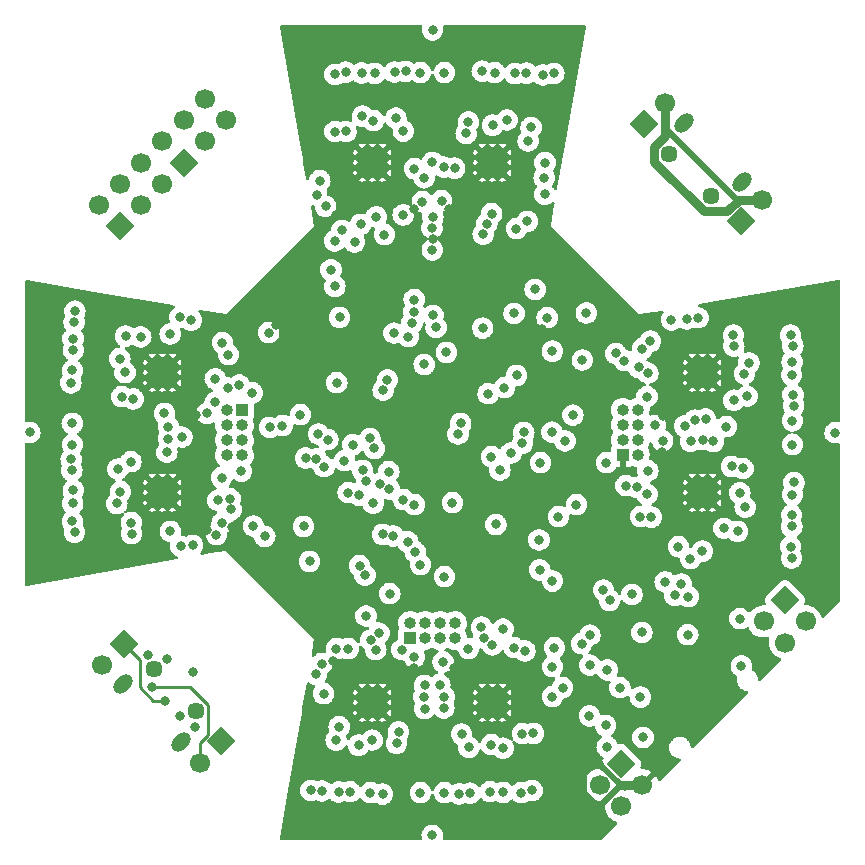
<source format=gbr>
G04 #@! TF.GenerationSoftware,KiCad,Pcbnew,5.99.0-unknown-243631a095~131~ubuntu18.04.1*
G04 #@! TF.CreationDate,2021-09-05T03:56:40+03:00*
G04 #@! TF.ProjectId,FreeEEG128-alpha,46726565-4545-4473-9132-382d616c7068,rev?*
G04 #@! TF.SameCoordinates,Original*
G04 #@! TF.FileFunction,Copper,L3,Inr*
G04 #@! TF.FilePolarity,Positive*
%FSLAX46Y46*%
G04 Gerber Fmt 4.6, Leading zero omitted, Abs format (unit mm)*
G04 Created by KiCad (PCBNEW 5.99.0-unknown-243631a095~131~ubuntu18.04.1) date 2021-09-05 03:56:40*
%MOMM*%
%LPD*%
G01*
G04 APERTURE LIST*
G04 Aperture macros list*
%AMHorizOval*
0 Thick line with rounded ends*
0 $1 width*
0 $2 $3 position (X,Y) of the first rounded end (center of the circle)*
0 $4 $5 position (X,Y) of the second rounded end (center of the circle)*
0 Add line between two ends*
20,1,$1,$2,$3,$4,$5,0*
0 Add two circle primitives to create the rounded ends*
1,1,$1,$2,$3*
1,1,$1,$4,$5*%
%AMRotRect*
0 Rectangle, with rotation*
0 The origin of the aperture is its center*
0 $1 length*
0 $2 width*
0 $3 Rotation angle, in degrees counterclockwise*
0 Add horizontal line*
21,1,$1,$2,0,0,$3*%
G04 Aperture macros list end*
G04 #@! TA.AperFunction,ComponentPad*
%ADD10R,1.000000X1.000000*%
G04 #@! TD*
G04 #@! TA.AperFunction,ComponentPad*
%ADD11O,1.000000X1.000000*%
G04 #@! TD*
G04 #@! TA.AperFunction,ComponentPad*
%ADD12RotRect,1.700000X1.700000X45.000000*%
G04 #@! TD*
G04 #@! TA.AperFunction,ComponentPad*
%ADD13HorizOval,1.700000X0.000000X0.000000X0.000000X0.000000X0*%
G04 #@! TD*
G04 #@! TA.AperFunction,ComponentPad*
%ADD14C,1.450000*%
G04 #@! TD*
G04 #@! TA.AperFunction,ComponentPad*
%ADD15HorizOval,1.200000X-0.247487X-0.247487X0.247487X0.247487X0*%
G04 #@! TD*
G04 #@! TA.AperFunction,ComponentPad*
%ADD16HorizOval,1.200000X0.247487X0.247487X-0.247487X-0.247487X0*%
G04 #@! TD*
G04 #@! TA.AperFunction,ComponentPad*
%ADD17RotRect,1.700000X1.700000X225.000000*%
G04 #@! TD*
G04 #@! TA.AperFunction,ComponentPad*
%ADD18HorizOval,1.700000X0.000000X0.000000X0.000000X0.000000X0*%
G04 #@! TD*
G04 #@! TA.AperFunction,ComponentPad*
%ADD19RotRect,1.700000X1.700000X315.000000*%
G04 #@! TD*
G04 #@! TA.AperFunction,ComponentPad*
%ADD20HorizOval,1.700000X0.000000X0.000000X0.000000X0.000000X0*%
G04 #@! TD*
G04 #@! TA.AperFunction,ComponentPad*
%ADD21RotRect,1.700000X1.700000X135.000000*%
G04 #@! TD*
G04 #@! TA.AperFunction,ComponentPad*
%ADD22HorizOval,1.700000X0.000000X0.000000X0.000000X0.000000X0*%
G04 #@! TD*
G04 #@! TA.AperFunction,ComponentPad*
%ADD23C,0.500000*%
G04 #@! TD*
G04 #@! TA.AperFunction,ViaPad*
%ADD24C,0.800000*%
G04 #@! TD*
G04 #@! TA.AperFunction,Conductor*
%ADD25C,0.250000*%
G04 #@! TD*
G04 #@! TA.AperFunction,Conductor*
%ADD26C,0.500000*%
G04 #@! TD*
G04 #@! TA.AperFunction,Conductor*
%ADD27C,0.750000*%
G04 #@! TD*
G04 APERTURE END LIST*
D10*
X-16119000Y1900000D03*
D11*
X-17389000Y1900000D03*
X-16119000Y630000D03*
X-17389000Y630000D03*
X-16119000Y-640000D03*
X-17389000Y-640000D03*
X-16119000Y-1910000D03*
X-17389000Y-1910000D03*
D10*
X16119000Y-1900000D03*
D11*
X17389000Y-1900000D03*
X16119000Y-630000D03*
X17389000Y-630000D03*
X16119000Y640000D03*
X17389000Y640000D03*
X16119000Y1910000D03*
X17389000Y1910000D03*
D12*
X17888949Y26143949D03*
D13*
X19685000Y27940000D03*
D14*
X23593623Y20039345D03*
D15*
X26209918Y21241427D03*
D14*
X20058089Y23574879D03*
D16*
X21260171Y26191174D03*
D12*
X26143949Y17888949D03*
D13*
X27940000Y19685000D03*
D17*
X-17888949Y-26143949D03*
D18*
X-19685000Y-27940000D03*
D17*
X-26143949Y-17888949D03*
D18*
X-27940000Y-19685000D03*
D19*
X15983949Y-28048949D03*
D20*
X17780000Y-29845000D03*
X14187898Y-29845000D03*
X15983949Y-31641051D03*
D21*
X-21063949Y22860000D03*
D22*
X-22860000Y24656051D03*
X-19267898Y24656051D03*
X-21063949Y26452102D03*
X-17471847Y26452102D03*
X-19267898Y28248154D03*
D19*
X29845000Y-14187898D03*
D20*
X31641051Y-15983949D03*
X28048949Y-15983949D03*
X29845000Y-17780000D03*
D21*
X-26452102Y17471846D03*
D22*
X-28248153Y19267897D03*
X-24656051Y19267897D03*
X-26452102Y21063948D03*
X-22860000Y21063948D03*
X-24656051Y22860000D03*
D23*
X22860000Y5080000D03*
X22010000Y5930000D03*
X22010000Y4230000D03*
X22860000Y5930000D03*
X22010000Y5080000D03*
X23710000Y4230000D03*
X23710000Y5080000D03*
X22860000Y4230000D03*
X23710000Y5930000D03*
X-5080000Y22010000D03*
X-5930000Y23710000D03*
X-5930000Y22860000D03*
X-5080000Y22860000D03*
X-4230000Y23710000D03*
X-5930000Y22010000D03*
X-4230000Y22010000D03*
X-5080000Y23710000D03*
X-4230000Y22860000D03*
D10*
X-1900000Y-17389000D03*
D11*
X-1900000Y-16119000D03*
X-630000Y-17389000D03*
X-630000Y-16119000D03*
X640000Y-17389000D03*
X640000Y-16119000D03*
X1910000Y-17389000D03*
X1910000Y-16119000D03*
D23*
X23710000Y-5080000D03*
X22010000Y-5930000D03*
X22860000Y-4230000D03*
X23710000Y-4230000D03*
X22860000Y-5930000D03*
X23710000Y-5930000D03*
X22010000Y-4230000D03*
X22010000Y-5080000D03*
X22860000Y-5080000D03*
X-23710000Y-4230000D03*
X-22010000Y-4230000D03*
X-22860000Y-4230000D03*
X-22860000Y-5930000D03*
X-22860000Y-5080000D03*
X-23710000Y-5080000D03*
X-23710000Y-5930000D03*
X-22010000Y-5930000D03*
X-22010000Y-5080000D03*
X-5930000Y-22010000D03*
X-5080000Y-22860000D03*
X-4230000Y-23710000D03*
X-4230000Y-22010000D03*
X-5930000Y-22860000D03*
X-4230000Y-22860000D03*
X-5930000Y-23710000D03*
X-5080000Y-22010000D03*
X-5080000Y-23710000D03*
X-22860000Y5930000D03*
X-22860000Y5080000D03*
X-22860000Y4230000D03*
X-22010000Y5080000D03*
X-23710000Y5080000D03*
X-22010000Y5930000D03*
X-23710000Y5930000D03*
X-22010000Y4230000D03*
X-23710000Y4230000D03*
X5080000Y22860000D03*
X5930000Y22860000D03*
X4230000Y22860000D03*
X5930000Y23710000D03*
X5080000Y23710000D03*
X4230000Y22010000D03*
X4230000Y23710000D03*
X5930000Y22010000D03*
X5080000Y22010000D03*
X4230000Y-22860000D03*
X5080000Y-23710000D03*
X5930000Y-23710000D03*
X5930000Y-22860000D03*
X5930000Y-22010000D03*
X4230000Y-22010000D03*
X4230000Y-23710000D03*
X5080000Y-22010000D03*
X5080000Y-22860000D03*
D14*
X-23593623Y-20058089D03*
D15*
X-21260171Y-26209918D03*
D14*
X-20058089Y-23593623D03*
D16*
X-26209918Y-21260171D03*
D23*
X-5080000Y-22010000D03*
X-5930000Y-22010000D03*
X-5930000Y-22860000D03*
X-4230000Y-22860000D03*
X-5080000Y-23710000D03*
X-4230000Y-22010000D03*
X-4230000Y-23710000D03*
X-5930000Y-23710000D03*
X-5080000Y-22860000D03*
X-23710000Y4230000D03*
X-22860000Y5080000D03*
X-22010000Y5930000D03*
X-23710000Y5080000D03*
X-22860000Y5930000D03*
X-23710000Y5930000D03*
X-22010000Y5080000D03*
X-22860000Y4230000D03*
X-22010000Y4230000D03*
X-5080000Y22010000D03*
X-5080000Y23710000D03*
X-4230000Y22860000D03*
X-4230000Y23710000D03*
X-5080000Y22860000D03*
X-5930000Y22860000D03*
X-5930000Y22010000D03*
X-4230000Y22010000D03*
X-5930000Y23710000D03*
X23710000Y5930000D03*
X23710000Y4230000D03*
X22860000Y4230000D03*
X22860000Y5930000D03*
X23710000Y5080000D03*
X22860000Y5080000D03*
X22010000Y5080000D03*
X22010000Y5930000D03*
X22010000Y4230000D03*
X-23710000Y-5930000D03*
X-22010000Y-4230000D03*
X-22010000Y-5080000D03*
X-22860000Y-4230000D03*
X-22860000Y-5930000D03*
X-23710000Y-4230000D03*
X-22860000Y-5080000D03*
X-22010000Y-5930000D03*
X-23710000Y-5080000D03*
X5930000Y22860000D03*
X4230000Y22860000D03*
X5080000Y22010000D03*
X5080000Y23710000D03*
X5930000Y23710000D03*
X5080000Y22860000D03*
X4230000Y22010000D03*
X5930000Y22010000D03*
X4230000Y23710000D03*
X5930000Y-22860000D03*
X4230000Y-22010000D03*
X5930000Y-22010000D03*
X5080000Y-22010000D03*
X4230000Y-23710000D03*
X5930000Y-23710000D03*
X5080000Y-23710000D03*
X5080000Y-22860000D03*
X4230000Y-22860000D03*
X22010000Y-5930000D03*
X22010000Y-5080000D03*
X23710000Y-5930000D03*
X23710000Y-5080000D03*
X22010000Y-4230000D03*
X22860000Y-4230000D03*
X23710000Y-4230000D03*
X22860000Y-5930000D03*
X22860000Y-5080000D03*
D24*
X13028525Y10135511D03*
X21844000Y-10668000D03*
X11023600Y-21590000D03*
X-9839506Y-20464762D03*
X-22352000Y-508000D03*
X-9799020Y20135917D03*
X-704129Y21597243D03*
X-21292032Y-9624000D03*
X-21379201Y9781457D03*
X1016000Y-22352000D03*
X-22352374Y495723D03*
X965535Y22484602D03*
X22875035Y-594780D03*
X9461399Y21569456D03*
X21538616Y9620857D03*
X-737022Y-22352000D03*
X22211515Y1049127D03*
X9025500Y-9078127D03*
X9509787Y20177787D03*
X-665425Y-21391836D03*
X626500Y-21336000D03*
X-20417715Y9515513D03*
X-21206543Y-378543D03*
X21343712Y558679D03*
X20235484Y9543967D03*
X21860017Y-723792D03*
X-20304594Y-9543967D03*
X-9035967Y19163139D03*
X776500Y19648153D03*
X-852662Y19549476D03*
X20828000Y-9652000D03*
X-9368980Y-19569924D03*
X10160000Y-19812000D03*
X-6172756Y-11269363D03*
X-5703536Y-12068262D03*
X9708626Y9725368D03*
X10160000Y-12573000D03*
X17831900Y-25810098D03*
X11224768Y-698232D03*
X-7014Y15472203D03*
X14799029Y-26608627D03*
X-20312380Y-20286980D03*
X-22638184Y-22693871D03*
X-21331501Y-23959753D03*
X15875000Y-21601770D03*
X6913016Y10100070D03*
X2394132Y778247D03*
X-14193869Y-8785125D03*
X-5290990Y-488692D03*
X2162303Y-118783D03*
X8696664Y12116845D03*
X-4933318Y-1343373D03*
X-10908613Y-7938372D03*
X26153812Y-19752918D03*
X-3691741Y-3302241D03*
X13288011Y-23978087D03*
X10333488Y-18202574D03*
X13335000Y-19685000D03*
X13335000Y-17145000D03*
X12627892Y-17870000D03*
X9081011Y-11619003D03*
X21618291Y-17116709D03*
X17604054Y-22400946D03*
X-13861135Y8468473D03*
X-10401109Y-10909108D03*
X-8255000Y12374880D03*
X10118501Y41499D03*
X10668000Y-7112000D03*
X-7855001Y9760001D03*
X17734003Y-16911597D03*
X-10744218Y-2150500D03*
X1689881Y-5930119D03*
X-3610513Y-13640265D03*
X4258811Y8850732D03*
X10151640Y6895553D03*
X-15160872Y-7909404D03*
X1016000Y-12192000D03*
X-8588621Y13786410D03*
X14808200Y-20091400D03*
X-4175070Y3597751D03*
X1179751Y6794508D03*
X-699500Y5779500D03*
X19685000Y25020960D03*
X-3819965Y4453500D03*
X-1016000Y-30480000D03*
X-1016000Y30480000D03*
X30480000Y-1016000D03*
X-30492689Y789487D03*
X1016000Y30480000D03*
X-30480000Y-1016000D03*
X30480000Y1016000D03*
X1016000Y-30480000D03*
X16891000Y-13695998D03*
X19705990Y-12637011D03*
X14999627Y-14210373D03*
X21082000Y-12827000D03*
X14732000Y-2540000D03*
X11890965Y1482405D03*
X4713500Y3290713D03*
X21663511Y-13896489D03*
X20515858Y-13774142D03*
X6093543Y3812457D03*
X14478000Y-13335000D03*
X7120105Y4839019D03*
X14664982Y-24795019D03*
X26035000Y-15748000D03*
X-8099831Y4222164D03*
X-13777543Y446458D03*
X-4213964Y-8611977D03*
X-3299928Y-8763453D03*
X-12706402Y585687D03*
X-1016000Y-11176000D03*
X-5588000Y-4064000D03*
X-1524000Y-6096000D03*
X-2086215Y-9241329D03*
X-5914343Y-3196874D03*
X-11176000Y1524000D03*
X-1459715Y-10086500D03*
X8028969Y17879030D03*
X-2473010Y18438434D03*
X901500Y-19411816D03*
X-17855127Y-3818279D03*
X19493003Y-697003D03*
X18534068Y-7156279D03*
X-1531500Y-19001981D03*
X-19085499Y1619032D03*
X-8277967Y16234130D03*
X18884742Y620184D03*
X41069Y18246931D03*
X-18288000Y-8636000D03*
X7832110Y-18474624D03*
X-17780000Y7620000D03*
X18451768Y7740589D03*
X-8128000Y-18288000D03*
X12196839Y-6091008D03*
X5377947Y-7777331D03*
X-34091449Y11486D03*
X34091449Y-11486D03*
X24892000Y508000D03*
X11486Y34091449D03*
X-11486Y-34091449D03*
X30516996Y7342274D03*
X25516087Y7322906D03*
X26799473Y5910767D03*
X30454600Y5994400D03*
X30586851Y2269001D03*
X25527000Y2740534D03*
X30607000Y-4216400D03*
X26297546Y-3040052D03*
X30429200Y-7950200D03*
X26476897Y-6314134D03*
X24690297Y-8101103D03*
X30403800Y-10617200D03*
X25831800Y-8356600D03*
X30326343Y-9657569D03*
X26028847Y-5092444D03*
X30403800Y-6985000D03*
X30480000Y-5257800D03*
X25333644Y-2860626D03*
X30529641Y3193735D03*
X26642775Y3090300D03*
X30403800Y4876800D03*
X26416000Y4996323D03*
X30326538Y8248989D03*
X25488192Y8248989D03*
X7619942Y-25490868D03*
X7518400Y-30480000D03*
X5994400Y-30454600D03*
X5985891Y-26724349D03*
X2463800Y-25527000D03*
X2269001Y-30586851D03*
X-3040052Y-26297546D03*
X-4216400Y-30607000D03*
X-7950200Y-30429200D03*
X-6243537Y-26466610D03*
X-7894063Y-24897337D03*
X-10280989Y-30301419D03*
X-9355187Y-30337428D03*
X-8149560Y-26038840D03*
X-5092444Y-26028847D03*
X-6985000Y-30403800D03*
X-5257800Y-30480000D03*
X-2860626Y-25333644D03*
X3090300Y-26642775D03*
X3193735Y-30529641D03*
X4996323Y-26416000D03*
X4876800Y-30403800D03*
X8546273Y-25473080D03*
X8432800Y-30302200D03*
X-30480000Y-7518400D03*
X-25490868Y-7619942D03*
X-30454600Y-5994400D03*
X-26724349Y-5985891D03*
X-25527000Y-2463800D03*
X-30586851Y-2269001D03*
X-30607000Y4216400D03*
X-26297546Y3040052D03*
X-30429200Y7950200D03*
X-26474381Y6261238D03*
X-30275705Y10280989D03*
X-24690297Y8101103D03*
X-30340708Y9356769D03*
X-25974570Y8167261D03*
X-30403800Y6985000D03*
X-26028847Y5092444D03*
X-25333644Y2860626D03*
X-30480000Y5257800D03*
X-30529641Y-3193735D03*
X-26642775Y-3090300D03*
X-26416000Y-4996323D03*
X-30403800Y-4876800D03*
X-25473080Y-8546273D03*
X-30302200Y-8432800D03*
X-7342990Y30517309D03*
X-7322495Y25492105D03*
X-5922553Y26787687D03*
X-5994400Y30454600D03*
X-2463800Y25527000D03*
X-2269001Y30586851D03*
X-2452984Y-5683986D03*
X5977291Y-16628709D03*
X-7651467Y17129679D03*
X7112000Y17272000D03*
X12689832Y6143640D03*
X-4064000Y16764000D03*
X-16181939Y-3263011D03*
X17608756Y-7109323D03*
X-17801948Y-7630325D03*
X17775251Y7107556D03*
X3048000Y-18288000D03*
X-35916Y17323632D03*
X-18385807Y2574318D03*
X18169500Y3048000D03*
X-7112000Y-18288000D03*
X-2574318Y-18385807D03*
X-17272000Y6604000D03*
X18242190Y-3224763D03*
X6921504Y-18199163D03*
X15540907Y6698114D03*
X-7443526Y-2384712D03*
X-3253266Y8430734D03*
X-2032000Y8128000D03*
X4300868Y16800560D03*
X-6593338Y16137500D03*
X-1579512Y10249247D03*
X5018610Y18534661D03*
X58618Y9921553D03*
X-4757606Y18267638D03*
X9144000Y-2540000D03*
X-1541540Y11262208D03*
X3040052Y26297546D03*
X4216400Y30607000D03*
X6314134Y26476897D03*
X7950200Y30429200D03*
X8101103Y24690297D03*
X10280989Y30403800D03*
X9361556Y30289565D03*
X8356600Y25831800D03*
X5092444Y26028847D03*
X6985000Y30403800D03*
X5257800Y30480000D03*
X2860626Y25333644D03*
X-3090300Y26642775D03*
X-3193735Y30529641D03*
X-4996323Y26416000D03*
X-4876800Y30403800D03*
X-8248989Y30323472D03*
X-8248989Y25488191D03*
X-20134580Y-24960580D03*
X-22506973Y-19136720D03*
X-24056340Y-18811240D03*
X1886528Y22383713D03*
X-22481457Y-1653457D03*
X22860000Y-10041500D03*
X0Y22884989D03*
X-22204509Y8358153D03*
X10160000Y-22352000D03*
X-664989Y-23368000D03*
X-22193532Y-8354045D03*
X23131640Y1157645D03*
X22493928Y9721379D03*
X-9533500Y21336000D03*
X-1524000Y22352000D03*
X9533500Y22860000D03*
X23788121Y-751882D03*
X-9213006Y-22098379D03*
X968643Y-23320643D03*
X-22686287Y1628107D03*
X308957Y8899522D03*
X-1727955Y9318051D03*
X-6080578Y17628022D03*
X4600442Y17677294D03*
X-5619878Y-15518618D03*
X-5017219Y-5980653D03*
X-3639871Y-4765428D03*
X-4510028Y-16974408D03*
X5080436Y-17965622D03*
X-6235655Y-5294413D03*
X4369587Y-17371399D03*
X-4450042Y-4315952D03*
X-5225882Y-17562591D03*
X-7136455Y-5077699D03*
X4155130Y-16470059D03*
X-4800766Y-18385807D03*
X-15252940Y3372967D03*
X-16360818Y4033891D03*
X-17038136Y-6506609D03*
X-6724259Y-1025735D03*
X-9652001Y-122252D03*
X-9820525Y-2222601D03*
X-18162590Y-5724302D03*
X-18385807Y4556706D03*
X-23721882Y-21556174D03*
X9296263Y8763451D03*
X11201400Y-13208000D03*
X8217356Y-16630000D03*
X23495000Y-21590000D03*
X1373633Y18939747D03*
X-8407657Y-19324743D03*
X1845394Y-19930500D03*
X-19011480Y-1541500D03*
X-1525773Y18912823D03*
X-7969795Y-13343814D03*
X19304000Y-8636000D03*
X8929270Y-19361838D03*
X12370971Y12345297D03*
X7257256Y-9921164D03*
X19426428Y8513569D03*
X-13205999Y9123609D03*
X-12061591Y-1061829D03*
X-16958228Y-8013137D03*
X3048000Y8636000D03*
X-20006775Y1520756D03*
X1207500Y2293260D03*
X-19110424Y-8209357D03*
X-8159456Y18400966D03*
X-1531500Y-19961742D03*
X-19304000Y8636000D03*
X19414302Y-1620157D03*
X13908Y16398470D03*
X-9398000Y11811000D03*
X8521478Y19325718D03*
X18415000Y-23495000D03*
X19511242Y1389450D03*
X-17277529Y3770460D03*
X-17137760Y-5585478D03*
X-8852676Y-590741D03*
X-9174059Y-2887947D03*
X16387806Y-4485337D03*
X16256000Y6096000D03*
X7732702Y22353D03*
X7621892Y-897500D03*
X17450401Y5528044D03*
X5712006Y-3175000D03*
X17307205Y-4633011D03*
X6667004Y-1714004D03*
X18169500Y-5198902D03*
X4998035Y-2032000D03*
X18246670Y5054379D03*
D25*
X-24798020Y-21553038D02*
X-23657187Y-22693871D01*
X-26143949Y-17888949D02*
X-24798020Y-19234878D01*
X-24798020Y-19234878D02*
X-24798020Y-21553038D01*
X-22638184Y-22693871D02*
X-23657187Y-22693871D01*
D26*
X19576051Y27831051D02*
X19576051Y25895380D01*
D27*
X24979074Y18739344D02*
X25924730Y19685000D01*
X18758088Y22950878D02*
X22969622Y18739344D01*
D26*
X26628970Y19576051D02*
X27831051Y19576051D01*
X25895380Y19576051D02*
X26628970Y19576051D01*
D27*
X19685000Y25125792D02*
X18758088Y24198880D01*
X26737919Y19685000D02*
X27940000Y19685000D01*
X22969622Y18739344D02*
X24979074Y18739344D01*
X25924730Y19685000D02*
X26737919Y19685000D01*
X19685000Y27940000D02*
X19685000Y25125792D01*
X18758088Y24198880D02*
X18758088Y22950878D01*
D26*
X19576051Y25895380D02*
X25895380Y19576051D01*
D25*
X-19685000Y-26737919D02*
X-19685000Y-27940000D01*
X-23721882Y-21556174D02*
X-20541536Y-21556174D01*
X-19008088Y-25601370D02*
X-19685000Y-26278282D01*
X-19685000Y-26278282D02*
X-19685000Y-26737919D01*
X-19008088Y-23089622D02*
X-19008088Y-25601370D01*
X-20541536Y-21556174D02*
X-19008088Y-23089622D01*
D26*
X15954974Y-29845000D02*
X13995400Y-31804574D01*
D27*
X13995400Y-31804574D02*
X13995400Y-31775400D01*
X12700000Y-28448000D02*
X13120987Y-28027013D01*
D26*
X15954974Y-29845000D02*
X14136987Y-28027013D01*
D27*
X13995400Y-31775400D02*
X12700000Y-30480000D01*
X17780000Y-29845000D02*
X15954974Y-29845000D01*
X12700000Y-30480000D02*
X12700000Y-28448000D01*
X13120987Y-28027013D02*
X14136987Y-28027013D01*
G04 #@! TA.AperFunction,Conductor*
G36*
X-918923Y34471998D02*
G01*
X-872430Y34418342D01*
X-862326Y34348068D01*
X-867209Y34327069D01*
X-882056Y34281377D01*
X-902018Y34091449D01*
X-882056Y33901521D01*
X-823041Y33719893D01*
X-727554Y33554505D01*
X-599767Y33412583D01*
X-445266Y33300331D01*
X-439238Y33297647D01*
X-439236Y33297646D01*
X-276833Y33225340D01*
X-270802Y33222655D01*
X-177402Y33202802D01*
X-90458Y33184321D01*
X-90453Y33184321D01*
X-84001Y33182949D01*
X106973Y33182949D01*
X113425Y33184321D01*
X113430Y33184321D01*
X200374Y33202802D01*
X293774Y33222655D01*
X299805Y33225340D01*
X462208Y33297646D01*
X462210Y33297647D01*
X468238Y33300331D01*
X622739Y33412583D01*
X750526Y33554505D01*
X846013Y33719893D01*
X905028Y33901521D01*
X924990Y34091449D01*
X905028Y34281377D01*
X890183Y34327065D01*
X888155Y34398031D01*
X924817Y34458829D01*
X988529Y34490154D01*
X1010016Y34492000D01*
X12865045Y34492000D01*
X12933166Y34471998D01*
X12979659Y34418342D01*
X12989107Y34343984D01*
X11211159Y24325026D01*
X10565870Y20688743D01*
X10555244Y20628867D01*
X10523647Y20565289D01*
X10462693Y20528887D01*
X10391734Y20531217D01*
X10333300Y20571541D01*
X10322063Y20587883D01*
X10263039Y20690115D01*
X10248827Y20714731D01*
X10157480Y20816183D01*
X10126763Y20880190D01*
X10135528Y20950643D01*
X10157478Y20984798D01*
X10200439Y21032512D01*
X10295926Y21197900D01*
X10354941Y21379528D01*
X10357862Y21407315D01*
X10374213Y21562891D01*
X10374903Y21569456D01*
X10371293Y21603807D01*
X10355631Y21752821D01*
X10355631Y21752823D01*
X10354941Y21759384D01*
X10295926Y21941012D01*
X10262943Y21998141D01*
X10200439Y22106400D01*
X10202027Y22107317D01*
X10181164Y22165775D01*
X10197239Y22234928D01*
X10213317Y22257282D01*
X10272540Y22323056D01*
X10345203Y22448912D01*
X10364723Y22482721D01*
X10364724Y22482722D01*
X10368027Y22488444D01*
X10427042Y22670072D01*
X10430174Y22699866D01*
X10446314Y22853435D01*
X10447004Y22860000D01*
X10429562Y23025955D01*
X10427732Y23043365D01*
X10427732Y23043367D01*
X10427042Y23049928D01*
X10368027Y23231556D01*
X10357227Y23250263D01*
X10298922Y23351249D01*
X10272540Y23396944D01*
X10255189Y23416215D01*
X10149175Y23533955D01*
X10149174Y23533956D01*
X10144753Y23538866D01*
X10000392Y23643751D01*
X9995594Y23647237D01*
X9995593Y23647238D01*
X9990252Y23651118D01*
X9984224Y23653802D01*
X9984222Y23653803D01*
X9821819Y23726109D01*
X9821818Y23726109D01*
X9815788Y23728794D01*
X9698225Y23753783D01*
X9635444Y23767128D01*
X9635439Y23767128D01*
X9628987Y23768500D01*
X9438013Y23768500D01*
X9431561Y23767128D01*
X9431556Y23767128D01*
X9368775Y23753783D01*
X9251212Y23728794D01*
X9245182Y23726109D01*
X9245181Y23726109D01*
X9082778Y23653803D01*
X9082776Y23653802D01*
X9076748Y23651118D01*
X9071407Y23647238D01*
X9071406Y23647237D01*
X9066608Y23643751D01*
X8922247Y23538866D01*
X8917826Y23533956D01*
X8917825Y23533955D01*
X8811812Y23416215D01*
X8794460Y23396944D01*
X8768078Y23351249D01*
X8709774Y23250263D01*
X8698973Y23231556D01*
X8639958Y23049928D01*
X8639268Y23043367D01*
X8639268Y23043365D01*
X8637438Y23025955D01*
X8619996Y22860000D01*
X8620686Y22853435D01*
X8636827Y22699866D01*
X8639958Y22670072D01*
X8698973Y22488444D01*
X8702276Y22482722D01*
X8702277Y22482721D01*
X8794460Y22323056D01*
X8792872Y22322139D01*
X8813735Y22263681D01*
X8797660Y22194528D01*
X8781582Y22172174D01*
X8722359Y22106400D01*
X8676889Y22027644D01*
X8659856Y21998141D01*
X8626872Y21941012D01*
X8567857Y21759384D01*
X8567167Y21752823D01*
X8567167Y21752821D01*
X8551505Y21603807D01*
X8547895Y21569456D01*
X8548585Y21562891D01*
X8564937Y21407315D01*
X8567857Y21379528D01*
X8626872Y21197900D01*
X8722359Y21032512D01*
X8800663Y20945547D01*
X8813706Y20931061D01*
X8844423Y20867053D01*
X8835658Y20796600D01*
X8813708Y20762445D01*
X8770747Y20714731D01*
X8756535Y20690115D01*
X8682647Y20562137D01*
X8675260Y20549343D01*
X8616245Y20367715D01*
X8615555Y20361154D01*
X8615555Y20361152D01*
X8602005Y20232225D01*
X8596283Y20177787D01*
X8616245Y19987859D01*
X8675260Y19806231D01*
X8770747Y19640843D01*
X8775165Y19635936D01*
X8775166Y19635935D01*
X8866323Y19534695D01*
X8898534Y19498921D01*
X8945514Y19464788D01*
X9038911Y19396931D01*
X9053035Y19386669D01*
X9059063Y19383985D01*
X9059065Y19383984D01*
X9221468Y19311678D01*
X9227499Y19308993D01*
X9317837Y19289791D01*
X9407843Y19270659D01*
X9407848Y19270659D01*
X9414300Y19269287D01*
X9605274Y19269287D01*
X9611726Y19270659D01*
X9611731Y19270659D01*
X9701737Y19289791D01*
X9792075Y19308993D01*
X9798106Y19311678D01*
X9960509Y19383984D01*
X9960511Y19383985D01*
X9966539Y19386669D01*
X9971881Y19390550D01*
X10115696Y19495038D01*
X10115698Y19495040D01*
X10121040Y19498921D01*
X10125462Y19503832D01*
X10126936Y19505159D01*
X10190944Y19535876D01*
X10261397Y19527113D01*
X10315929Y19481650D01*
X10337224Y19413922D01*
X10335309Y19389507D01*
X10005556Y17531306D01*
X10000000Y17500000D01*
X17500000Y10000000D01*
X18677887Y10204985D01*
X19421806Y10334447D01*
X19492348Y10326421D01*
X19547351Y10281531D01*
X19569354Y10214030D01*
X19551370Y10145349D01*
X19537045Y10126003D01*
X19496444Y10080911D01*
X19480016Y10052457D01*
X19404451Y9921574D01*
X19400957Y9915523D01*
X19341942Y9733895D01*
X19341252Y9727334D01*
X19341252Y9727332D01*
X19332550Y9644535D01*
X19321980Y9543967D01*
X19322670Y9537402D01*
X19339532Y9376973D01*
X19341942Y9354039D01*
X19400957Y9172411D01*
X19404260Y9166689D01*
X19404261Y9166688D01*
X19417385Y9143957D01*
X19496444Y9007023D01*
X19500862Y9002116D01*
X19500863Y9002115D01*
X19606578Y8884707D01*
X19624231Y8865101D01*
X19690618Y8816868D01*
X19746594Y8776199D01*
X19778732Y8752849D01*
X19784760Y8750165D01*
X19784762Y8750164D01*
X19926077Y8687247D01*
X19953196Y8675173D01*
X20032102Y8658401D01*
X20133540Y8636839D01*
X20133545Y8636839D01*
X20139997Y8635467D01*
X20330971Y8635467D01*
X20337423Y8636839D01*
X20337428Y8636839D01*
X20438866Y8658401D01*
X20517772Y8675173D01*
X20544891Y8687247D01*
X20686206Y8750164D01*
X20686208Y8750165D01*
X20692236Y8752849D01*
X20724375Y8776199D01*
X20840885Y8860849D01*
X20846737Y8865101D01*
X20851150Y8870002D01*
X20853610Y8872217D01*
X20917618Y8902932D01*
X20988071Y8894166D01*
X21011978Y8880514D01*
X21076522Y8833620D01*
X21081864Y8829739D01*
X21087892Y8827055D01*
X21087894Y8827054D01*
X21250297Y8754748D01*
X21256328Y8752063D01*
X21349729Y8732210D01*
X21436672Y8713729D01*
X21436677Y8713729D01*
X21443129Y8712357D01*
X21634103Y8712357D01*
X21640555Y8713729D01*
X21640560Y8713729D01*
X21727503Y8732210D01*
X21820904Y8752063D01*
X21826935Y8754748D01*
X21989338Y8827054D01*
X21989340Y8827055D01*
X21995368Y8829739D01*
X22000881Y8833744D01*
X22038187Y8860849D01*
X22105054Y8884707D01*
X22163498Y8874019D01*
X22205605Y8855271D01*
X22205613Y8855268D01*
X22211640Y8852585D01*
X22300863Y8833620D01*
X22391984Y8814251D01*
X22391989Y8814251D01*
X22398441Y8812879D01*
X22589415Y8812879D01*
X22595867Y8814251D01*
X22595872Y8814251D01*
X22686993Y8833620D01*
X22776216Y8852585D01*
X22782249Y8855271D01*
X22944650Y8927576D01*
X22944652Y8927577D01*
X22950680Y8930261D01*
X22956171Y8934250D01*
X23060878Y9010325D01*
X23105181Y9042513D01*
X23136460Y9077252D01*
X23228549Y9179527D01*
X23228550Y9179528D01*
X23232968Y9184435D01*
X23321998Y9338639D01*
X23325151Y9344100D01*
X23325152Y9344101D01*
X23328455Y9349823D01*
X23387470Y9531451D01*
X23388252Y9538885D01*
X23406742Y9714814D01*
X23407432Y9721379D01*
X23400428Y9788022D01*
X23388160Y9904744D01*
X23388160Y9904746D01*
X23387470Y9911307D01*
X23328455Y10092935D01*
X23317748Y10111481D01*
X23263763Y10204985D01*
X23232968Y10258323D01*
X23212560Y10280989D01*
X23109603Y10395334D01*
X23109602Y10395335D01*
X23105181Y10400245D01*
X22950680Y10512497D01*
X22944652Y10515181D01*
X22944650Y10515182D01*
X22782247Y10587488D01*
X22782246Y10587488D01*
X22776216Y10590173D01*
X22682815Y10610026D01*
X22595872Y10628507D01*
X22595867Y10628507D01*
X22589415Y10629879D01*
X22578347Y10629879D01*
X22510226Y10649881D01*
X22463733Y10703537D01*
X22453629Y10773811D01*
X22483123Y10838391D01*
X22542849Y10876775D01*
X22556744Y10880013D01*
X34344397Y12931390D01*
X34414939Y12923364D01*
X34469942Y12878474D01*
X34492000Y12807256D01*
X34492000Y987768D01*
X34471998Y919647D01*
X34418342Y873154D01*
X34348068Y863050D01*
X34339803Y864521D01*
X34193393Y895642D01*
X34193388Y895642D01*
X34186936Y897014D01*
X33995962Y897014D01*
X33989510Y895642D01*
X33989505Y895642D01*
X33917235Y880280D01*
X33809161Y857308D01*
X33803131Y854623D01*
X33803130Y854623D01*
X33640727Y782317D01*
X33640725Y782316D01*
X33634697Y779632D01*
X33480196Y667380D01*
X33475775Y662470D01*
X33475774Y662469D01*
X33367945Y542712D01*
X33352409Y525458D01*
X33325619Y479056D01*
X33268488Y380102D01*
X33256922Y360070D01*
X33197907Y178442D01*
X33197217Y171881D01*
X33197217Y171879D01*
X33184876Y54461D01*
X33177945Y-11486D01*
X33178635Y-18051D01*
X33196076Y-183990D01*
X33197907Y-201414D01*
X33256922Y-383042D01*
X33260225Y-388764D01*
X33260226Y-388765D01*
X33281305Y-425275D01*
X33352409Y-548430D01*
X33356827Y-553337D01*
X33356828Y-553338D01*
X33451332Y-658295D01*
X33480196Y-690352D01*
X33565465Y-752304D01*
X33621118Y-792738D01*
X33634697Y-802604D01*
X33640725Y-805288D01*
X33640727Y-805289D01*
X33793436Y-873279D01*
X33809161Y-880280D01*
X33902562Y-900133D01*
X33989505Y-918614D01*
X33989510Y-918614D01*
X33995962Y-919986D01*
X34186936Y-919986D01*
X34193388Y-918614D01*
X34193393Y-918614D01*
X34339803Y-887493D01*
X34410594Y-892895D01*
X34467226Y-935712D01*
X34491720Y-1002350D01*
X34492000Y-1010740D01*
X34492000Y-14237390D01*
X34471998Y-14305511D01*
X34455095Y-14326485D01*
X33149958Y-15631622D01*
X33087646Y-15665648D01*
X33016831Y-15660583D01*
X32959995Y-15618036D01*
X32938659Y-15573223D01*
X32932743Y-15549669D01*
X32932741Y-15549663D01*
X32931482Y-15544651D01*
X32842405Y-15339789D01*
X32766928Y-15223119D01*
X32723873Y-15156566D01*
X32723871Y-15156563D01*
X32721065Y-15152226D01*
X32570721Y-14987000D01*
X32566670Y-14983801D01*
X32566666Y-14983797D01*
X32399465Y-14851749D01*
X32399461Y-14851747D01*
X32395410Y-14848547D01*
X32389871Y-14845489D01*
X32314019Y-14803617D01*
X32199840Y-14740587D01*
X32194971Y-14738863D01*
X32194967Y-14738861D01*
X31994138Y-14667744D01*
X31994134Y-14667743D01*
X31989263Y-14666018D01*
X31984170Y-14665111D01*
X31984167Y-14665110D01*
X31774424Y-14627749D01*
X31774418Y-14627748D01*
X31769335Y-14626843D01*
X31724939Y-14626301D01*
X31601235Y-14624789D01*
X31533363Y-14603956D01*
X31487529Y-14549736D01*
X31478285Y-14479344D01*
X31488073Y-14446647D01*
X31536447Y-14340253D01*
X31536447Y-14340252D01*
X31540161Y-14332084D01*
X31542466Y-14315994D01*
X31559537Y-14196787D01*
X31560810Y-14187898D01*
X31558460Y-14171491D01*
X31541434Y-14052598D01*
X31541433Y-14052595D01*
X31540161Y-14043712D01*
X31528357Y-14017749D01*
X31483142Y-13918304D01*
X31479874Y-13911116D01*
X31474927Y-13904963D01*
X31474925Y-13904960D01*
X31442821Y-13865032D01*
X31440681Y-13862370D01*
X30170528Y-12592217D01*
X30138462Y-12566435D01*
X30127938Y-12557973D01*
X30127935Y-12557971D01*
X30121782Y-12553024D01*
X29989186Y-12492737D01*
X29980303Y-12491465D01*
X29980300Y-12491464D01*
X29853889Y-12473361D01*
X29845000Y-12472088D01*
X29836111Y-12473361D01*
X29709700Y-12491464D01*
X29709697Y-12491465D01*
X29700814Y-12492737D01*
X29568218Y-12553024D01*
X29562065Y-12557971D01*
X29562062Y-12557973D01*
X29551538Y-12566435D01*
X29519472Y-12592217D01*
X28249319Y-13862370D01*
X28247179Y-13865032D01*
X28215075Y-13904960D01*
X28215073Y-13904963D01*
X28210126Y-13911116D01*
X28206858Y-13918304D01*
X28161644Y-14017749D01*
X28149839Y-14043712D01*
X28148567Y-14052595D01*
X28148566Y-14052598D01*
X28131540Y-14171491D01*
X28129190Y-14187898D01*
X28130463Y-14196787D01*
X28147535Y-14315994D01*
X28149839Y-14332084D01*
X28153553Y-14340252D01*
X28153553Y-14340253D01*
X28202355Y-14447588D01*
X28212341Y-14517879D01*
X28182741Y-14582410D01*
X28122950Y-14620694D01*
X28086116Y-14625730D01*
X28012185Y-14624827D01*
X27959029Y-14624177D01*
X27959027Y-14624177D01*
X27953860Y-14624114D01*
X27733040Y-14657904D01*
X27520705Y-14727306D01*
X27490392Y-14743086D01*
X27371478Y-14804989D01*
X27322556Y-14830456D01*
X27318423Y-14833559D01*
X27318420Y-14833561D01*
X27230631Y-14899475D01*
X27143914Y-14964584D01*
X27140342Y-14968322D01*
X27039311Y-15074045D01*
X26989578Y-15126087D01*
X26954086Y-15178117D01*
X26899175Y-15223119D01*
X26828650Y-15231290D01*
X26764903Y-15200036D01*
X26756362Y-15191423D01*
X26753039Y-15187732D01*
X26646253Y-15069134D01*
X26491752Y-14956882D01*
X26485724Y-14954198D01*
X26485722Y-14954197D01*
X26323319Y-14881891D01*
X26323318Y-14881891D01*
X26317288Y-14879206D01*
X26223887Y-14859353D01*
X26136944Y-14840872D01*
X26136939Y-14840872D01*
X26130487Y-14839500D01*
X25939513Y-14839500D01*
X25933061Y-14840872D01*
X25933056Y-14840872D01*
X25846113Y-14859353D01*
X25752712Y-14879206D01*
X25746682Y-14881891D01*
X25746681Y-14881891D01*
X25584278Y-14954197D01*
X25584276Y-14954198D01*
X25578248Y-14956882D01*
X25423747Y-15069134D01*
X25419329Y-15074041D01*
X25419325Y-15074045D01*
X25313638Y-15191423D01*
X25295960Y-15211056D01*
X25200473Y-15376444D01*
X25141458Y-15558072D01*
X25140768Y-15564633D01*
X25140768Y-15564635D01*
X25123090Y-15732831D01*
X25121496Y-15748000D01*
X25122186Y-15754565D01*
X25138712Y-15911797D01*
X25141458Y-15937928D01*
X25200473Y-16119556D01*
X25203776Y-16125278D01*
X25203777Y-16125279D01*
X25216488Y-16147295D01*
X25295960Y-16284944D01*
X25300378Y-16289851D01*
X25300379Y-16289852D01*
X25409098Y-16410597D01*
X25423747Y-16426866D01*
X25477795Y-16466134D01*
X25572206Y-16534728D01*
X25578248Y-16539118D01*
X25584276Y-16541802D01*
X25584278Y-16541803D01*
X25728623Y-16606069D01*
X25752712Y-16616794D01*
X25839653Y-16635274D01*
X25933056Y-16655128D01*
X25933061Y-16655128D01*
X25939513Y-16656500D01*
X26130487Y-16656500D01*
X26136939Y-16655128D01*
X26136944Y-16655128D01*
X26230347Y-16635274D01*
X26317288Y-16616794D01*
X26341377Y-16606069D01*
X26485722Y-16541803D01*
X26485724Y-16541802D01*
X26491752Y-16539118D01*
X26497795Y-16534728D01*
X26539489Y-16504435D01*
X26605777Y-16456274D01*
X26672643Y-16432416D01*
X26741795Y-16448496D01*
X26791275Y-16499409D01*
X26796580Y-16510806D01*
X26829658Y-16592267D01*
X26832215Y-16598565D01*
X26880930Y-16678061D01*
X26942592Y-16778684D01*
X26948936Y-16789037D01*
X27095199Y-16957887D01*
X27267075Y-17100581D01*
X27459949Y-17213287D01*
X27464774Y-17215129D01*
X27464775Y-17215130D01*
X27537561Y-17242924D01*
X27668641Y-17292979D01*
X27673709Y-17294010D01*
X27673712Y-17294011D01*
X27736892Y-17306865D01*
X27887546Y-17337516D01*
X27892721Y-17337706D01*
X27892723Y-17337706D01*
X28105622Y-17345513D01*
X28105626Y-17345513D01*
X28110786Y-17345702D01*
X28115906Y-17345046D01*
X28115908Y-17345046D01*
X28327237Y-17317974D01*
X28327238Y-17317974D01*
X28332365Y-17317317D01*
X28337316Y-17315832D01*
X28337319Y-17315831D01*
X28365818Y-17307281D01*
X28436813Y-17306865D01*
X28496764Y-17344897D01*
X28526635Y-17409304D01*
X28523442Y-17461637D01*
X28505989Y-17524570D01*
X28482251Y-17746695D01*
X28482548Y-17751848D01*
X28482548Y-17751851D01*
X28489739Y-17876565D01*
X28495110Y-17969715D01*
X28496247Y-17974761D01*
X28496248Y-17974767D01*
X28515441Y-18059928D01*
X28544222Y-18187639D01*
X28597003Y-18317624D01*
X28626023Y-18389091D01*
X28628266Y-18394616D01*
X28651812Y-18433039D01*
X28739689Y-18576442D01*
X28744987Y-18585088D01*
X28891250Y-18753938D01*
X29002356Y-18846180D01*
X29056580Y-18891197D01*
X29063126Y-18896632D01*
X29256000Y-19009338D01*
X29260820Y-19011179D01*
X29260825Y-19011181D01*
X29317912Y-19032980D01*
X29447983Y-19082649D01*
X29504484Y-19125635D01*
X29528777Y-19192346D01*
X29513147Y-19261601D01*
X29492127Y-19289453D01*
X27793415Y-20988165D01*
X27731103Y-21022191D01*
X27660288Y-21017126D01*
X27603452Y-20974579D01*
X27579010Y-20912241D01*
X27564232Y-20771634D01*
X27564231Y-20771631D01*
X27563542Y-20765072D01*
X27504527Y-20583444D01*
X27409040Y-20418056D01*
X27374963Y-20380209D01*
X27285675Y-20281045D01*
X27285674Y-20281044D01*
X27281253Y-20276134D01*
X27153831Y-20183556D01*
X27132094Y-20167763D01*
X27132093Y-20167762D01*
X27126752Y-20163882D01*
X27120724Y-20161198D01*
X27120722Y-20161197D01*
X27098288Y-20151209D01*
X27044192Y-20105229D01*
X27023543Y-20037301D01*
X27029703Y-19997169D01*
X27047354Y-19942846D01*
X27048932Y-19927838D01*
X27066626Y-19759483D01*
X27067316Y-19752918D01*
X27057881Y-19663149D01*
X27048044Y-19569553D01*
X27048044Y-19569551D01*
X27047354Y-19562990D01*
X26988339Y-19381362D01*
X26954535Y-19322811D01*
X26938078Y-19294307D01*
X26892852Y-19215974D01*
X26865275Y-19185346D01*
X26769487Y-19078963D01*
X26769486Y-19078962D01*
X26765065Y-19074052D01*
X26610564Y-18961800D01*
X26604536Y-18959116D01*
X26604534Y-18959115D01*
X26442131Y-18886809D01*
X26442130Y-18886809D01*
X26436100Y-18884124D01*
X26342699Y-18864271D01*
X26255756Y-18845790D01*
X26255751Y-18845790D01*
X26249299Y-18844418D01*
X26058325Y-18844418D01*
X26051873Y-18845790D01*
X26051868Y-18845790D01*
X25964925Y-18864271D01*
X25871524Y-18884124D01*
X25865494Y-18886809D01*
X25865493Y-18886809D01*
X25703090Y-18959115D01*
X25703088Y-18959116D01*
X25697060Y-18961800D01*
X25542559Y-19074052D01*
X25538138Y-19078962D01*
X25538137Y-19078963D01*
X25442350Y-19185346D01*
X25414772Y-19215974D01*
X25369546Y-19294307D01*
X25353090Y-19322811D01*
X25319285Y-19381362D01*
X25260270Y-19562990D01*
X25259580Y-19569551D01*
X25259580Y-19569553D01*
X25249743Y-19663149D01*
X25240308Y-19752918D01*
X25240998Y-19759483D01*
X25258693Y-19927838D01*
X25260270Y-19942846D01*
X25319285Y-20124474D01*
X25414772Y-20289862D01*
X25419190Y-20294769D01*
X25419191Y-20294770D01*
X25478863Y-20361042D01*
X25542559Y-20431784D01*
X25595009Y-20469891D01*
X25689025Y-20538198D01*
X25697060Y-20544036D01*
X25703088Y-20546720D01*
X25703090Y-20546721D01*
X25725524Y-20556709D01*
X25779620Y-20602689D01*
X25800269Y-20670617D01*
X25794109Y-20710749D01*
X25776458Y-20765072D01*
X25775768Y-20771633D01*
X25775768Y-20771635D01*
X25759930Y-20922329D01*
X25756496Y-20955000D01*
X25757186Y-20961565D01*
X25774256Y-21123973D01*
X25776458Y-21144928D01*
X25835473Y-21326556D01*
X25838776Y-21332278D01*
X25838777Y-21332279D01*
X25841272Y-21336600D01*
X25930960Y-21491944D01*
X25935378Y-21496851D01*
X25935379Y-21496852D01*
X26054325Y-21628955D01*
X26058747Y-21633866D01*
X26133816Y-21688407D01*
X26179307Y-21721458D01*
X26213248Y-21746118D01*
X26219276Y-21748802D01*
X26219278Y-21748803D01*
X26357062Y-21810148D01*
X26387712Y-21823794D01*
X26481112Y-21843647D01*
X26568056Y-21862128D01*
X26568061Y-21862128D01*
X26574513Y-21863500D01*
X26613890Y-21863500D01*
X26682011Y-21883502D01*
X26728504Y-21937158D01*
X26738608Y-22007432D01*
X26709114Y-22072012D01*
X26702985Y-22078595D01*
X22078415Y-26703165D01*
X22016103Y-26737191D01*
X21945288Y-26732126D01*
X21888452Y-26689579D01*
X21864010Y-26627241D01*
X21849232Y-26486634D01*
X21849231Y-26486631D01*
X21848542Y-26480072D01*
X21789527Y-26298444D01*
X21782522Y-26286310D01*
X21736077Y-26205866D01*
X21694040Y-26133056D01*
X21665108Y-26100923D01*
X21570675Y-25996045D01*
X21570674Y-25996044D01*
X21566253Y-25991134D01*
X21438831Y-25898556D01*
X21417094Y-25882763D01*
X21417093Y-25882762D01*
X21411752Y-25878882D01*
X21405724Y-25876198D01*
X21405722Y-25876197D01*
X21243319Y-25803891D01*
X21243318Y-25803891D01*
X21237288Y-25801206D01*
X21143888Y-25781353D01*
X21056944Y-25762872D01*
X21056939Y-25762872D01*
X21050487Y-25761500D01*
X20859513Y-25761500D01*
X20853061Y-25762872D01*
X20853056Y-25762872D01*
X20766112Y-25781353D01*
X20672712Y-25801206D01*
X20666682Y-25803891D01*
X20666681Y-25803891D01*
X20504278Y-25876197D01*
X20504276Y-25876198D01*
X20498248Y-25878882D01*
X20492907Y-25882762D01*
X20492906Y-25882763D01*
X20471169Y-25898556D01*
X20343747Y-25991134D01*
X20339326Y-25996044D01*
X20339325Y-25996045D01*
X20244893Y-26100923D01*
X20215960Y-26133056D01*
X20173923Y-26205866D01*
X20127479Y-26286310D01*
X20120473Y-26298444D01*
X20061458Y-26480072D01*
X20060768Y-26486633D01*
X20060768Y-26486635D01*
X20049133Y-26597335D01*
X20041496Y-26670000D01*
X20042186Y-26676565D01*
X20058597Y-26832703D01*
X20061458Y-26859928D01*
X20120473Y-27041556D01*
X20215960Y-27206944D01*
X20220378Y-27211851D01*
X20220379Y-27211852D01*
X20320572Y-27323128D01*
X20343747Y-27348866D01*
X20498248Y-27461118D01*
X20504276Y-27463802D01*
X20504278Y-27463803D01*
X20666681Y-27536109D01*
X20672712Y-27538794D01*
X20766113Y-27558647D01*
X20853056Y-27577128D01*
X20853061Y-27577128D01*
X20859513Y-27578500D01*
X20898890Y-27578500D01*
X20967011Y-27598502D01*
X21013504Y-27652158D01*
X21023608Y-27722432D01*
X20994114Y-27787012D01*
X20987985Y-27793595D01*
X19288494Y-29493086D01*
X19226182Y-29527112D01*
X19155367Y-29522047D01*
X19098531Y-29479500D01*
X19077195Y-29434686D01*
X19071215Y-29410878D01*
X19067894Y-29401124D01*
X18982972Y-29205814D01*
X18978105Y-29196739D01*
X18913063Y-29096197D01*
X18902377Y-29086995D01*
X18892812Y-29091398D01*
X17869095Y-30115115D01*
X17806783Y-30149141D01*
X17735968Y-30144076D01*
X17690905Y-30115115D01*
X17509885Y-29934095D01*
X17475859Y-29871783D01*
X17480924Y-29800968D01*
X17509885Y-29755905D01*
X18533389Y-28732401D01*
X18540410Y-28719544D01*
X18533611Y-28710213D01*
X18529554Y-28707518D01*
X18343117Y-28604599D01*
X18333705Y-28600369D01*
X18132959Y-28529280D01*
X18122989Y-28526646D01*
X17913327Y-28489301D01*
X17903073Y-28488331D01*
X17739957Y-28486337D01*
X17672086Y-28465503D01*
X17626252Y-28411283D01*
X17617008Y-28340891D01*
X17626796Y-28308195D01*
X17628532Y-28304378D01*
X17679110Y-28193135D01*
X17699759Y-28048949D01*
X17687296Y-27961923D01*
X17680383Y-27913649D01*
X17680382Y-27913646D01*
X17679110Y-27904763D01*
X17618823Y-27772167D01*
X17613876Y-27766014D01*
X17613874Y-27766011D01*
X17581770Y-27726083D01*
X17579630Y-27723421D01*
X16309477Y-26453268D01*
X16274645Y-26425262D01*
X16266887Y-26419024D01*
X16266884Y-26419022D01*
X16260731Y-26414075D01*
X16189261Y-26381580D01*
X16136304Y-26357502D01*
X16136303Y-26357502D01*
X16128135Y-26353788D01*
X16119252Y-26352516D01*
X16119249Y-26352515D01*
X15992838Y-26334412D01*
X15983949Y-26333139D01*
X15975060Y-26334412D01*
X15848649Y-26352515D01*
X15848646Y-26352516D01*
X15839763Y-26353788D01*
X15831595Y-26357502D01*
X15831594Y-26357502D01*
X15821539Y-26362074D01*
X15751249Y-26372060D01*
X15686717Y-26342460D01*
X15649555Y-26286310D01*
X15643416Y-26267416D01*
X15633556Y-26237071D01*
X15626618Y-26225053D01*
X15556699Y-26103951D01*
X15538069Y-26071683D01*
X15521531Y-26053315D01*
X15414704Y-25934672D01*
X15414703Y-25934671D01*
X15410282Y-25929761D01*
X15293118Y-25844636D01*
X15261123Y-25821390D01*
X15261122Y-25821389D01*
X15255781Y-25817509D01*
X15249753Y-25814825D01*
X15249751Y-25814824D01*
X15239136Y-25810098D01*
X16918396Y-25810098D01*
X16919086Y-25816663D01*
X16936471Y-25982068D01*
X16938358Y-26000026D01*
X16997373Y-26181654D01*
X17092860Y-26347042D01*
X17097278Y-26351949D01*
X17097279Y-26351950D01*
X17213396Y-26480911D01*
X17220647Y-26488964D01*
X17268019Y-26523382D01*
X17336603Y-26573211D01*
X17375148Y-26601216D01*
X17381176Y-26603900D01*
X17381178Y-26603901D01*
X17527623Y-26669102D01*
X17549612Y-26678892D01*
X17643013Y-26698745D01*
X17729956Y-26717226D01*
X17729961Y-26717226D01*
X17736413Y-26718598D01*
X17927387Y-26718598D01*
X17933839Y-26717226D01*
X17933844Y-26717226D01*
X18020787Y-26698745D01*
X18114188Y-26678892D01*
X18136177Y-26669102D01*
X18282622Y-26603901D01*
X18282624Y-26603900D01*
X18288652Y-26601216D01*
X18327198Y-26573211D01*
X18395781Y-26523382D01*
X18443153Y-26488964D01*
X18450404Y-26480911D01*
X18566521Y-26351950D01*
X18566522Y-26351949D01*
X18570940Y-26347042D01*
X18666427Y-26181654D01*
X18725442Y-26000026D01*
X18727330Y-25982068D01*
X18744714Y-25816663D01*
X18745404Y-25810098D01*
X18734983Y-25710945D01*
X18726132Y-25626733D01*
X18726132Y-25626731D01*
X18725442Y-25620170D01*
X18666427Y-25438542D01*
X18570940Y-25273154D01*
X18561445Y-25262608D01*
X18447575Y-25136143D01*
X18447574Y-25136142D01*
X18443153Y-25131232D01*
X18288652Y-25018980D01*
X18282624Y-25016296D01*
X18282622Y-25016295D01*
X18120219Y-24943989D01*
X18120218Y-24943989D01*
X18114188Y-24941304D01*
X18008339Y-24918805D01*
X17933844Y-24902970D01*
X17933839Y-24902970D01*
X17927387Y-24901598D01*
X17736413Y-24901598D01*
X17729961Y-24902970D01*
X17729956Y-24902970D01*
X17655461Y-24918805D01*
X17549612Y-24941304D01*
X17543582Y-24943989D01*
X17543581Y-24943989D01*
X17381178Y-25016295D01*
X17381176Y-25016296D01*
X17375148Y-25018980D01*
X17220647Y-25131232D01*
X17216226Y-25136142D01*
X17216225Y-25136143D01*
X17102356Y-25262608D01*
X17092860Y-25273154D01*
X16997373Y-25438542D01*
X16938358Y-25620170D01*
X16937668Y-25626731D01*
X16937668Y-25626733D01*
X16928817Y-25710945D01*
X16918396Y-25810098D01*
X15239136Y-25810098D01*
X15174582Y-25781357D01*
X15120486Y-25735377D01*
X15099837Y-25667450D01*
X15119189Y-25599142D01*
X15151769Y-25564316D01*
X15237681Y-25501896D01*
X15270891Y-25477768D01*
X15270893Y-25477766D01*
X15276235Y-25473885D01*
X15317043Y-25428563D01*
X15399603Y-25336871D01*
X15399604Y-25336870D01*
X15404022Y-25331963D01*
X15499509Y-25166575D01*
X15558524Y-24984947D01*
X15562301Y-24949016D01*
X15577796Y-24801584D01*
X15578486Y-24795019D01*
X15564383Y-24660836D01*
X15559214Y-24611654D01*
X15559214Y-24611652D01*
X15558524Y-24605091D01*
X15499509Y-24423463D01*
X15489914Y-24406843D01*
X15446304Y-24331309D01*
X15404022Y-24258075D01*
X15368363Y-24218471D01*
X15280657Y-24121064D01*
X15280656Y-24121063D01*
X15276235Y-24116153D01*
X15174111Y-24041955D01*
X15127076Y-24007782D01*
X15127075Y-24007781D01*
X15121734Y-24003901D01*
X15115706Y-24001217D01*
X15115704Y-24001216D01*
X14953301Y-23928910D01*
X14953300Y-23928910D01*
X14947270Y-23926225D01*
X14849424Y-23905427D01*
X14766926Y-23887891D01*
X14766921Y-23887891D01*
X14760469Y-23886519D01*
X14569495Y-23886519D01*
X14563043Y-23887891D01*
X14563038Y-23887891D01*
X14480540Y-23905427D01*
X14382694Y-23926225D01*
X14376664Y-23928910D01*
X14376663Y-23928910D01*
X14362836Y-23935066D01*
X14292468Y-23944499D01*
X14228172Y-23914391D01*
X14190360Y-23854301D01*
X14186279Y-23833127D01*
X14182243Y-23794723D01*
X14182243Y-23794722D01*
X14181553Y-23788159D01*
X14122538Y-23606531D01*
X14027051Y-23441143D01*
X13979567Y-23388406D01*
X13903686Y-23304132D01*
X13903685Y-23304131D01*
X13899264Y-23299221D01*
X13744763Y-23186969D01*
X13738735Y-23184285D01*
X13738733Y-23184284D01*
X13576330Y-23111978D01*
X13576329Y-23111978D01*
X13570299Y-23109293D01*
X13449871Y-23083695D01*
X13389955Y-23070959D01*
X13389950Y-23070959D01*
X13383498Y-23069587D01*
X13192524Y-23069587D01*
X13186072Y-23070959D01*
X13186067Y-23070959D01*
X13126151Y-23083695D01*
X13005723Y-23109293D01*
X12999693Y-23111978D01*
X12999692Y-23111978D01*
X12837289Y-23184284D01*
X12837287Y-23184285D01*
X12831259Y-23186969D01*
X12676758Y-23299221D01*
X12672337Y-23304131D01*
X12672336Y-23304132D01*
X12596456Y-23388406D01*
X12548971Y-23441143D01*
X12453484Y-23606531D01*
X12394469Y-23788159D01*
X12393779Y-23794720D01*
X12393779Y-23794722D01*
X12382144Y-23905427D01*
X12374507Y-23978087D01*
X12375197Y-23984652D01*
X12388557Y-24111761D01*
X12394469Y-24168015D01*
X12453484Y-24349643D01*
X12456787Y-24355365D01*
X12456788Y-24355366D01*
X12490697Y-24414097D01*
X12548971Y-24515031D01*
X12553389Y-24519938D01*
X12553390Y-24519939D01*
X12644117Y-24620702D01*
X12676758Y-24656953D01*
X12747540Y-24708379D01*
X12806025Y-24750871D01*
X12831259Y-24769205D01*
X12837287Y-24771889D01*
X12837289Y-24771890D01*
X12999692Y-24844196D01*
X13005723Y-24846881D01*
X13099123Y-24866734D01*
X13186067Y-24885215D01*
X13186072Y-24885215D01*
X13192524Y-24886587D01*
X13383498Y-24886587D01*
X13389950Y-24885215D01*
X13389955Y-24885215D01*
X13476899Y-24866734D01*
X13570299Y-24846881D01*
X13576330Y-24844196D01*
X13590157Y-24838040D01*
X13660525Y-24828607D01*
X13724821Y-24858715D01*
X13762633Y-24918805D01*
X13766713Y-24939976D01*
X13771440Y-24984947D01*
X13830455Y-25166575D01*
X13925942Y-25331963D01*
X13930360Y-25336870D01*
X13930361Y-25336871D01*
X14012921Y-25428563D01*
X14053729Y-25473885D01*
X14208230Y-25586137D01*
X14214258Y-25588821D01*
X14214260Y-25588822D01*
X14289429Y-25622289D01*
X14343525Y-25668269D01*
X14364174Y-25736196D01*
X14344822Y-25804504D01*
X14312242Y-25839330D01*
X14187776Y-25929761D01*
X14183355Y-25934671D01*
X14183354Y-25934672D01*
X14076528Y-26053315D01*
X14059989Y-26071683D01*
X14041359Y-26103951D01*
X13971441Y-26225053D01*
X13964502Y-26237071D01*
X13905487Y-26418699D01*
X13904798Y-26425256D01*
X13904797Y-26425262D01*
X13893984Y-26528143D01*
X13885525Y-26608627D01*
X13886215Y-26615192D01*
X13896990Y-26717706D01*
X13905487Y-26798555D01*
X13964502Y-26980183D01*
X14059989Y-27145571D01*
X14064407Y-27150478D01*
X14064408Y-27150479D01*
X14182928Y-27282109D01*
X14187776Y-27287493D01*
X14207482Y-27301810D01*
X14306482Y-27373738D01*
X14342277Y-27399745D01*
X14348303Y-27402428D01*
X14348310Y-27402432D01*
X14430580Y-27439060D01*
X14484676Y-27485040D01*
X14505326Y-27552967D01*
X14485974Y-27621275D01*
X14468427Y-27643262D01*
X14388268Y-27723421D01*
X14386128Y-27726083D01*
X14354024Y-27766011D01*
X14354022Y-27766014D01*
X14349075Y-27772167D01*
X14288788Y-27904763D01*
X14287516Y-27913646D01*
X14287515Y-27913649D01*
X14280602Y-27961923D01*
X14268139Y-28048949D01*
X14288788Y-28193135D01*
X14339367Y-28304378D01*
X14341304Y-28308639D01*
X14351290Y-28378930D01*
X14321690Y-28443461D01*
X14261899Y-28481745D01*
X14225065Y-28486781D01*
X14151134Y-28485878D01*
X14097978Y-28485228D01*
X14097976Y-28485228D01*
X14092809Y-28485165D01*
X13871989Y-28518955D01*
X13659654Y-28588357D01*
X13461505Y-28691507D01*
X13457372Y-28694610D01*
X13457369Y-28694612D01*
X13407039Y-28732401D01*
X13282863Y-28825635D01*
X13128527Y-28987138D01*
X13002641Y-29171680D01*
X12908586Y-29374305D01*
X12848887Y-29589570D01*
X12825149Y-29811695D01*
X12825446Y-29816848D01*
X12825446Y-29816851D01*
X12834167Y-29968099D01*
X12838008Y-30034715D01*
X12839145Y-30039761D01*
X12839146Y-30039767D01*
X12859017Y-30127939D01*
X12887120Y-30252639D01*
X12971164Y-30459616D01*
X12999373Y-30505649D01*
X13084217Y-30644102D01*
X13087885Y-30650088D01*
X13234148Y-30818938D01*
X13406024Y-30961632D01*
X13598898Y-31074338D01*
X13603723Y-31076180D01*
X13603724Y-31076181D01*
X13655633Y-31096003D01*
X13807590Y-31154030D01*
X13812658Y-31155061D01*
X13812661Y-31155062D01*
X13913039Y-31175484D01*
X14026495Y-31198567D01*
X14031670Y-31198757D01*
X14031672Y-31198757D01*
X14244571Y-31206564D01*
X14244575Y-31206564D01*
X14249735Y-31206753D01*
X14254855Y-31206097D01*
X14254857Y-31206097D01*
X14466186Y-31179025D01*
X14466187Y-31179025D01*
X14471314Y-31178368D01*
X14476265Y-31176883D01*
X14476268Y-31176882D01*
X14504767Y-31168332D01*
X14575762Y-31167916D01*
X14635713Y-31205948D01*
X14665584Y-31270355D01*
X14662391Y-31322688D01*
X14644938Y-31385621D01*
X14621200Y-31607746D01*
X14634059Y-31830766D01*
X14635196Y-31835812D01*
X14635197Y-31835818D01*
X14659253Y-31942559D01*
X14683171Y-32048690D01*
X14767215Y-32255667D01*
X14883936Y-32446139D01*
X15030199Y-32614989D01*
X15202075Y-32757683D01*
X15394949Y-32870389D01*
X15399769Y-32872230D01*
X15399774Y-32872232D01*
X15480402Y-32903020D01*
X15586932Y-32943700D01*
X15643433Y-32986686D01*
X15667726Y-33053397D01*
X15652096Y-33122652D01*
X15631076Y-33150504D01*
X14326485Y-34455095D01*
X14264173Y-34489121D01*
X14237390Y-34492000D01*
X987044Y-34492000D01*
X918923Y-34471998D01*
X872430Y-34418342D01*
X862326Y-34348068D01*
X867209Y-34327069D01*
X882056Y-34281377D01*
X902018Y-34091449D01*
X882056Y-33901521D01*
X823041Y-33719893D01*
X727554Y-33554505D01*
X599767Y-33412583D01*
X445266Y-33300331D01*
X439238Y-33297647D01*
X439236Y-33297646D01*
X276833Y-33225340D01*
X276832Y-33225340D01*
X270802Y-33222655D01*
X177402Y-33202802D01*
X90458Y-33184321D01*
X90453Y-33184321D01*
X84001Y-33182949D01*
X-106973Y-33182949D01*
X-113425Y-33184321D01*
X-113430Y-33184321D01*
X-200374Y-33202802D01*
X-293774Y-33222655D01*
X-299804Y-33225340D01*
X-299805Y-33225340D01*
X-462208Y-33297646D01*
X-462210Y-33297647D01*
X-468238Y-33300331D01*
X-622739Y-33412583D01*
X-750526Y-33554505D01*
X-846013Y-33719893D01*
X-905028Y-33901521D01*
X-924990Y-34091449D01*
X-905028Y-34281377D01*
X-890183Y-34327065D01*
X-888155Y-34398031D01*
X-924817Y-34458829D01*
X-988529Y-34490154D01*
X-1010016Y-34492000D01*
X-12809123Y-34492000D01*
X-12877244Y-34471998D01*
X-12923737Y-34418342D01*
X-12933255Y-34344384D01*
X-12570296Y-32260071D01*
X-12229219Y-30301419D01*
X-11194493Y-30301419D01*
X-11174531Y-30491347D01*
X-11115516Y-30672975D01*
X-11020029Y-30838363D01*
X-11015611Y-30843270D01*
X-11015610Y-30843271D01*
X-10905697Y-30965342D01*
X-10892242Y-30980285D01*
X-10793146Y-31052283D01*
X-10747612Y-31085365D01*
X-10737741Y-31092537D01*
X-10731713Y-31095221D01*
X-10731711Y-31095222D01*
X-10569308Y-31167528D01*
X-10563277Y-31170213D01*
X-10480871Y-31187729D01*
X-10382933Y-31208547D01*
X-10382928Y-31208547D01*
X-10376476Y-31209919D01*
X-10185502Y-31209919D01*
X-10179050Y-31208547D01*
X-10179045Y-31208547D01*
X-10081107Y-31187729D01*
X-9998701Y-31170213D01*
X-9977172Y-31160628D01*
X-9950723Y-31148852D01*
X-9909775Y-31130621D01*
X-9839409Y-31121187D01*
X-9807279Y-31130621D01*
X-9754869Y-31153955D01*
X-9652786Y-31199405D01*
X-9637475Y-31206222D01*
X-9558527Y-31223003D01*
X-9457131Y-31244556D01*
X-9457126Y-31244556D01*
X-9450674Y-31245928D01*
X-9259700Y-31245928D01*
X-9253248Y-31244556D01*
X-9253243Y-31244556D01*
X-9151847Y-31223003D01*
X-9072899Y-31206222D01*
X-9062861Y-31201753D01*
X-8904465Y-31131231D01*
X-8904463Y-31131230D01*
X-8898435Y-31128546D01*
X-8775355Y-31039123D01*
X-8708489Y-31015265D01*
X-8639337Y-31031345D01*
X-8607659Y-31056749D01*
X-8561453Y-31108066D01*
X-8474840Y-31170994D01*
X-8422078Y-31209328D01*
X-8406952Y-31220318D01*
X-8400924Y-31223002D01*
X-8400922Y-31223003D01*
X-8264382Y-31283794D01*
X-8232488Y-31297994D01*
X-8158809Y-31313655D01*
X-8052144Y-31336328D01*
X-8052139Y-31336328D01*
X-8045687Y-31337700D01*
X-7854713Y-31337700D01*
X-7848261Y-31336328D01*
X-7848256Y-31336328D01*
X-7741591Y-31313655D01*
X-7667912Y-31297994D01*
X-7629641Y-31280955D01*
X-7493448Y-31220318D01*
X-7492554Y-31222325D01*
X-7433470Y-31207998D01*
X-7388231Y-31218748D01*
X-7273323Y-31269908D01*
X-7273315Y-31269911D01*
X-7267288Y-31272594D01*
X-7173888Y-31292447D01*
X-7086944Y-31310928D01*
X-7086939Y-31310928D01*
X-7080487Y-31312300D01*
X-6889513Y-31312300D01*
X-6883061Y-31310928D01*
X-6883056Y-31310928D01*
X-6796112Y-31292447D01*
X-6702712Y-31272594D01*
X-6695987Y-31269600D01*
X-6534278Y-31197603D01*
X-6534276Y-31197602D01*
X-6528248Y-31194918D01*
X-6519879Y-31188838D01*
X-6471971Y-31154030D01*
X-6373747Y-31082666D01*
X-6245960Y-30940744D01*
X-6244814Y-30938759D01*
X-6189857Y-30896384D01*
X-6119121Y-30890310D01*
X-6056330Y-30923444D01*
X-6035029Y-30950798D01*
X-5996840Y-31016944D01*
X-5992422Y-31021851D01*
X-5992421Y-31021852D01*
X-5911297Y-31111949D01*
X-5869053Y-31158866D01*
X-5780776Y-31223003D01*
X-5745816Y-31248403D01*
X-5714552Y-31271118D01*
X-5708524Y-31273802D01*
X-5708522Y-31273803D01*
X-5546121Y-31346108D01*
X-5540088Y-31348794D01*
X-5446857Y-31368611D01*
X-5359744Y-31387128D01*
X-5359739Y-31387128D01*
X-5353287Y-31388500D01*
X-5162313Y-31388500D01*
X-5155861Y-31387128D01*
X-5155856Y-31387128D01*
X-5068743Y-31368611D01*
X-4975512Y-31348794D01*
X-4969485Y-31346111D01*
X-4969477Y-31346108D01*
X-4896586Y-31313655D01*
X-4826219Y-31304221D01*
X-4771277Y-31326826D01*
X-4686390Y-31388500D01*
X-4673152Y-31398118D01*
X-4667124Y-31400802D01*
X-4667122Y-31400803D01*
X-4543944Y-31455645D01*
X-4498688Y-31475794D01*
X-4413135Y-31493979D01*
X-4318344Y-31514128D01*
X-4318339Y-31514128D01*
X-4311887Y-31515500D01*
X-4120913Y-31515500D01*
X-4114461Y-31514128D01*
X-4114456Y-31514128D01*
X-4019665Y-31493979D01*
X-3934112Y-31475794D01*
X-3888856Y-31455645D01*
X-3765678Y-31400803D01*
X-3765676Y-31400802D01*
X-3759648Y-31398118D01*
X-3744521Y-31387128D01*
X-3688063Y-31346108D01*
X-3605147Y-31285866D01*
X-3571415Y-31248403D01*
X-3481779Y-31148852D01*
X-3481778Y-31148851D01*
X-3477360Y-31143944D01*
X-3392459Y-30996891D01*
X-3385177Y-30984279D01*
X-3385176Y-30984278D01*
X-3381873Y-30978556D01*
X-3322858Y-30796928D01*
X-3306795Y-30644102D01*
X-3303586Y-30613565D01*
X-3302896Y-30607000D01*
X-3303586Y-30600435D01*
X-3316244Y-30480000D01*
X-1929504Y-30480000D01*
X-1928814Y-30486565D01*
X-1912256Y-30644102D01*
X-1909542Y-30669928D01*
X-1850527Y-30851556D01*
X-1847224Y-30857278D01*
X-1847223Y-30857279D01*
X-1821867Y-30901197D01*
X-1755040Y-31016944D01*
X-1750622Y-31021851D01*
X-1750621Y-31021852D01*
X-1669497Y-31111949D01*
X-1627253Y-31158866D01*
X-1538976Y-31223003D01*
X-1504016Y-31248403D01*
X-1472752Y-31271118D01*
X-1466724Y-31273802D01*
X-1466722Y-31273803D01*
X-1304321Y-31346108D01*
X-1298288Y-31348794D01*
X-1205057Y-31368611D01*
X-1117944Y-31387128D01*
X-1117939Y-31387128D01*
X-1111487Y-31388500D01*
X-920513Y-31388500D01*
X-914061Y-31387128D01*
X-914056Y-31387128D01*
X-826943Y-31368611D01*
X-733712Y-31348794D01*
X-727679Y-31346108D01*
X-565278Y-31273803D01*
X-565276Y-31273802D01*
X-559248Y-31271118D01*
X-527983Y-31248403D01*
X-493024Y-31223003D01*
X-404747Y-31158866D01*
X-362503Y-31111949D01*
X-281379Y-31021852D01*
X-281378Y-31021851D01*
X-276960Y-31016944D01*
X-210133Y-30901197D01*
X-184777Y-30857279D01*
X-184776Y-30857278D01*
X-181473Y-30851556D01*
X-122458Y-30669928D01*
X-122318Y-30668599D01*
X-89518Y-30607844D01*
X-27368Y-30573523D01*
X43471Y-30578252D01*
X100508Y-30620528D01*
X122276Y-30668192D01*
X122458Y-30669928D01*
X181473Y-30851556D01*
X184776Y-30857278D01*
X184777Y-30857279D01*
X210133Y-30901197D01*
X276960Y-31016944D01*
X281378Y-31021851D01*
X281379Y-31021852D01*
X362503Y-31111949D01*
X404747Y-31158866D01*
X493024Y-31223003D01*
X527984Y-31248403D01*
X559248Y-31271118D01*
X565276Y-31273802D01*
X565278Y-31273803D01*
X727679Y-31346108D01*
X733712Y-31348794D01*
X826943Y-31368611D01*
X914056Y-31387128D01*
X914061Y-31387128D01*
X920513Y-31388500D01*
X1111487Y-31388500D01*
X1117939Y-31387128D01*
X1117944Y-31387128D01*
X1205057Y-31368611D01*
X1298288Y-31348794D01*
X1304321Y-31346108D01*
X1466722Y-31273803D01*
X1466724Y-31273802D01*
X1472752Y-31271118D01*
X1496478Y-31253880D01*
X1563346Y-31230021D01*
X1632497Y-31246100D01*
X1654032Y-31261591D01*
X1657748Y-31265717D01*
X1663090Y-31269598D01*
X1663092Y-31269600D01*
X1806907Y-31374088D01*
X1812249Y-31377969D01*
X1818277Y-31380653D01*
X1818279Y-31380654D01*
X1947398Y-31438141D01*
X1986713Y-31455645D01*
X2068874Y-31473109D01*
X2167057Y-31493979D01*
X2167062Y-31493979D01*
X2173514Y-31495351D01*
X2364488Y-31495351D01*
X2370940Y-31493979D01*
X2370945Y-31493979D01*
X2469128Y-31473109D01*
X2551289Y-31455645D01*
X2590604Y-31438141D01*
X2719721Y-31380655D01*
X2719724Y-31380653D01*
X2725753Y-31377969D01*
X2730482Y-31374533D01*
X2799202Y-31357860D01*
X2844460Y-31368611D01*
X2905408Y-31395747D01*
X2905414Y-31395749D01*
X2911447Y-31398435D01*
X2992117Y-31415582D01*
X3091791Y-31436769D01*
X3091796Y-31436769D01*
X3098248Y-31438141D01*
X3289222Y-31438141D01*
X3295674Y-31436769D01*
X3295679Y-31436769D01*
X3395353Y-31415582D01*
X3476023Y-31398435D01*
X3482054Y-31395750D01*
X3644457Y-31323444D01*
X3644459Y-31323443D01*
X3650487Y-31320759D01*
X3693169Y-31289749D01*
X3724155Y-31267236D01*
X3804988Y-31208507D01*
X3811069Y-31201753D01*
X3928356Y-31071493D01*
X3928357Y-31071492D01*
X3932775Y-31066585D01*
X3970419Y-31001384D01*
X4021800Y-30952392D01*
X4091514Y-30938956D01*
X4157425Y-30965342D01*
X4173172Y-30980073D01*
X4265547Y-31082666D01*
X4363771Y-31154030D01*
X4411680Y-31188838D01*
X4420048Y-31194918D01*
X4426076Y-31197602D01*
X4426078Y-31197603D01*
X4587787Y-31269600D01*
X4594512Y-31272594D01*
X4687912Y-31292447D01*
X4774856Y-31310928D01*
X4774861Y-31310928D01*
X4781313Y-31312300D01*
X4972287Y-31312300D01*
X4978739Y-31310928D01*
X4978744Y-31310928D01*
X5065688Y-31292447D01*
X5159088Y-31272594D01*
X5171114Y-31267240D01*
X5254709Y-31230021D01*
X5333552Y-31194918D01*
X5337476Y-31192067D01*
X5405841Y-31175484D01*
X5473904Y-31199405D01*
X5505451Y-31222325D01*
X5537648Y-31245718D01*
X5543676Y-31248402D01*
X5543678Y-31248403D01*
X5706081Y-31320709D01*
X5712112Y-31323394D01*
X5805512Y-31343247D01*
X5892456Y-31361728D01*
X5892461Y-31361728D01*
X5898913Y-31363100D01*
X6089887Y-31363100D01*
X6096339Y-31361728D01*
X6096344Y-31361728D01*
X6183288Y-31343247D01*
X6276688Y-31323394D01*
X6282719Y-31320709D01*
X6445122Y-31248403D01*
X6445124Y-31248402D01*
X6451152Y-31245718D01*
X6482417Y-31223003D01*
X6515788Y-31198757D01*
X6605653Y-31133466D01*
X6651330Y-31082736D01*
X6711775Y-31045498D01*
X6782759Y-31046850D01*
X6838601Y-31082738D01*
X6861407Y-31108066D01*
X6907147Y-31158866D01*
X6995424Y-31223003D01*
X7030384Y-31248403D01*
X7061648Y-31271118D01*
X7067676Y-31273802D01*
X7067678Y-31273803D01*
X7230079Y-31346108D01*
X7236112Y-31348794D01*
X7329343Y-31368611D01*
X7416456Y-31387128D01*
X7416461Y-31387128D01*
X7422913Y-31388500D01*
X7613887Y-31388500D01*
X7620339Y-31387128D01*
X7620344Y-31387128D01*
X7707457Y-31368611D01*
X7800688Y-31348794D01*
X7806721Y-31346108D01*
X7969122Y-31273803D01*
X7969124Y-31273802D01*
X7975152Y-31271118D01*
X8076077Y-31197792D01*
X8142941Y-31173935D01*
X8176330Y-31176482D01*
X8227610Y-31187382D01*
X8330856Y-31209328D01*
X8330861Y-31209328D01*
X8337313Y-31210700D01*
X8528287Y-31210700D01*
X8534739Y-31209328D01*
X8534744Y-31209328D01*
X8636356Y-31187729D01*
X8715088Y-31170994D01*
X8721119Y-31168309D01*
X8883522Y-31096003D01*
X8883524Y-31096002D01*
X8889552Y-31093318D01*
X8900499Y-31085365D01*
X9016086Y-31001385D01*
X9044053Y-30981066D01*
X9058991Y-30964476D01*
X9167421Y-30844052D01*
X9167422Y-30844051D01*
X9171840Y-30839144D01*
X9267327Y-30673756D01*
X9326342Y-30492128D01*
X9334891Y-30410794D01*
X9345614Y-30308765D01*
X9346304Y-30302200D01*
X9326342Y-30112272D01*
X9267327Y-29930644D01*
X9259829Y-29917656D01*
X9221842Y-29851862D01*
X9171840Y-29765256D01*
X9163421Y-29755905D01*
X9048475Y-29628245D01*
X9048474Y-29628244D01*
X9044053Y-29623334D01*
X8923880Y-29536023D01*
X8894894Y-29514963D01*
X8894893Y-29514962D01*
X8889552Y-29511082D01*
X8883524Y-29508398D01*
X8883522Y-29508397D01*
X8721119Y-29436091D01*
X8721118Y-29436091D01*
X8715088Y-29433406D01*
X8609103Y-29410878D01*
X8534744Y-29395072D01*
X8534739Y-29395072D01*
X8528287Y-29393700D01*
X8337313Y-29393700D01*
X8330861Y-29395072D01*
X8330856Y-29395072D01*
X8256497Y-29410878D01*
X8150512Y-29433406D01*
X8144482Y-29436091D01*
X8144481Y-29436091D01*
X7982078Y-29508397D01*
X7982076Y-29508398D01*
X7976048Y-29511082D01*
X7875123Y-29584408D01*
X7808259Y-29608265D01*
X7774870Y-29605718D01*
X7723067Y-29594707D01*
X7620344Y-29572872D01*
X7620339Y-29572872D01*
X7613887Y-29571500D01*
X7422913Y-29571500D01*
X7416461Y-29572872D01*
X7416456Y-29572872D01*
X7342977Y-29588491D01*
X7236112Y-29611206D01*
X7230082Y-29613891D01*
X7230081Y-29613891D01*
X7067678Y-29686197D01*
X7067676Y-29686198D01*
X7061648Y-29688882D01*
X7056307Y-29692762D01*
X7056306Y-29692763D01*
X7017371Y-29721051D01*
X6907147Y-29801134D01*
X6861470Y-29851864D01*
X6801025Y-29889102D01*
X6730041Y-29887750D01*
X6674199Y-29851862D01*
X6610075Y-29780645D01*
X6610074Y-29780644D01*
X6605653Y-29775734D01*
X6486112Y-29688882D01*
X6456494Y-29667363D01*
X6456493Y-29667362D01*
X6451152Y-29663482D01*
X6445124Y-29660798D01*
X6445122Y-29660797D01*
X6282719Y-29588491D01*
X6282718Y-29588491D01*
X6276688Y-29585806D01*
X6169823Y-29563091D01*
X6096344Y-29547472D01*
X6096339Y-29547472D01*
X6089887Y-29546100D01*
X5898913Y-29546100D01*
X5892461Y-29547472D01*
X5892456Y-29547472D01*
X5818977Y-29563091D01*
X5712112Y-29585806D01*
X5537648Y-29663482D01*
X5533724Y-29666333D01*
X5465359Y-29682916D01*
X5397296Y-29658995D01*
X5338894Y-29616563D01*
X5338892Y-29616562D01*
X5333552Y-29612682D01*
X5327524Y-29609998D01*
X5327522Y-29609997D01*
X5165119Y-29537691D01*
X5165118Y-29537691D01*
X5159088Y-29535006D01*
X5061119Y-29514182D01*
X4978744Y-29496672D01*
X4978739Y-29496672D01*
X4972287Y-29495300D01*
X4781313Y-29495300D01*
X4774861Y-29496672D01*
X4774856Y-29496672D01*
X4692481Y-29514182D01*
X4594512Y-29535006D01*
X4588482Y-29537691D01*
X4588481Y-29537691D01*
X4426078Y-29609997D01*
X4426076Y-29609998D01*
X4420048Y-29612682D01*
X4414707Y-29616562D01*
X4414706Y-29616563D01*
X4364643Y-29652936D01*
X4265547Y-29724934D01*
X4261126Y-29729844D01*
X4261125Y-29729845D01*
X4151261Y-29851862D01*
X4137760Y-29866856D01*
X4124917Y-29889102D01*
X4100117Y-29932056D01*
X4048735Y-29981049D01*
X3979021Y-29994485D01*
X3913110Y-29968099D01*
X3897362Y-29953367D01*
X3804988Y-29850775D01*
X3686207Y-29764475D01*
X3655829Y-29742404D01*
X3655828Y-29742403D01*
X3650487Y-29738523D01*
X3644459Y-29735839D01*
X3644457Y-29735838D01*
X3482054Y-29663532D01*
X3482053Y-29663532D01*
X3476023Y-29660847D01*
X3368923Y-29638082D01*
X3295679Y-29622513D01*
X3295674Y-29622513D01*
X3289222Y-29621141D01*
X3098248Y-29621141D01*
X3091796Y-29622513D01*
X3091791Y-29622513D01*
X3018547Y-29638082D01*
X2911447Y-29660847D01*
X2905417Y-29663532D01*
X2905416Y-29663532D01*
X2743015Y-29735837D01*
X2743012Y-29735839D01*
X2736983Y-29738523D01*
X2732254Y-29741959D01*
X2663534Y-29758632D01*
X2618276Y-29747881D01*
X2557328Y-29720745D01*
X2557322Y-29720743D01*
X2551289Y-29718057D01*
X2454054Y-29697389D01*
X2370945Y-29679723D01*
X2370940Y-29679723D01*
X2364488Y-29678351D01*
X2173514Y-29678351D01*
X2167062Y-29679723D01*
X2167057Y-29679723D01*
X2083948Y-29697389D01*
X1986713Y-29718057D01*
X1980683Y-29720742D01*
X1980682Y-29720742D01*
X1818279Y-29793048D01*
X1818277Y-29793049D01*
X1812249Y-29795733D01*
X1806905Y-29799615D01*
X1806906Y-29799615D01*
X1788523Y-29812971D01*
X1721655Y-29836830D01*
X1652504Y-29820751D01*
X1630969Y-29805260D01*
X1627253Y-29801134D01*
X1619820Y-29795733D01*
X1478094Y-29692763D01*
X1478093Y-29692762D01*
X1472752Y-29688882D01*
X1466724Y-29686198D01*
X1466722Y-29686197D01*
X1304319Y-29613891D01*
X1304318Y-29613891D01*
X1298288Y-29611206D01*
X1191423Y-29588491D01*
X1117944Y-29572872D01*
X1117939Y-29572872D01*
X1111487Y-29571500D01*
X920513Y-29571500D01*
X914061Y-29572872D01*
X914056Y-29572872D01*
X840577Y-29588491D01*
X733712Y-29611206D01*
X727682Y-29613891D01*
X727681Y-29613891D01*
X565278Y-29686197D01*
X565276Y-29686198D01*
X559248Y-29688882D01*
X553907Y-29692762D01*
X553906Y-29692763D01*
X514971Y-29721051D01*
X404747Y-29801134D01*
X400329Y-29806041D01*
X400325Y-29806045D01*
X285029Y-29934095D01*
X276960Y-29943056D01*
X181473Y-30108444D01*
X122458Y-30290072D01*
X122318Y-30291401D01*
X89518Y-30352156D01*
X27368Y-30386477D01*
X-43471Y-30381748D01*
X-100508Y-30339472D01*
X-122276Y-30291808D01*
X-122458Y-30290072D01*
X-181473Y-30108444D01*
X-276960Y-29943056D01*
X-285028Y-29934095D01*
X-400325Y-29806045D01*
X-400329Y-29806041D01*
X-404747Y-29801134D01*
X-514971Y-29721051D01*
X-553906Y-29692763D01*
X-553907Y-29692762D01*
X-559248Y-29688882D01*
X-565276Y-29686198D01*
X-565278Y-29686197D01*
X-727681Y-29613891D01*
X-727682Y-29613891D01*
X-733712Y-29611206D01*
X-840577Y-29588491D01*
X-914056Y-29572872D01*
X-914061Y-29572872D01*
X-920513Y-29571500D01*
X-1111487Y-29571500D01*
X-1117939Y-29572872D01*
X-1117944Y-29572872D01*
X-1191423Y-29588491D01*
X-1298288Y-29611206D01*
X-1304318Y-29613891D01*
X-1304319Y-29613891D01*
X-1466722Y-29686197D01*
X-1466724Y-29686198D01*
X-1472752Y-29688882D01*
X-1478093Y-29692762D01*
X-1478094Y-29692763D01*
X-1517029Y-29721051D01*
X-1627253Y-29801134D01*
X-1631671Y-29806041D01*
X-1631675Y-29806045D01*
X-1746971Y-29934095D01*
X-1755040Y-29943056D01*
X-1850527Y-30108444D01*
X-1909542Y-30290072D01*
X-1910232Y-30296633D01*
X-1910232Y-30296635D01*
X-1920853Y-30397689D01*
X-1929504Y-30480000D01*
X-3316244Y-30480000D01*
X-3322168Y-30423635D01*
X-3322168Y-30423633D01*
X-3322858Y-30417072D01*
X-3381873Y-30235444D01*
X-3416416Y-30175613D01*
X-3431700Y-30149141D01*
X-3477360Y-30070056D01*
X-3590803Y-29944064D01*
X-3600725Y-29933045D01*
X-3600726Y-29933044D01*
X-3605147Y-29928134D01*
X-3714939Y-29848365D01*
X-3754306Y-29819763D01*
X-3754307Y-29819762D01*
X-3759648Y-29815882D01*
X-3765676Y-29813198D01*
X-3765678Y-29813197D01*
X-3928081Y-29740891D01*
X-3928082Y-29740891D01*
X-3934112Y-29738206D01*
X-4035360Y-29716685D01*
X-4114456Y-29699872D01*
X-4114461Y-29699872D01*
X-4120913Y-29698500D01*
X-4311887Y-29698500D01*
X-4318339Y-29699872D01*
X-4318344Y-29699872D01*
X-4397440Y-29716685D01*
X-4498688Y-29738206D01*
X-4504715Y-29740889D01*
X-4504723Y-29740892D01*
X-4577614Y-29773345D01*
X-4647981Y-29782779D01*
X-4702923Y-29760174D01*
X-4795706Y-29692763D01*
X-4795707Y-29692762D01*
X-4801048Y-29688882D01*
X-4807076Y-29686198D01*
X-4807078Y-29686197D01*
X-4969481Y-29613891D01*
X-4969482Y-29613891D01*
X-4975512Y-29611206D01*
X-5082377Y-29588491D01*
X-5155856Y-29572872D01*
X-5155861Y-29572872D01*
X-5162313Y-29571500D01*
X-5353287Y-29571500D01*
X-5359739Y-29572872D01*
X-5359744Y-29572872D01*
X-5433223Y-29588491D01*
X-5540088Y-29611206D01*
X-5546118Y-29613891D01*
X-5546119Y-29613891D01*
X-5708522Y-29686197D01*
X-5708524Y-29686198D01*
X-5714552Y-29688882D01*
X-5719893Y-29692762D01*
X-5719894Y-29692763D01*
X-5758829Y-29721051D01*
X-5869053Y-29801134D01*
X-5873471Y-29806041D01*
X-5873475Y-29806045D01*
X-5874280Y-29806939D01*
X-5996840Y-29943056D01*
X-5997986Y-29945041D01*
X-6052943Y-29987416D01*
X-6123679Y-29993490D01*
X-6186470Y-29960356D01*
X-6207772Y-29933000D01*
X-6233116Y-29889102D01*
X-6245960Y-29866856D01*
X-6259460Y-29851862D01*
X-6369325Y-29729845D01*
X-6369326Y-29729844D01*
X-6373747Y-29724934D01*
X-6472843Y-29652936D01*
X-6522906Y-29616563D01*
X-6522907Y-29616562D01*
X-6528248Y-29612682D01*
X-6534276Y-29609998D01*
X-6534278Y-29609997D01*
X-6696681Y-29537691D01*
X-6696682Y-29537691D01*
X-6702712Y-29535006D01*
X-6800681Y-29514182D01*
X-6883056Y-29496672D01*
X-6883061Y-29496672D01*
X-6889513Y-29495300D01*
X-7080487Y-29495300D01*
X-7086939Y-29496672D01*
X-7086944Y-29496672D01*
X-7169319Y-29514182D01*
X-7267288Y-29535006D01*
X-7273318Y-29537691D01*
X-7273319Y-29537691D01*
X-7349255Y-29571500D01*
X-7441752Y-29612682D01*
X-7442646Y-29610675D01*
X-7501730Y-29625002D01*
X-7546969Y-29614252D01*
X-7661877Y-29563092D01*
X-7661885Y-29563089D01*
X-7667912Y-29560406D01*
X-7774777Y-29537691D01*
X-7848256Y-29522072D01*
X-7848261Y-29522072D01*
X-7854713Y-29520700D01*
X-8045687Y-29520700D01*
X-8052139Y-29522072D01*
X-8052144Y-29522072D01*
X-8125623Y-29537691D01*
X-8232488Y-29560406D01*
X-8238518Y-29563091D01*
X-8238519Y-29563091D01*
X-8400922Y-29635397D01*
X-8400924Y-29635398D01*
X-8406952Y-29638082D01*
X-8412293Y-29641962D01*
X-8412294Y-29641963D01*
X-8415965Y-29644630D01*
X-8530032Y-29727505D01*
X-8596898Y-29751363D01*
X-8666050Y-29735283D01*
X-8697728Y-29709879D01*
X-8739512Y-29663473D01*
X-8739513Y-29663472D01*
X-8743934Y-29658562D01*
X-8863764Y-29571500D01*
X-8893093Y-29550191D01*
X-8893094Y-29550190D01*
X-8898435Y-29546310D01*
X-8904463Y-29543626D01*
X-8904465Y-29543625D01*
X-9066868Y-29471319D01*
X-9066869Y-29471319D01*
X-9072899Y-29468634D01*
X-9166299Y-29448781D01*
X-9253243Y-29430300D01*
X-9253248Y-29430300D01*
X-9259700Y-29428928D01*
X-9450674Y-29428928D01*
X-9457126Y-29430300D01*
X-9457131Y-29430300D01*
X-9544075Y-29448781D01*
X-9637475Y-29468634D01*
X-9726401Y-29508226D01*
X-9796767Y-29517660D01*
X-9828898Y-29508226D01*
X-9854848Y-29496672D01*
X-9998701Y-29432625D01*
X-10101012Y-29410878D01*
X-10179045Y-29394291D01*
X-10179050Y-29394291D01*
X-10185502Y-29392919D01*
X-10376476Y-29392919D01*
X-10382928Y-29394291D01*
X-10382933Y-29394291D01*
X-10460966Y-29410878D01*
X-10563277Y-29432625D01*
X-10569307Y-29435310D01*
X-10569308Y-29435310D01*
X-10731711Y-29507616D01*
X-10731713Y-29507617D01*
X-10737741Y-29510301D01*
X-10743082Y-29514181D01*
X-10743083Y-29514182D01*
X-10760879Y-29527112D01*
X-10892242Y-29622553D01*
X-10896663Y-29627463D01*
X-10896664Y-29627464D01*
X-11007296Y-29750334D01*
X-11020029Y-29764475D01*
X-11115516Y-29929863D01*
X-11174531Y-30111491D01*
X-11175221Y-30118052D01*
X-11175221Y-30118054D01*
X-11184425Y-30205629D01*
X-11194493Y-30301419D01*
X-12229219Y-30301419D01*
X-11486940Y-26038840D01*
X-9063064Y-26038840D01*
X-9062374Y-26045405D01*
X-9046730Y-26194245D01*
X-9043102Y-26228768D01*
X-8984087Y-26410396D01*
X-8980784Y-26416118D01*
X-8980783Y-26416119D01*
X-8947484Y-26473794D01*
X-8888600Y-26575784D01*
X-8884182Y-26580691D01*
X-8884181Y-26580692D01*
X-8765235Y-26712795D01*
X-8760813Y-26717706D01*
X-8733994Y-26737191D01*
X-8640893Y-26804833D01*
X-8606312Y-26829958D01*
X-8600284Y-26832642D01*
X-8600282Y-26832643D01*
X-8445623Y-26901501D01*
X-8431848Y-26907634D01*
X-8338447Y-26927487D01*
X-8251504Y-26945968D01*
X-8251499Y-26945968D01*
X-8245047Y-26947340D01*
X-8054073Y-26947340D01*
X-8047621Y-26945968D01*
X-8047616Y-26945968D01*
X-7960673Y-26927487D01*
X-7867272Y-26907634D01*
X-7853497Y-26901501D01*
X-7698838Y-26832643D01*
X-7698836Y-26832642D01*
X-7692808Y-26829958D01*
X-7658226Y-26804833D01*
X-7565126Y-26737191D01*
X-7538307Y-26717706D01*
X-7533885Y-26712795D01*
X-7414939Y-26580692D01*
X-7414938Y-26580691D01*
X-7410520Y-26575784D01*
X-7380265Y-26523381D01*
X-7328884Y-26474389D01*
X-7259170Y-26460952D01*
X-7193259Y-26487339D01*
X-7152077Y-26545171D01*
X-7145837Y-26573211D01*
X-7143301Y-26597335D01*
X-7137079Y-26656538D01*
X-7078064Y-26838166D01*
X-7074761Y-26843888D01*
X-7074760Y-26843889D01*
X-7069289Y-26853365D01*
X-6982577Y-27003554D01*
X-6978159Y-27008461D01*
X-6978158Y-27008462D01*
X-6899424Y-27095905D01*
X-6854790Y-27145476D01*
X-6700289Y-27257728D01*
X-6694261Y-27260412D01*
X-6694259Y-27260413D01*
X-6550316Y-27324500D01*
X-6525825Y-27335404D01*
X-6432425Y-27355257D01*
X-6345481Y-27373738D01*
X-6345476Y-27373738D01*
X-6339024Y-27375110D01*
X-6148050Y-27375110D01*
X-6141598Y-27373738D01*
X-6141593Y-27373738D01*
X-6054649Y-27355257D01*
X-5961249Y-27335404D01*
X-5936758Y-27324500D01*
X-5792815Y-27260413D01*
X-5792813Y-27260412D01*
X-5786785Y-27257728D01*
X-5632284Y-27145476D01*
X-5587650Y-27095905D01*
X-5508916Y-27008462D01*
X-5508915Y-27008461D01*
X-5504497Y-27003554D01*
X-5481620Y-26963930D01*
X-5430237Y-26914937D01*
X-5360524Y-26901501D01*
X-5346304Y-26903684D01*
X-5194397Y-26935974D01*
X-5194384Y-26935975D01*
X-5187931Y-26937347D01*
X-4996957Y-26937347D01*
X-4990505Y-26935975D01*
X-4990500Y-26935975D01*
X-4888422Y-26914277D01*
X-4810156Y-26897641D01*
X-4804125Y-26894956D01*
X-4641722Y-26822650D01*
X-4641720Y-26822649D01*
X-4635692Y-26819965D01*
X-4614864Y-26804833D01*
X-4521764Y-26737191D01*
X-4481191Y-26707713D01*
X-4452823Y-26676207D01*
X-4357823Y-26570699D01*
X-4357822Y-26570698D01*
X-4353404Y-26565791D01*
X-4266922Y-26416000D01*
X-4261221Y-26406126D01*
X-4261220Y-26406125D01*
X-4257917Y-26400403D01*
X-4224496Y-26297546D01*
X-3953556Y-26297546D01*
X-3952866Y-26304111D01*
X-3937233Y-26452847D01*
X-3933594Y-26487474D01*
X-3874579Y-26669102D01*
X-3779092Y-26834490D01*
X-3774674Y-26839397D01*
X-3774673Y-26839398D01*
X-3662544Y-26963930D01*
X-3651305Y-26976412D01*
X-3496804Y-27088664D01*
X-3490776Y-27091348D01*
X-3490774Y-27091349D01*
X-3357965Y-27150479D01*
X-3322340Y-27166340D01*
X-3236307Y-27184627D01*
X-3141996Y-27204674D01*
X-3141991Y-27204674D01*
X-3135539Y-27206046D01*
X-2944565Y-27206046D01*
X-2938113Y-27204674D01*
X-2938108Y-27204674D01*
X-2843797Y-27184627D01*
X-2757764Y-27166340D01*
X-2722139Y-27150479D01*
X-2589330Y-27091349D01*
X-2589328Y-27091348D01*
X-2583300Y-27088664D01*
X-2428799Y-26976412D01*
X-2417560Y-26963930D01*
X-2305431Y-26839398D01*
X-2305430Y-26839397D01*
X-2301012Y-26834490D01*
X-2205525Y-26669102D01*
X-2146510Y-26487474D01*
X-2142870Y-26452847D01*
X-2127238Y-26304111D01*
X-2126548Y-26297546D01*
X-2130791Y-26257177D01*
X-2145819Y-26114188D01*
X-2145820Y-26114181D01*
X-2146510Y-26107618D01*
X-2174015Y-26022968D01*
X-2176043Y-25952000D01*
X-2147817Y-25899720D01*
X-2146768Y-25898556D01*
X-2121586Y-25870588D01*
X-2055252Y-25755694D01*
X-2029403Y-25710923D01*
X-2029402Y-25710922D01*
X-2026099Y-25705200D01*
X-1968198Y-25527000D01*
X1550296Y-25527000D01*
X1550986Y-25533565D01*
X1568849Y-25703519D01*
X1570258Y-25716928D01*
X1629273Y-25898556D01*
X1724760Y-26063944D01*
X1729178Y-26068851D01*
X1729179Y-26068852D01*
X1812962Y-26161902D01*
X1852547Y-26205866D01*
X1923170Y-26257177D01*
X1988620Y-26304729D01*
X2007048Y-26318118D01*
X2013076Y-26320802D01*
X2013078Y-26320803D01*
X2118175Y-26367595D01*
X2172271Y-26413575D01*
X2192920Y-26481503D01*
X2192236Y-26495871D01*
X2176796Y-26642775D01*
X2177486Y-26649340D01*
X2196062Y-26826077D01*
X2196758Y-26832703D01*
X2255773Y-27014331D01*
X2259076Y-27020053D01*
X2259077Y-27020054D01*
X2292986Y-27078785D01*
X2351260Y-27179719D01*
X2355678Y-27184626D01*
X2355679Y-27184627D01*
X2448300Y-27287493D01*
X2479047Y-27321641D01*
X2578143Y-27393639D01*
X2591324Y-27403215D01*
X2633548Y-27433893D01*
X2639576Y-27436577D01*
X2639578Y-27436578D01*
X2777587Y-27498023D01*
X2808012Y-27511569D01*
X2901412Y-27531422D01*
X2988356Y-27549903D01*
X2988361Y-27549903D01*
X2994813Y-27551275D01*
X3185787Y-27551275D01*
X3192239Y-27549903D01*
X3192244Y-27549903D01*
X3279188Y-27531422D01*
X3372588Y-27511569D01*
X3403013Y-27498023D01*
X3541022Y-27436578D01*
X3541024Y-27436577D01*
X3547052Y-27433893D01*
X3589277Y-27403215D01*
X3602457Y-27393639D01*
X3701553Y-27321641D01*
X3732300Y-27287493D01*
X3824921Y-27184627D01*
X3824922Y-27184626D01*
X3829340Y-27179719D01*
X3887614Y-27078785D01*
X3921523Y-27020054D01*
X3921524Y-27020053D01*
X3924827Y-27014331D01*
X3969861Y-26875733D01*
X4009933Y-26817128D01*
X4075330Y-26789491D01*
X4145287Y-26801598D01*
X4198812Y-26851670D01*
X4253981Y-26947226D01*
X4253984Y-26947231D01*
X4257283Y-26952944D01*
X4261701Y-26957851D01*
X4261702Y-26957852D01*
X4375991Y-27084783D01*
X4385070Y-27094866D01*
X4479750Y-27163655D01*
X4493990Y-27174001D01*
X4539571Y-27207118D01*
X4545599Y-27209802D01*
X4545601Y-27209803D01*
X4672274Y-27266201D01*
X4714035Y-27284794D01*
X4794089Y-27301810D01*
X4894379Y-27323128D01*
X4894384Y-27323128D01*
X4900836Y-27324500D01*
X5091810Y-27324500D01*
X5098262Y-27323128D01*
X5098267Y-27323128D01*
X5198558Y-27301810D01*
X5269349Y-27307212D01*
X5318390Y-27340745D01*
X5374638Y-27403215D01*
X5529139Y-27515467D01*
X5535167Y-27518151D01*
X5535169Y-27518152D01*
X5697572Y-27590458D01*
X5703603Y-27593143D01*
X5797003Y-27612996D01*
X5883947Y-27631477D01*
X5883952Y-27631477D01*
X5890404Y-27632849D01*
X6081378Y-27632849D01*
X6087830Y-27631477D01*
X6087835Y-27631477D01*
X6174779Y-27612996D01*
X6268179Y-27593143D01*
X6274210Y-27590458D01*
X6436613Y-27518152D01*
X6436615Y-27518151D01*
X6442643Y-27515467D01*
X6597144Y-27403215D01*
X6669255Y-27323128D01*
X6720512Y-27266201D01*
X6720513Y-27266200D01*
X6724931Y-27261293D01*
X6791798Y-27145476D01*
X6817114Y-27101628D01*
X6817115Y-27101627D01*
X6820418Y-27095905D01*
X6879433Y-26914277D01*
X6880414Y-26904949D01*
X6898705Y-26730914D01*
X6899395Y-26724349D01*
X6897647Y-26707713D01*
X6880123Y-26540984D01*
X6880123Y-26540982D01*
X6879433Y-26534421D01*
X6820418Y-26352793D01*
X6813797Y-26341324D01*
X6788777Y-26297989D01*
X6772039Y-26228993D01*
X6795260Y-26161902D01*
X6851067Y-26118015D01*
X6921742Y-26111266D01*
X6984846Y-26143799D01*
X6991517Y-26150663D01*
X7008689Y-26169734D01*
X7060126Y-26207105D01*
X7155890Y-26276682D01*
X7163190Y-26281986D01*
X7169218Y-26284670D01*
X7169220Y-26284671D01*
X7331623Y-26356977D01*
X7337654Y-26359662D01*
X7431054Y-26379515D01*
X7517998Y-26397996D01*
X7518003Y-26397996D01*
X7524455Y-26399368D01*
X7715429Y-26399368D01*
X7721881Y-26397996D01*
X7721886Y-26397996D01*
X7808830Y-26379515D01*
X7902230Y-26359662D01*
X7915424Y-26353788D01*
X8051835Y-26293054D01*
X8122202Y-26283620D01*
X8154332Y-26293054D01*
X8257949Y-26339187D01*
X8257952Y-26339188D01*
X8263985Y-26341874D01*
X8288430Y-26347070D01*
X8444329Y-26380208D01*
X8444334Y-26380208D01*
X8450786Y-26381580D01*
X8641760Y-26381580D01*
X8648212Y-26380208D01*
X8648217Y-26380208D01*
X8738421Y-26361034D01*
X8828561Y-26341874D01*
X8845321Y-26334412D01*
X8996995Y-26266883D01*
X8996997Y-26266882D01*
X9003025Y-26264198D01*
X9031712Y-26243356D01*
X9090071Y-26200955D01*
X9157526Y-26151946D01*
X9188078Y-26118015D01*
X9280894Y-26014932D01*
X9280895Y-26014931D01*
X9285313Y-26010024D01*
X9375588Y-25853664D01*
X9377496Y-25850359D01*
X9377497Y-25850358D01*
X9380800Y-25844636D01*
X9439815Y-25663008D01*
X9441018Y-25651568D01*
X9459087Y-25479645D01*
X9459777Y-25473080D01*
X9442774Y-25311306D01*
X9440505Y-25289715D01*
X9440505Y-25289713D01*
X9439815Y-25283152D01*
X9380800Y-25101524D01*
X9368779Y-25080702D01*
X9288614Y-24941854D01*
X9285313Y-24936136D01*
X9256290Y-24903902D01*
X9161948Y-24799125D01*
X9161947Y-24799124D01*
X9157526Y-24794214D01*
X9027508Y-24699750D01*
X9008367Y-24685843D01*
X9008366Y-24685842D01*
X9003025Y-24681962D01*
X8996997Y-24679278D01*
X8996995Y-24679277D01*
X8834592Y-24606971D01*
X8834591Y-24606971D01*
X8828561Y-24604286D01*
X8731900Y-24583740D01*
X8648217Y-24565952D01*
X8648212Y-24565952D01*
X8641760Y-24564580D01*
X8450786Y-24564580D01*
X8444334Y-24565952D01*
X8444329Y-24565952D01*
X8360646Y-24583740D01*
X8263985Y-24604286D01*
X8257955Y-24606971D01*
X8257954Y-24606971D01*
X8114380Y-24670894D01*
X8044013Y-24680328D01*
X8011883Y-24670894D01*
X7908266Y-24624761D01*
X7908263Y-24624760D01*
X7902230Y-24622074D01*
X7853208Y-24611654D01*
X7721886Y-24583740D01*
X7721881Y-24583740D01*
X7715429Y-24582368D01*
X7524455Y-24582368D01*
X7518003Y-24583740D01*
X7517998Y-24583740D01*
X7431055Y-24602221D01*
X7337654Y-24622074D01*
X7331624Y-24624759D01*
X7331623Y-24624759D01*
X7169220Y-24697065D01*
X7169218Y-24697066D01*
X7163190Y-24699750D01*
X7008689Y-24812002D01*
X7004268Y-24816912D01*
X7004267Y-24816913D01*
X6889848Y-24943989D01*
X6880902Y-24953924D01*
X6877601Y-24959642D01*
X6807707Y-25080702D01*
X6785415Y-25119312D01*
X6726400Y-25300940D01*
X6725710Y-25307501D01*
X6725710Y-25307503D01*
X6720729Y-25354892D01*
X6706438Y-25490868D01*
X6707128Y-25497433D01*
X6725676Y-25673903D01*
X6726400Y-25680796D01*
X6785415Y-25862424D01*
X6788718Y-25868146D01*
X6788719Y-25868147D01*
X6817056Y-25917228D01*
X6833794Y-25986224D01*
X6810573Y-26053315D01*
X6754766Y-26097202D01*
X6684091Y-26103951D01*
X6620987Y-26071418D01*
X6614316Y-26064554D01*
X6597144Y-26045483D01*
X6491627Y-25968820D01*
X6447985Y-25937112D01*
X6447984Y-25937111D01*
X6442643Y-25933231D01*
X6436615Y-25930547D01*
X6436613Y-25930546D01*
X6274210Y-25858240D01*
X6274209Y-25858240D01*
X6268179Y-25855555D01*
X6174778Y-25835702D01*
X6087835Y-25817221D01*
X6087830Y-25817221D01*
X6081378Y-25815849D01*
X5890404Y-25815849D01*
X5883952Y-25817221D01*
X5883947Y-25817221D01*
X5783656Y-25838539D01*
X5712865Y-25833137D01*
X5663823Y-25799603D01*
X5649649Y-25783861D01*
X5607576Y-25737134D01*
X5453075Y-25624882D01*
X5447047Y-25622198D01*
X5447045Y-25622197D01*
X5284642Y-25549891D01*
X5284641Y-25549891D01*
X5278611Y-25547206D01*
X5183550Y-25527000D01*
X5098267Y-25508872D01*
X5098262Y-25508872D01*
X5091810Y-25507500D01*
X4900836Y-25507500D01*
X4894384Y-25508872D01*
X4894379Y-25508872D01*
X4809096Y-25527000D01*
X4714035Y-25547206D01*
X4708005Y-25549891D01*
X4708004Y-25549891D01*
X4545601Y-25622197D01*
X4545599Y-25622198D01*
X4539571Y-25624882D01*
X4385070Y-25737134D01*
X4380652Y-25742041D01*
X4380648Y-25742045D01*
X4264908Y-25870588D01*
X4257283Y-25879056D01*
X4227555Y-25930546D01*
X4167011Y-26035412D01*
X4161796Y-26044444D01*
X4117214Y-26181654D01*
X4116763Y-26183041D01*
X4076690Y-26241647D01*
X4011293Y-26269284D01*
X3941336Y-26257177D01*
X3887811Y-26207105D01*
X3832642Y-26111549D01*
X3832639Y-26111544D01*
X3829340Y-26105831D01*
X3821571Y-26097202D01*
X3705975Y-25968820D01*
X3705974Y-25968819D01*
X3701553Y-25963909D01*
X3602457Y-25891911D01*
X3552394Y-25855538D01*
X3552393Y-25855537D01*
X3547052Y-25851657D01*
X3541024Y-25848973D01*
X3541022Y-25848972D01*
X3435925Y-25802180D01*
X3381829Y-25756200D01*
X3361180Y-25688272D01*
X3361864Y-25673903D01*
X3362925Y-25663813D01*
X3377304Y-25527000D01*
X3375266Y-25507614D01*
X3358032Y-25343635D01*
X3358032Y-25343633D01*
X3357342Y-25337072D01*
X3298327Y-25155444D01*
X3202840Y-24990056D01*
X3192331Y-24978384D01*
X3079475Y-24853045D01*
X3079474Y-24853044D01*
X3075053Y-24848134D01*
X2920552Y-24735882D01*
X2914524Y-24733198D01*
X2914522Y-24733197D01*
X2752119Y-24660891D01*
X2752118Y-24660891D01*
X2746088Y-24658206D01*
X2652687Y-24638353D01*
X2565744Y-24619872D01*
X2565739Y-24619872D01*
X2559287Y-24618500D01*
X2368313Y-24618500D01*
X2361861Y-24619872D01*
X2361856Y-24619872D01*
X2274913Y-24638353D01*
X2181512Y-24658206D01*
X2175482Y-24660891D01*
X2175481Y-24660891D01*
X2013078Y-24733197D01*
X2013076Y-24733198D01*
X2007048Y-24735882D01*
X1852547Y-24848134D01*
X1848126Y-24853044D01*
X1848125Y-24853045D01*
X1735270Y-24978384D01*
X1724760Y-24990056D01*
X1629273Y-25155444D01*
X1570258Y-25337072D01*
X1569568Y-25343633D01*
X1569568Y-25343635D01*
X1552334Y-25507614D01*
X1550296Y-25527000D01*
X-1968198Y-25527000D01*
X-1967084Y-25523572D01*
X-1964290Y-25496994D01*
X-1947812Y-25340209D01*
X-1947122Y-25333644D01*
X-1953480Y-25273154D01*
X-1966394Y-25150279D01*
X-1966394Y-25150277D01*
X-1967084Y-25143716D01*
X-2026099Y-24962088D01*
X-2051088Y-24918805D01*
X-2092614Y-24846881D01*
X-2121586Y-24796700D01*
X-2127320Y-24790331D01*
X-2244951Y-24659689D01*
X-2244952Y-24659688D01*
X-2249373Y-24654778D01*
X-2403874Y-24542526D01*
X-2409902Y-24539842D01*
X-2409904Y-24539841D01*
X-2572307Y-24467535D01*
X-2572308Y-24467535D01*
X-2578338Y-24464850D01*
X-2671739Y-24444997D01*
X-2758682Y-24426516D01*
X-2758687Y-24426516D01*
X-2765139Y-24425144D01*
X-2956113Y-24425144D01*
X-2962565Y-24426516D01*
X-2962570Y-24426516D01*
X-3049513Y-24444997D01*
X-3142914Y-24464850D01*
X-3148944Y-24467535D01*
X-3148945Y-24467535D01*
X-3311348Y-24539841D01*
X-3311350Y-24539842D01*
X-3317378Y-24542526D01*
X-3471879Y-24654778D01*
X-3476300Y-24659688D01*
X-3476301Y-24659689D01*
X-3593931Y-24790331D01*
X-3599666Y-24796700D01*
X-3628638Y-24846881D01*
X-3670163Y-24918805D01*
X-3695153Y-24962088D01*
X-3754168Y-25143716D01*
X-3754858Y-25150277D01*
X-3754858Y-25150279D01*
X-3767772Y-25273154D01*
X-3774130Y-25333644D01*
X-3773440Y-25340209D01*
X-3755845Y-25507614D01*
X-3754168Y-25523572D01*
X-3732008Y-25591773D01*
X-3726663Y-25608222D01*
X-3724635Y-25679190D01*
X-3752860Y-25731469D01*
X-3779092Y-25760602D01*
X-3874579Y-25925990D01*
X-3933594Y-26107618D01*
X-3934284Y-26114179D01*
X-3934284Y-26114181D01*
X-3949313Y-26257177D01*
X-3953556Y-26297546D01*
X-4224496Y-26297546D01*
X-4198902Y-26218775D01*
X-4193747Y-26169734D01*
X-4179630Y-26035412D01*
X-4178940Y-26028847D01*
X-4180068Y-26018111D01*
X-4198212Y-25845482D01*
X-4198212Y-25845480D01*
X-4198902Y-25838919D01*
X-4257917Y-25657291D01*
X-4278178Y-25622197D01*
X-4322267Y-25545834D01*
X-4353404Y-25491903D01*
X-4410435Y-25428563D01*
X-4476769Y-25354892D01*
X-4476770Y-25354891D01*
X-4481191Y-25349981D01*
X-4635692Y-25237729D01*
X-4641720Y-25235045D01*
X-4641722Y-25235044D01*
X-4804125Y-25162738D01*
X-4804126Y-25162738D01*
X-4810156Y-25160053D01*
X-4903556Y-25140200D01*
X-4990500Y-25121719D01*
X-4990505Y-25121719D01*
X-4996957Y-25120347D01*
X-5187931Y-25120347D01*
X-5194383Y-25121719D01*
X-5194388Y-25121719D01*
X-5281332Y-25140200D01*
X-5374732Y-25160053D01*
X-5380762Y-25162738D01*
X-5380763Y-25162738D01*
X-5543166Y-25235044D01*
X-5543168Y-25235045D01*
X-5549196Y-25237729D01*
X-5703697Y-25349981D01*
X-5708118Y-25354891D01*
X-5708119Y-25354892D01*
X-5774452Y-25428563D01*
X-5831484Y-25491903D01*
X-5834785Y-25497621D01*
X-5854361Y-25531527D01*
X-5905744Y-25580520D01*
X-5975457Y-25593956D01*
X-5989677Y-25591773D01*
X-6141584Y-25559483D01*
X-6141597Y-25559482D01*
X-6148050Y-25558110D01*
X-6339024Y-25558110D01*
X-6345476Y-25559482D01*
X-6345481Y-25559482D01*
X-6432424Y-25577963D01*
X-6525825Y-25597816D01*
X-6531855Y-25600501D01*
X-6531856Y-25600501D01*
X-6694259Y-25672807D01*
X-6694261Y-25672808D01*
X-6700289Y-25675492D01*
X-6705630Y-25679372D01*
X-6705631Y-25679373D01*
X-6716230Y-25687074D01*
X-6854790Y-25787744D01*
X-6859211Y-25792654D01*
X-6859212Y-25792655D01*
X-6959718Y-25904279D01*
X-6982577Y-25929666D01*
X-7005182Y-25968820D01*
X-7012831Y-25982068D01*
X-7064213Y-26031061D01*
X-7133927Y-26044498D01*
X-7199838Y-26018111D01*
X-7241020Y-25960279D01*
X-7247260Y-25932239D01*
X-7255328Y-25855474D01*
X-7255329Y-25855471D01*
X-7256018Y-25848912D01*
X-7293599Y-25733251D01*
X-7305755Y-25695838D01*
X-7307783Y-25624871D01*
X-7279559Y-25572592D01*
X-7155023Y-25434281D01*
X-7084023Y-25311306D01*
X-7062840Y-25274616D01*
X-7062839Y-25274615D01*
X-7059536Y-25268893D01*
X-7000521Y-25087265D01*
X-6987364Y-24962088D01*
X-6981249Y-24903902D01*
X-6980559Y-24897337D01*
X-6991313Y-24795019D01*
X-6999831Y-24713972D01*
X-6999831Y-24713970D01*
X-7000521Y-24707409D01*
X-7059536Y-24525781D01*
X-7065742Y-24515031D01*
X-7117639Y-24425144D01*
X-7135081Y-24394934D01*
X-6255761Y-24394934D01*
X-6252978Y-24398652D01*
X-6121143Y-24447681D01*
X-6107552Y-24451070D01*
X-5952956Y-24471697D01*
X-5938960Y-24471991D01*
X-5783640Y-24457855D01*
X-5769915Y-24455038D01*
X-5621585Y-24406843D01*
X-5612945Y-24402923D01*
X-5603789Y-24393048D01*
X-5409495Y-24393048D01*
X-5404462Y-24396669D01*
X-5402978Y-24398652D01*
X-5271143Y-24447681D01*
X-5257552Y-24451070D01*
X-5102956Y-24471697D01*
X-5088960Y-24471991D01*
X-4933640Y-24457855D01*
X-4919915Y-24455038D01*
X-4771585Y-24406843D01*
X-4762945Y-24402923D01*
X-4753789Y-24393048D01*
X-4559495Y-24393048D01*
X-4554462Y-24396669D01*
X-4552978Y-24398652D01*
X-4421143Y-24447681D01*
X-4407552Y-24451070D01*
X-4252956Y-24471697D01*
X-4238960Y-24471991D01*
X-4083640Y-24457855D01*
X-4069915Y-24455038D01*
X-3921585Y-24406843D01*
X-3912945Y-24402924D01*
X-3905537Y-24394934D01*
X3904239Y-24394934D01*
X3907022Y-24398652D01*
X4038857Y-24447681D01*
X4052448Y-24451070D01*
X4207044Y-24471697D01*
X4221040Y-24471991D01*
X4376360Y-24457855D01*
X4390085Y-24455038D01*
X4538415Y-24406843D01*
X4547055Y-24402923D01*
X4556211Y-24393048D01*
X4750505Y-24393048D01*
X4755538Y-24396669D01*
X4757022Y-24398652D01*
X4888857Y-24447681D01*
X4902448Y-24451070D01*
X5057044Y-24471697D01*
X5071040Y-24471991D01*
X5226360Y-24457855D01*
X5240085Y-24455038D01*
X5388415Y-24406843D01*
X5397055Y-24402923D01*
X5406211Y-24393048D01*
X5600505Y-24393048D01*
X5605538Y-24396669D01*
X5607022Y-24398652D01*
X5738857Y-24447681D01*
X5752448Y-24451070D01*
X5907044Y-24471697D01*
X5921040Y-24471991D01*
X6076360Y-24457855D01*
X6090085Y-24455038D01*
X6238415Y-24406843D01*
X6247055Y-24402924D01*
X6255430Y-24393891D01*
X6251925Y-24385478D01*
X5942812Y-24076365D01*
X5928868Y-24068751D01*
X5927035Y-24068882D01*
X5920420Y-24073133D01*
X5600505Y-24393048D01*
X5406211Y-24393048D01*
X5407791Y-24391344D01*
X5092812Y-24076365D01*
X5078868Y-24068751D01*
X5077035Y-24068882D01*
X5070420Y-24073133D01*
X4750505Y-24393048D01*
X4556211Y-24393048D01*
X4557791Y-24391344D01*
X4242812Y-24076365D01*
X4228868Y-24068751D01*
X4227035Y-24068882D01*
X4220420Y-24073133D01*
X3910999Y-24382554D01*
X3904239Y-24394934D01*
X-3905537Y-24394934D01*
X-3904570Y-24393891D01*
X-3908075Y-24385478D01*
X-4217188Y-24076365D01*
X-4231132Y-24068751D01*
X-4232965Y-24068882D01*
X-4239580Y-24073133D01*
X-4559495Y-24393048D01*
X-4753789Y-24393048D01*
X-4752209Y-24391344D01*
X-5067188Y-24076365D01*
X-5081132Y-24068751D01*
X-5082965Y-24068882D01*
X-5089580Y-24073133D01*
X-5409495Y-24393048D01*
X-5603789Y-24393048D01*
X-5602209Y-24391344D01*
X-5917188Y-24076365D01*
X-5931132Y-24068751D01*
X-5932965Y-24068882D01*
X-5939580Y-24073133D01*
X-6249001Y-24382554D01*
X-6255761Y-24394934D01*
X-7135081Y-24394934D01*
X-7155023Y-24360393D01*
X-7230560Y-24276500D01*
X-7278388Y-24223382D01*
X-7278389Y-24223381D01*
X-7282810Y-24218471D01*
X-7381906Y-24146473D01*
X-7431969Y-24110100D01*
X-7431970Y-24110099D01*
X-7437311Y-24106219D01*
X-7443339Y-24103535D01*
X-7443341Y-24103534D01*
X-7605744Y-24031228D01*
X-7605745Y-24031228D01*
X-7611775Y-24028543D01*
X-7709447Y-24007782D01*
X-7792119Y-23990209D01*
X-7792124Y-23990209D01*
X-7798576Y-23988837D01*
X-7989550Y-23988837D01*
X-7996002Y-23990209D01*
X-7996007Y-23990209D01*
X-8078679Y-24007782D01*
X-8176351Y-24028543D01*
X-8182381Y-24031228D01*
X-8182382Y-24031228D01*
X-8344785Y-24103534D01*
X-8344787Y-24103535D01*
X-8350815Y-24106219D01*
X-8356156Y-24110099D01*
X-8356157Y-24110100D01*
X-8406220Y-24146473D01*
X-8505316Y-24218471D01*
X-8509737Y-24223381D01*
X-8509738Y-24223382D01*
X-8557565Y-24276500D01*
X-8633103Y-24360393D01*
X-8670487Y-24425144D01*
X-8722383Y-24515031D01*
X-8728590Y-24525781D01*
X-8787605Y-24707409D01*
X-8788295Y-24713970D01*
X-8788295Y-24713972D01*
X-8796813Y-24795019D01*
X-8807567Y-24897337D01*
X-8806877Y-24903902D01*
X-8800761Y-24962088D01*
X-8787605Y-25087265D01*
X-8781615Y-25105700D01*
X-8737868Y-25240339D01*
X-8735840Y-25311306D01*
X-8764063Y-25363584D01*
X-8888600Y-25501896D01*
X-8984087Y-25667284D01*
X-9043102Y-25848912D01*
X-9043792Y-25855473D01*
X-9043792Y-25855475D01*
X-9052372Y-25937112D01*
X-9063064Y-26038840D01*
X-11486940Y-26038840D01*
X-11080766Y-23706362D01*
X-6692034Y-23706362D01*
X-6676814Y-23861585D01*
X-6673903Y-23875280D01*
X-6624673Y-24023270D01*
X-6622271Y-24028468D01*
X-6614283Y-24035772D01*
X-6605662Y-24032109D01*
X-6296365Y-23722812D01*
X-6289987Y-23711132D01*
X-5571249Y-23711132D01*
X-5571118Y-23712965D01*
X-5566867Y-23719580D01*
X-5517812Y-23768635D01*
X-5503868Y-23776249D01*
X-5502035Y-23776118D01*
X-5495420Y-23771867D01*
X-5446365Y-23722812D01*
X-5439987Y-23711132D01*
X-4721249Y-23711132D01*
X-4721118Y-23712965D01*
X-4716867Y-23719580D01*
X-4667812Y-23768635D01*
X-4653868Y-23776249D01*
X-4652035Y-23776118D01*
X-4645420Y-23771867D01*
X-4596365Y-23722812D01*
X-4589987Y-23711132D01*
X-3871249Y-23711132D01*
X-3871118Y-23712965D01*
X-3866867Y-23719580D01*
X-3557822Y-24028625D01*
X-3545442Y-24035385D01*
X-3541626Y-24032528D01*
X-3493669Y-23906283D01*
X-3490189Y-23892727D01*
X-3468052Y-23735221D01*
X-3467446Y-23727338D01*
X-3467259Y-23713962D01*
X-3467646Y-23706062D01*
X-3485375Y-23548003D01*
X-3488477Y-23534350D01*
X-3539300Y-23388406D01*
X-3547535Y-23381088D01*
X-3863635Y-23697188D01*
X-3871249Y-23711132D01*
X-4589987Y-23711132D01*
X-4588751Y-23708868D01*
X-4588882Y-23707035D01*
X-4593133Y-23700420D01*
X-4642188Y-23651365D01*
X-4656132Y-23643751D01*
X-4657965Y-23643882D01*
X-4664580Y-23648133D01*
X-4713635Y-23697188D01*
X-4721249Y-23711132D01*
X-5439987Y-23711132D01*
X-5438751Y-23708868D01*
X-5438882Y-23707035D01*
X-5443133Y-23700420D01*
X-5492188Y-23651365D01*
X-5506132Y-23643751D01*
X-5507965Y-23643882D01*
X-5514580Y-23648133D01*
X-5563635Y-23697188D01*
X-5571249Y-23711132D01*
X-6289987Y-23711132D01*
X-6288751Y-23708868D01*
X-6288882Y-23707035D01*
X-6293133Y-23700420D01*
X-6613575Y-23379978D01*
X-6617461Y-23385419D01*
X-6618963Y-23386543D01*
X-6668999Y-23524016D01*
X-6672291Y-23537625D01*
X-6691838Y-23692356D01*
X-6692034Y-23706362D01*
X-11080766Y-23706362D01*
X-11007588Y-23286132D01*
X-5996249Y-23286132D01*
X-5996118Y-23287965D01*
X-5991867Y-23294580D01*
X-5942812Y-23343635D01*
X-5928868Y-23351249D01*
X-5927035Y-23351118D01*
X-5920420Y-23346867D01*
X-5871365Y-23297812D01*
X-5864987Y-23286132D01*
X-5146249Y-23286132D01*
X-5146118Y-23287965D01*
X-5141867Y-23294580D01*
X-5092812Y-23343635D01*
X-5078868Y-23351249D01*
X-5077035Y-23351118D01*
X-5070420Y-23346867D01*
X-5021365Y-23297812D01*
X-5014987Y-23286132D01*
X-4296249Y-23286132D01*
X-4296118Y-23287965D01*
X-4291867Y-23294580D01*
X-4242812Y-23343635D01*
X-4228868Y-23351249D01*
X-4227035Y-23351118D01*
X-4220420Y-23346867D01*
X-4171365Y-23297812D01*
X-4163751Y-23283868D01*
X-4163882Y-23282035D01*
X-4168133Y-23275420D01*
X-4217188Y-23226365D01*
X-4231132Y-23218751D01*
X-4232965Y-23218882D01*
X-4239580Y-23223133D01*
X-4288635Y-23272188D01*
X-4296249Y-23286132D01*
X-5014987Y-23286132D01*
X-5013751Y-23283868D01*
X-5013882Y-23282035D01*
X-5018133Y-23275420D01*
X-5067188Y-23226365D01*
X-5081132Y-23218751D01*
X-5082965Y-23218882D01*
X-5089580Y-23223133D01*
X-5138635Y-23272188D01*
X-5146249Y-23286132D01*
X-5864987Y-23286132D01*
X-5863751Y-23283868D01*
X-5863882Y-23282035D01*
X-5868133Y-23275420D01*
X-5917188Y-23226365D01*
X-5931132Y-23218751D01*
X-5932965Y-23218882D01*
X-5939580Y-23223133D01*
X-5988635Y-23272188D01*
X-5996249Y-23286132D01*
X-11007588Y-23286132D01*
X-10648535Y-21224249D01*
X-10617144Y-21160572D01*
X-10556308Y-21123973D01*
X-10485342Y-21126075D01*
X-10450343Y-21143931D01*
X-10301600Y-21251999D01*
X-10296258Y-21255880D01*
X-10290230Y-21258564D01*
X-10290228Y-21258565D01*
X-10131050Y-21329435D01*
X-10121794Y-21333556D01*
X-10035732Y-21351849D01*
X-10020382Y-21355112D01*
X-9957908Y-21388841D01*
X-9923587Y-21450990D01*
X-9928315Y-21521829D01*
X-9944643Y-21552420D01*
X-9947627Y-21556527D01*
X-9952046Y-21561435D01*
X-9955347Y-21567153D01*
X-9955348Y-21567154D01*
X-10043367Y-21719608D01*
X-10047533Y-21726823D01*
X-10106548Y-21908451D01*
X-10107238Y-21915012D01*
X-10107238Y-21915014D01*
X-10118568Y-22022812D01*
X-10126510Y-22098379D01*
X-10125820Y-22104944D01*
X-10107870Y-22275725D01*
X-10106548Y-22288307D01*
X-10047533Y-22469935D01*
X-10044230Y-22475657D01*
X-10044229Y-22475658D01*
X-10025038Y-22508898D01*
X-9952046Y-22635323D01*
X-9947628Y-22640230D01*
X-9947627Y-22640231D01*
X-9907902Y-22684350D01*
X-9824259Y-22777245D01*
X-9750195Y-22831056D01*
X-9675643Y-22885221D01*
X-9669758Y-22889497D01*
X-9663730Y-22892181D01*
X-9663728Y-22892182D01*
X-9548759Y-22943369D01*
X-9495294Y-22967173D01*
X-9409651Y-22985377D01*
X-9314950Y-23005507D01*
X-9314945Y-23005507D01*
X-9308493Y-23006879D01*
X-9117519Y-23006879D01*
X-9111067Y-23005507D01*
X-9111062Y-23005507D01*
X-9016361Y-22985377D01*
X-8930718Y-22967173D01*
X-8877253Y-22943369D01*
X-8762284Y-22892182D01*
X-8762282Y-22892181D01*
X-8756254Y-22889497D01*
X-8750368Y-22885221D01*
X-8710647Y-22856362D01*
X-6692034Y-22856362D01*
X-6676814Y-23011585D01*
X-6673903Y-23025280D01*
X-6624673Y-23173270D01*
X-6622272Y-23178467D01*
X-6611692Y-23188139D01*
X-6296365Y-22872812D01*
X-6289987Y-22861132D01*
X-5571249Y-22861132D01*
X-5571118Y-22862965D01*
X-5566867Y-22869580D01*
X-5517812Y-22918635D01*
X-5503868Y-22926249D01*
X-5502035Y-22926118D01*
X-5495420Y-22921867D01*
X-5446365Y-22872812D01*
X-5439987Y-22861132D01*
X-4721249Y-22861132D01*
X-4721118Y-22862965D01*
X-4716867Y-22869580D01*
X-4667812Y-22918635D01*
X-4653868Y-22926249D01*
X-4652035Y-22926118D01*
X-4645420Y-22921867D01*
X-4596365Y-22872812D01*
X-4589987Y-22861132D01*
X-3871249Y-22861132D01*
X-3871118Y-22862965D01*
X-3866867Y-22869580D01*
X-3548449Y-23187998D01*
X-3548334Y-23187823D01*
X-3542532Y-23183206D01*
X-3541626Y-23182527D01*
X-3493669Y-23056283D01*
X-3490189Y-23042727D01*
X-3468052Y-22885221D01*
X-3467446Y-22877338D01*
X-3467259Y-22863962D01*
X-3467646Y-22856062D01*
X-3485375Y-22698003D01*
X-3488477Y-22684350D01*
X-3539300Y-22538406D01*
X-3547535Y-22531088D01*
X-3863635Y-22847188D01*
X-3871249Y-22861132D01*
X-4589987Y-22861132D01*
X-4588751Y-22858868D01*
X-4588882Y-22857035D01*
X-4593133Y-22850420D01*
X-4642188Y-22801365D01*
X-4656132Y-22793751D01*
X-4657965Y-22793882D01*
X-4664580Y-22798133D01*
X-4713635Y-22847188D01*
X-4721249Y-22861132D01*
X-5439987Y-22861132D01*
X-5438751Y-22858868D01*
X-5438882Y-22857035D01*
X-5443133Y-22850420D01*
X-5492188Y-22801365D01*
X-5506132Y-22793751D01*
X-5507965Y-22793882D01*
X-5514580Y-22798133D01*
X-5563635Y-22847188D01*
X-5571249Y-22861132D01*
X-6289987Y-22861132D01*
X-6288751Y-22858868D01*
X-6288882Y-22857035D01*
X-6293133Y-22850420D01*
X-6613575Y-22529978D01*
X-6617461Y-22535419D01*
X-6618963Y-22536543D01*
X-6668999Y-22674016D01*
X-6672291Y-22687625D01*
X-6691838Y-22842356D01*
X-6692034Y-22856362D01*
X-8710647Y-22856362D01*
X-8675817Y-22831056D01*
X-8601753Y-22777245D01*
X-8518110Y-22684350D01*
X-8478385Y-22640231D01*
X-8478384Y-22640230D01*
X-8473966Y-22635323D01*
X-8400974Y-22508898D01*
X-8381783Y-22475658D01*
X-8381782Y-22475657D01*
X-8378479Y-22469935D01*
X-8367496Y-22436132D01*
X-5996249Y-22436132D01*
X-5996118Y-22437965D01*
X-5991867Y-22444580D01*
X-5942812Y-22493635D01*
X-5928868Y-22501249D01*
X-5927035Y-22501118D01*
X-5920420Y-22496867D01*
X-5871365Y-22447812D01*
X-5864987Y-22436132D01*
X-5146249Y-22436132D01*
X-5146118Y-22437965D01*
X-5141867Y-22444580D01*
X-5092812Y-22493635D01*
X-5078868Y-22501249D01*
X-5077035Y-22501118D01*
X-5070420Y-22496867D01*
X-5021365Y-22447812D01*
X-5014987Y-22436132D01*
X-4296249Y-22436132D01*
X-4296118Y-22437965D01*
X-4291867Y-22444580D01*
X-4242812Y-22493635D01*
X-4228868Y-22501249D01*
X-4227035Y-22501118D01*
X-4220420Y-22496867D01*
X-4171365Y-22447812D01*
X-4163751Y-22433868D01*
X-4163882Y-22432035D01*
X-4168133Y-22425420D01*
X-4217188Y-22376365D01*
X-4231132Y-22368751D01*
X-4232965Y-22368882D01*
X-4239580Y-22373133D01*
X-4288635Y-22422188D01*
X-4296249Y-22436132D01*
X-5014987Y-22436132D01*
X-5013751Y-22433868D01*
X-5013882Y-22432035D01*
X-5018133Y-22425420D01*
X-5067188Y-22376365D01*
X-5081132Y-22368751D01*
X-5082965Y-22368882D01*
X-5089580Y-22373133D01*
X-5138635Y-22422188D01*
X-5146249Y-22436132D01*
X-5864987Y-22436132D01*
X-5863751Y-22433868D01*
X-5863882Y-22432035D01*
X-5868133Y-22425420D01*
X-5917188Y-22376365D01*
X-5931132Y-22368751D01*
X-5932965Y-22368882D01*
X-5939580Y-22373133D01*
X-5988635Y-22422188D01*
X-5996249Y-22436132D01*
X-8367496Y-22436132D01*
X-8319464Y-22288307D01*
X-8318141Y-22275725D01*
X-8300192Y-22104944D01*
X-8299502Y-22098379D01*
X-8307444Y-22022812D01*
X-8309173Y-22006362D01*
X-6692034Y-22006362D01*
X-6676814Y-22161585D01*
X-6673903Y-22175280D01*
X-6624673Y-22323270D01*
X-6622272Y-22328467D01*
X-6611692Y-22338139D01*
X-6296365Y-22022812D01*
X-6289987Y-22011132D01*
X-5571249Y-22011132D01*
X-5571118Y-22012965D01*
X-5566867Y-22019580D01*
X-5517812Y-22068635D01*
X-5503868Y-22076249D01*
X-5502035Y-22076118D01*
X-5495420Y-22071867D01*
X-5446365Y-22022812D01*
X-5439987Y-22011132D01*
X-4721249Y-22011132D01*
X-4721118Y-22012965D01*
X-4716867Y-22019580D01*
X-4667812Y-22068635D01*
X-4653868Y-22076249D01*
X-4652035Y-22076118D01*
X-4645420Y-22071867D01*
X-4596365Y-22022812D01*
X-4589987Y-22011132D01*
X-3871249Y-22011132D01*
X-3871118Y-22012965D01*
X-3866867Y-22019580D01*
X-3548449Y-22337998D01*
X-3548334Y-22337823D01*
X-3542532Y-22333206D01*
X-3541626Y-22332527D01*
X-3493669Y-22206283D01*
X-3490189Y-22192727D01*
X-3468052Y-22035221D01*
X-3467446Y-22027338D01*
X-3467259Y-22013962D01*
X-3467646Y-22006062D01*
X-3485375Y-21848003D01*
X-3488477Y-21834350D01*
X-3539300Y-21688407D01*
X-3544859Y-21683467D01*
X-3553912Y-21687465D01*
X-3863635Y-21997188D01*
X-3871249Y-22011132D01*
X-4589987Y-22011132D01*
X-4588751Y-22008868D01*
X-4588882Y-22007035D01*
X-4593133Y-22000420D01*
X-4642188Y-21951365D01*
X-4656132Y-21943751D01*
X-4657965Y-21943882D01*
X-4664580Y-21948133D01*
X-4713635Y-21997188D01*
X-4721249Y-22011132D01*
X-5439987Y-22011132D01*
X-5438751Y-22008868D01*
X-5438882Y-22007035D01*
X-5443133Y-22000420D01*
X-5492188Y-21951365D01*
X-5506132Y-21943751D01*
X-5507965Y-21943882D01*
X-5514580Y-21948133D01*
X-5563635Y-21997188D01*
X-5571249Y-22011132D01*
X-6289987Y-22011132D01*
X-6288751Y-22008868D01*
X-6288882Y-22007035D01*
X-6293133Y-22000420D01*
X-6602961Y-21690592D01*
X-6615341Y-21683832D01*
X-6618963Y-21686543D01*
X-6668999Y-21824016D01*
X-6672291Y-21837625D01*
X-6691838Y-21992356D01*
X-6692034Y-22006362D01*
X-8309173Y-22006362D01*
X-8318774Y-21915014D01*
X-8318774Y-21915012D01*
X-8319464Y-21908451D01*
X-8378479Y-21726823D01*
X-8382644Y-21719608D01*
X-8443786Y-21613709D01*
X-8473966Y-21561435D01*
X-8500332Y-21532152D01*
X-8597331Y-21424424D01*
X-8597332Y-21424423D01*
X-8601753Y-21419513D01*
X-8731423Y-21325302D01*
X-6256140Y-21325302D01*
X-6252316Y-21334131D01*
X-5942812Y-21643635D01*
X-5928868Y-21651249D01*
X-5927035Y-21651118D01*
X-5920420Y-21646867D01*
X-5601487Y-21327934D01*
X-5408513Y-21327934D01*
X-5092812Y-21643635D01*
X-5078868Y-21651249D01*
X-5077035Y-21651118D01*
X-5070420Y-21646867D01*
X-4751487Y-21327934D01*
X-4558513Y-21327934D01*
X-4242812Y-21643635D01*
X-4228868Y-21651249D01*
X-4227035Y-21651118D01*
X-4220420Y-21646867D01*
X-3910153Y-21336600D01*
X-3903393Y-21324220D01*
X-3905978Y-21320766D01*
X-3906278Y-21320606D01*
X-4049180Y-21269720D01*
X-4062805Y-21266524D01*
X-4217682Y-21248057D01*
X-4231679Y-21247959D01*
X-4386793Y-21264262D01*
X-4400467Y-21267268D01*
X-4548116Y-21317532D01*
X-4549887Y-21318366D01*
X-4558513Y-21327934D01*
X-4751487Y-21327934D01*
X-4749404Y-21325851D01*
X-4755305Y-21321667D01*
X-4755980Y-21320766D01*
X-4756278Y-21320606D01*
X-4899180Y-21269720D01*
X-4912805Y-21266524D01*
X-5067682Y-21248057D01*
X-5081679Y-21247959D01*
X-5236793Y-21264262D01*
X-5250467Y-21267268D01*
X-5398116Y-21317532D01*
X-5399887Y-21318366D01*
X-5408513Y-21327934D01*
X-5601487Y-21327934D01*
X-5599404Y-21325851D01*
X-5605305Y-21321667D01*
X-5605980Y-21320766D01*
X-5606278Y-21320606D01*
X-5749180Y-21269720D01*
X-5762805Y-21266524D01*
X-5917682Y-21248057D01*
X-5931679Y-21247959D01*
X-6086793Y-21264262D01*
X-6100467Y-21267268D01*
X-6248116Y-21317532D01*
X-6249887Y-21318366D01*
X-6256140Y-21325302D01*
X-8731423Y-21325302D01*
X-8756254Y-21307261D01*
X-8762282Y-21304577D01*
X-8762284Y-21304576D01*
X-8924687Y-21232270D01*
X-8924688Y-21232270D01*
X-8930718Y-21229585D01*
X-9032130Y-21208029D01*
X-9094604Y-21174300D01*
X-9128925Y-21112151D01*
X-9124197Y-21041312D01*
X-9107869Y-21010721D01*
X-9104885Y-21006613D01*
X-9100466Y-21001706D01*
X-9077291Y-20961566D01*
X-9008283Y-20842041D01*
X-9008282Y-20842040D01*
X-9004979Y-20836318D01*
X-8945964Y-20654690D01*
X-8940543Y-20603118D01*
X-8926692Y-20471327D01*
X-8926002Y-20464762D01*
X-8927549Y-20450045D01*
X-8914778Y-20380209D01*
X-8876300Y-20334939D01*
X-8814258Y-20289862D01*
X-8757727Y-20248790D01*
X-8722456Y-20209618D01*
X-8634359Y-20111776D01*
X-8634358Y-20111775D01*
X-8629940Y-20106868D01*
X-8534453Y-19941480D01*
X-8475438Y-19759852D01*
X-8474569Y-19751590D01*
X-8456166Y-19576489D01*
X-8455476Y-19569924D01*
X-8469686Y-19434721D01*
X-8474748Y-19386559D01*
X-8474748Y-19386557D01*
X-8475438Y-19379996D01*
X-8490735Y-19332917D01*
X-8492763Y-19261950D01*
X-8456100Y-19201152D01*
X-8392388Y-19169826D01*
X-8344706Y-19170734D01*
X-8333838Y-19173044D01*
X-8229944Y-19195128D01*
X-8229939Y-19195128D01*
X-8223487Y-19196500D01*
X-8032513Y-19196500D01*
X-8026061Y-19195128D01*
X-8026056Y-19195128D01*
X-7922162Y-19173044D01*
X-7845712Y-19156794D01*
X-7827278Y-19148587D01*
X-7780031Y-19127551D01*
X-7671248Y-19079118D01*
X-7600882Y-19069684D01*
X-7568753Y-19079118D01*
X-7568752Y-19079118D01*
X-7459969Y-19127551D01*
X-7412721Y-19148587D01*
X-7394288Y-19156794D01*
X-7317838Y-19173044D01*
X-7213944Y-19195128D01*
X-7213939Y-19195128D01*
X-7207487Y-19196500D01*
X-7016513Y-19196500D01*
X-7010061Y-19195128D01*
X-7010056Y-19195128D01*
X-6906162Y-19173044D01*
X-6829712Y-19156794D01*
X-6822291Y-19153490D01*
X-6661278Y-19081803D01*
X-6661276Y-19081802D01*
X-6655248Y-19079118D01*
X-6641774Y-19069329D01*
X-6591745Y-19032980D01*
X-6500747Y-18966866D01*
X-6496325Y-18961955D01*
X-6377379Y-18829852D01*
X-6377378Y-18829851D01*
X-6372960Y-18824944D01*
X-6293952Y-18688098D01*
X-6280777Y-18665279D01*
X-6280776Y-18665278D01*
X-6277473Y-18659556D01*
X-6218458Y-18477928D01*
X-6214437Y-18439676D01*
X-6199186Y-18294565D01*
X-6198496Y-18288000D01*
X-6212735Y-18152523D01*
X-6199963Y-18082685D01*
X-6151461Y-18030838D01*
X-6082628Y-18013444D01*
X-6015318Y-18036025D01*
X-5978306Y-18076353D01*
X-5964922Y-18099535D01*
X-5960504Y-18104442D01*
X-5960503Y-18104443D01*
X-5867386Y-18207860D01*
X-5837135Y-18241457D01*
X-5831793Y-18245338D01*
X-5831791Y-18245340D01*
X-5800704Y-18267926D01*
X-5768588Y-18291259D01*
X-5765519Y-18293489D01*
X-5722165Y-18349711D01*
X-5715365Y-18385922D01*
X-5714270Y-18385807D01*
X-5695495Y-18564437D01*
X-5694308Y-18575735D01*
X-5635293Y-18757363D01*
X-5631990Y-18763085D01*
X-5631989Y-18763086D01*
X-5599770Y-18818891D01*
X-5539806Y-18922751D01*
X-5535388Y-18927658D01*
X-5535387Y-18927659D01*
X-5416441Y-19059762D01*
X-5412019Y-19064673D01*
X-5328112Y-19125635D01*
X-5283337Y-19158166D01*
X-5257518Y-19176925D01*
X-5251490Y-19179609D01*
X-5251488Y-19179610D01*
X-5089085Y-19251916D01*
X-5083054Y-19254601D01*
X-4989653Y-19274454D01*
X-4902710Y-19292935D01*
X-4902705Y-19292935D01*
X-4896253Y-19294307D01*
X-4705279Y-19294307D01*
X-4698827Y-19292935D01*
X-4698822Y-19292935D01*
X-4611879Y-19274454D01*
X-4518478Y-19254601D01*
X-4512447Y-19251916D01*
X-4350044Y-19179610D01*
X-4350042Y-19179609D01*
X-4344014Y-19176925D01*
X-4318194Y-19158166D01*
X-4273420Y-19125635D01*
X-4189513Y-19064673D01*
X-4185091Y-19059762D01*
X-4066145Y-18927659D01*
X-4066144Y-18927658D01*
X-4061726Y-18922751D01*
X-4001762Y-18818891D01*
X-3969543Y-18763086D01*
X-3969542Y-18763085D01*
X-3966239Y-18757363D01*
X-3907224Y-18575735D01*
X-3906036Y-18564437D01*
X-3887952Y-18392372D01*
X-3887262Y-18385807D01*
X-3487822Y-18385807D01*
X-3487132Y-18392372D01*
X-3469047Y-18564437D01*
X-3467860Y-18575735D01*
X-3408845Y-18757363D01*
X-3405542Y-18763085D01*
X-3405541Y-18763086D01*
X-3373322Y-18818891D01*
X-3313358Y-18922751D01*
X-3308940Y-18927658D01*
X-3308939Y-18927659D01*
X-3189993Y-19059762D01*
X-3185571Y-19064673D01*
X-3101664Y-19125635D01*
X-3056889Y-19158166D01*
X-3031070Y-19176925D01*
X-3025042Y-19179609D01*
X-3025040Y-19179610D01*
X-2862637Y-19251916D01*
X-2856606Y-19254601D01*
X-2763205Y-19274454D01*
X-2676262Y-19292935D01*
X-2676257Y-19292935D01*
X-2669805Y-19294307D01*
X-2482372Y-19294307D01*
X-2414251Y-19314309D01*
X-2367614Y-19368652D01*
X-2366027Y-19373537D01*
X-2362727Y-19379254D01*
X-2362725Y-19379257D01*
X-2314744Y-19462361D01*
X-2270540Y-19538925D01*
X-2266122Y-19543832D01*
X-2266121Y-19543833D01*
X-2236717Y-19576489D01*
X-2142753Y-19680847D01*
X-2128001Y-19691565D01*
X-2025371Y-19766130D01*
X-1988252Y-19793099D01*
X-1982224Y-19795783D01*
X-1982222Y-19795784D01*
X-1819819Y-19868090D01*
X-1813788Y-19870775D01*
X-1720388Y-19890628D01*
X-1633444Y-19909109D01*
X-1633439Y-19909109D01*
X-1626987Y-19910481D01*
X-1436013Y-19910481D01*
X-1429561Y-19909109D01*
X-1429556Y-19909109D01*
X-1342612Y-19890628D01*
X-1249212Y-19870775D01*
X-1243181Y-19868090D01*
X-1080778Y-19795784D01*
X-1080776Y-19795783D01*
X-1074748Y-19793099D01*
X-1037628Y-19766130D01*
X-934999Y-19691565D01*
X-920247Y-19680847D01*
X-826283Y-19576489D01*
X-796879Y-19543833D01*
X-796878Y-19543832D01*
X-792460Y-19538925D01*
X-696973Y-19373537D01*
X-637958Y-19191909D01*
X-634411Y-19158166D01*
X-618686Y-19008546D01*
X-617996Y-19001981D01*
X-618867Y-18993692D01*
X-637268Y-18818616D01*
X-637268Y-18818614D01*
X-637958Y-18812053D01*
X-696973Y-18630425D01*
X-721170Y-18588515D01*
X-737907Y-18519523D01*
X-714687Y-18452431D01*
X-658880Y-18408543D01*
X-621717Y-18399888D01*
X-460170Y-18387457D01*
X-460166Y-18387456D01*
X-454028Y-18386984D01*
X-263537Y-18333798D01*
X-258033Y-18331018D01*
X-258031Y-18331017D01*
X-92507Y-18247405D01*
X-92505Y-18247404D01*
X-87004Y-18244625D01*
X-82150Y-18240833D01*
X-82141Y-18240827D01*
X-73452Y-18234038D01*
X-7458Y-18207860D01*
X65592Y-18223339D01*
X234294Y-18317624D01*
X422392Y-18378740D01*
X427958Y-18379404D01*
X490023Y-18413474D01*
X523910Y-18475862D01*
X518687Y-18546666D01*
X476014Y-18603407D01*
X451986Y-18617474D01*
X450788Y-18618007D01*
X450774Y-18618015D01*
X444748Y-18620698D01*
X439407Y-18624578D01*
X439406Y-18624579D01*
X399915Y-18653271D01*
X290247Y-18732950D01*
X285826Y-18737860D01*
X285825Y-18737861D01*
X188646Y-18845790D01*
X162460Y-18874872D01*
X156426Y-18885323D01*
X88918Y-19002251D01*
X66973Y-19040260D01*
X7958Y-19221888D01*
X7268Y-19228449D01*
X7268Y-19228451D01*
X-4533Y-19340733D01*
X-12004Y-19411816D01*
X-11314Y-19418381D01*
X6105Y-19584110D01*
X7958Y-19601744D01*
X66973Y-19783372D01*
X162460Y-19948760D01*
X166878Y-19953667D01*
X166879Y-19953668D01*
X242807Y-20037995D01*
X290247Y-20090682D01*
X328107Y-20118189D01*
X425954Y-20189279D01*
X444748Y-20202934D01*
X450783Y-20205621D01*
X459759Y-20209618D01*
X513854Y-20255598D01*
X534503Y-20323525D01*
X515150Y-20391833D01*
X461939Y-20438834D01*
X434708Y-20447970D01*
X344212Y-20467206D01*
X338182Y-20469891D01*
X338181Y-20469891D01*
X175778Y-20542197D01*
X175776Y-20542198D01*
X169748Y-20544882D01*
X164407Y-20548762D01*
X164406Y-20548763D01*
X16173Y-20656461D01*
X-50695Y-20680320D01*
X-119846Y-20664239D01*
X-131949Y-20656461D01*
X-203331Y-20604599D01*
X-203332Y-20604598D01*
X-208673Y-20600718D01*
X-214701Y-20598034D01*
X-214703Y-20598033D01*
X-377106Y-20525727D01*
X-377107Y-20525727D01*
X-383137Y-20523042D01*
X-490115Y-20500303D01*
X-563481Y-20484708D01*
X-563486Y-20484708D01*
X-569938Y-20483336D01*
X-760912Y-20483336D01*
X-767364Y-20484708D01*
X-767369Y-20484708D01*
X-840735Y-20500303D01*
X-947713Y-20523042D01*
X-953743Y-20525727D01*
X-953744Y-20525727D01*
X-1116147Y-20598033D01*
X-1116149Y-20598034D01*
X-1122177Y-20600718D01*
X-1276678Y-20712970D01*
X-1281099Y-20717880D01*
X-1281100Y-20717881D01*
X-1354033Y-20798882D01*
X-1404465Y-20854892D01*
X-1439772Y-20916045D01*
X-1487393Y-20998528D01*
X-1499952Y-21020280D01*
X-1558967Y-21201908D01*
X-1559657Y-21208469D01*
X-1559657Y-21208471D01*
X-1575069Y-21355112D01*
X-1578929Y-21391836D01*
X-1578239Y-21398401D01*
X-1561619Y-21556527D01*
X-1558967Y-21581764D01*
X-1530539Y-21669255D01*
X-1499952Y-21763392D01*
X-1501272Y-21763821D01*
X-1492815Y-21826905D01*
X-1508237Y-21870784D01*
X-1568245Y-21974721D01*
X-1571549Y-21980444D01*
X-1630564Y-22162072D01*
X-1631254Y-22168633D01*
X-1631254Y-22168635D01*
X-1643091Y-22281258D01*
X-1650526Y-22352000D01*
X-1649836Y-22358565D01*
X-1631703Y-22531088D01*
X-1630564Y-22541928D01*
X-1571549Y-22723556D01*
X-1568246Y-22729278D01*
X-1568245Y-22729279D01*
X-1493130Y-22859382D01*
X-1476392Y-22928377D01*
X-1493127Y-22985377D01*
X-1496211Y-22990719D01*
X-1499516Y-22996444D01*
X-1558531Y-23178072D01*
X-1559221Y-23184633D01*
X-1559221Y-23184635D01*
X-1570039Y-23287566D01*
X-1578493Y-23368000D01*
X-1577803Y-23374565D01*
X-1563508Y-23510571D01*
X-1558531Y-23557928D01*
X-1499516Y-23739556D01*
X-1404029Y-23904944D01*
X-1399611Y-23909851D01*
X-1399610Y-23909852D01*
X-1292808Y-24028468D01*
X-1276242Y-24046866D01*
X-1121741Y-24159118D01*
X-1115713Y-24161802D01*
X-1115711Y-24161803D01*
X-977401Y-24223382D01*
X-947277Y-24236794D01*
X-853877Y-24256647D01*
X-766933Y-24275128D01*
X-766928Y-24275128D01*
X-760476Y-24276500D01*
X-569502Y-24276500D01*
X-563050Y-24275128D01*
X-563045Y-24275128D01*
X-476101Y-24256647D01*
X-382701Y-24236794D01*
X-352577Y-24223382D01*
X-214267Y-24161803D01*
X-214265Y-24161802D01*
X-208237Y-24159118D01*
X-53736Y-24046866D01*
X74051Y-23904944D01*
X74587Y-23905427D01*
X126855Y-23865125D01*
X197592Y-23859053D01*
X260382Y-23892187D01*
X266198Y-23898230D01*
X290170Y-23924853D01*
X338102Y-23978087D01*
X357390Y-23999509D01*
X402260Y-24032109D01*
X500568Y-24103534D01*
X511891Y-24111761D01*
X517919Y-24114445D01*
X517921Y-24114446D01*
X680324Y-24186752D01*
X686355Y-24189437D01*
X779755Y-24209290D01*
X866699Y-24227771D01*
X866704Y-24227771D01*
X873156Y-24229143D01*
X1064130Y-24229143D01*
X1070582Y-24227771D01*
X1070587Y-24227771D01*
X1157531Y-24209290D01*
X1250931Y-24189437D01*
X1256962Y-24186752D01*
X1419365Y-24114446D01*
X1419367Y-24114445D01*
X1425395Y-24111761D01*
X1436719Y-24103534D01*
X1535026Y-24032109D01*
X1579896Y-23999509D01*
X1593273Y-23984652D01*
X1703264Y-23862495D01*
X1703265Y-23862494D01*
X1707683Y-23857587D01*
X1779457Y-23733271D01*
X1794993Y-23706362D01*
X3467966Y-23706362D01*
X3483186Y-23861585D01*
X3486097Y-23875280D01*
X3535327Y-24023270D01*
X3537729Y-24028468D01*
X3545717Y-24035772D01*
X3554338Y-24032109D01*
X3863635Y-23722812D01*
X3870013Y-23711132D01*
X4588751Y-23711132D01*
X4588882Y-23712965D01*
X4593133Y-23719580D01*
X4642188Y-23768635D01*
X4656132Y-23776249D01*
X4657965Y-23776118D01*
X4664580Y-23771867D01*
X4713635Y-23722812D01*
X4720013Y-23711132D01*
X5438751Y-23711132D01*
X5438882Y-23712965D01*
X5443133Y-23719580D01*
X5492188Y-23768635D01*
X5506132Y-23776249D01*
X5507965Y-23776118D01*
X5514580Y-23771867D01*
X5563635Y-23722812D01*
X5570013Y-23711132D01*
X6288751Y-23711132D01*
X6288882Y-23712965D01*
X6293133Y-23719580D01*
X6602178Y-24028625D01*
X6614558Y-24035385D01*
X6618374Y-24032528D01*
X6666331Y-23906283D01*
X6669811Y-23892727D01*
X6691948Y-23735221D01*
X6692554Y-23727338D01*
X6692741Y-23713962D01*
X6692354Y-23706062D01*
X6674625Y-23548003D01*
X6671523Y-23534350D01*
X6620700Y-23388406D01*
X6612465Y-23381088D01*
X6296365Y-23697188D01*
X6288751Y-23711132D01*
X5570013Y-23711132D01*
X5571249Y-23708868D01*
X5571118Y-23707035D01*
X5566867Y-23700420D01*
X5517812Y-23651365D01*
X5503868Y-23643751D01*
X5502035Y-23643882D01*
X5495420Y-23648133D01*
X5446365Y-23697188D01*
X5438751Y-23711132D01*
X4720013Y-23711132D01*
X4721249Y-23708868D01*
X4721118Y-23707035D01*
X4716867Y-23700420D01*
X4667812Y-23651365D01*
X4653868Y-23643751D01*
X4652035Y-23643882D01*
X4645420Y-23648133D01*
X4596365Y-23697188D01*
X4588751Y-23711132D01*
X3870013Y-23711132D01*
X3871249Y-23708868D01*
X3871118Y-23707035D01*
X3866867Y-23700420D01*
X3546425Y-23379978D01*
X3542539Y-23385419D01*
X3541037Y-23386543D01*
X3491001Y-23524016D01*
X3487709Y-23537625D01*
X3468162Y-23692356D01*
X3467966Y-23706362D01*
X1794993Y-23706362D01*
X1799866Y-23697922D01*
X1799867Y-23697921D01*
X1803170Y-23692199D01*
X1862185Y-23510571D01*
X1882147Y-23320643D01*
X1880412Y-23304132D01*
X1878520Y-23286132D01*
X4163751Y-23286132D01*
X4163882Y-23287965D01*
X4168133Y-23294580D01*
X4217188Y-23343635D01*
X4231132Y-23351249D01*
X4232965Y-23351118D01*
X4239580Y-23346867D01*
X4288635Y-23297812D01*
X4295013Y-23286132D01*
X5013751Y-23286132D01*
X5013882Y-23287965D01*
X5018133Y-23294580D01*
X5067188Y-23343635D01*
X5081132Y-23351249D01*
X5082965Y-23351118D01*
X5089580Y-23346867D01*
X5138635Y-23297812D01*
X5145013Y-23286132D01*
X5863751Y-23286132D01*
X5863882Y-23287965D01*
X5868133Y-23294580D01*
X5917188Y-23343635D01*
X5931132Y-23351249D01*
X5932965Y-23351118D01*
X5939580Y-23346867D01*
X5988635Y-23297812D01*
X5996249Y-23283868D01*
X5996118Y-23282035D01*
X5991867Y-23275420D01*
X5942812Y-23226365D01*
X5928868Y-23218751D01*
X5927035Y-23218882D01*
X5920420Y-23223133D01*
X5871365Y-23272188D01*
X5863751Y-23286132D01*
X5145013Y-23286132D01*
X5146249Y-23283868D01*
X5146118Y-23282035D01*
X5141867Y-23275420D01*
X5092812Y-23226365D01*
X5078868Y-23218751D01*
X5077035Y-23218882D01*
X5070420Y-23223133D01*
X5021365Y-23272188D01*
X5013751Y-23286132D01*
X4295013Y-23286132D01*
X4296249Y-23283868D01*
X4296118Y-23282035D01*
X4291867Y-23275420D01*
X4242812Y-23226365D01*
X4228868Y-23218751D01*
X4227035Y-23218882D01*
X4220420Y-23223133D01*
X4171365Y-23272188D01*
X4163751Y-23286132D01*
X1878520Y-23286132D01*
X1862875Y-23137278D01*
X1862875Y-23137276D01*
X1862185Y-23130715D01*
X1803170Y-22949087D01*
X1798117Y-22940336D01*
X1797638Y-22938361D01*
X1797182Y-22937336D01*
X1797369Y-22937253D01*
X1781377Y-22871344D01*
X1785776Y-22856362D01*
X3467966Y-22856362D01*
X3483186Y-23011585D01*
X3486097Y-23025280D01*
X3535327Y-23173270D01*
X3537728Y-23178467D01*
X3548308Y-23188139D01*
X3863635Y-22872812D01*
X3870013Y-22861132D01*
X4588751Y-22861132D01*
X4588882Y-22862965D01*
X4593133Y-22869580D01*
X4642188Y-22918635D01*
X4656132Y-22926249D01*
X4657965Y-22926118D01*
X4664580Y-22921867D01*
X4713635Y-22872812D01*
X4720013Y-22861132D01*
X5438751Y-22861132D01*
X5438882Y-22862965D01*
X5443133Y-22869580D01*
X5492188Y-22918635D01*
X5506132Y-22926249D01*
X5507965Y-22926118D01*
X5514580Y-22921867D01*
X5563635Y-22872812D01*
X5570013Y-22861132D01*
X6288751Y-22861132D01*
X6288882Y-22862965D01*
X6293133Y-22869580D01*
X6611551Y-23187998D01*
X6611666Y-23187823D01*
X6617468Y-23183206D01*
X6618374Y-23182527D01*
X6666331Y-23056283D01*
X6669811Y-23042727D01*
X6691948Y-22885221D01*
X6692554Y-22877338D01*
X6692741Y-22863962D01*
X6692354Y-22856062D01*
X6674625Y-22698003D01*
X6671523Y-22684350D01*
X6620700Y-22538406D01*
X6612465Y-22531088D01*
X6296365Y-22847188D01*
X6288751Y-22861132D01*
X5570013Y-22861132D01*
X5571249Y-22858868D01*
X5571118Y-22857035D01*
X5566867Y-22850420D01*
X5517812Y-22801365D01*
X5503868Y-22793751D01*
X5502035Y-22793882D01*
X5495420Y-22798133D01*
X5446365Y-22847188D01*
X5438751Y-22861132D01*
X4720013Y-22861132D01*
X4721249Y-22858868D01*
X4721118Y-22857035D01*
X4716867Y-22850420D01*
X4667812Y-22801365D01*
X4653868Y-22793751D01*
X4652035Y-22793882D01*
X4645420Y-22798133D01*
X4596365Y-22847188D01*
X4588751Y-22861132D01*
X3870013Y-22861132D01*
X3871249Y-22858868D01*
X3871118Y-22857035D01*
X3866867Y-22850420D01*
X3546425Y-22529978D01*
X3542539Y-22535419D01*
X3541037Y-22536543D01*
X3491001Y-22674016D01*
X3487709Y-22687625D01*
X3468162Y-22842356D01*
X3467966Y-22856362D01*
X1785776Y-22856362D01*
X1798116Y-22814334D01*
X1807711Y-22797716D01*
X1825897Y-22766217D01*
X1847223Y-22729279D01*
X1847224Y-22729278D01*
X1850527Y-22723556D01*
X1909542Y-22541928D01*
X1910682Y-22531088D01*
X1920662Y-22436132D01*
X4163751Y-22436132D01*
X4163882Y-22437965D01*
X4168133Y-22444580D01*
X4217188Y-22493635D01*
X4231132Y-22501249D01*
X4232965Y-22501118D01*
X4239580Y-22496867D01*
X4288635Y-22447812D01*
X4295013Y-22436132D01*
X5013751Y-22436132D01*
X5013882Y-22437965D01*
X5018133Y-22444580D01*
X5067188Y-22493635D01*
X5081132Y-22501249D01*
X5082965Y-22501118D01*
X5089580Y-22496867D01*
X5138635Y-22447812D01*
X5145013Y-22436132D01*
X5863751Y-22436132D01*
X5863882Y-22437965D01*
X5868133Y-22444580D01*
X5917188Y-22493635D01*
X5931132Y-22501249D01*
X5932965Y-22501118D01*
X5939580Y-22496867D01*
X5988635Y-22447812D01*
X5996249Y-22433868D01*
X5996118Y-22432035D01*
X5991867Y-22425420D01*
X5942812Y-22376365D01*
X5928868Y-22368751D01*
X5927035Y-22368882D01*
X5920420Y-22373133D01*
X5871365Y-22422188D01*
X5863751Y-22436132D01*
X5145013Y-22436132D01*
X5146249Y-22433868D01*
X5146118Y-22432035D01*
X5141867Y-22425420D01*
X5092812Y-22376365D01*
X5078868Y-22368751D01*
X5077035Y-22368882D01*
X5070420Y-22373133D01*
X5021365Y-22422188D01*
X5013751Y-22436132D01*
X4295013Y-22436132D01*
X4296249Y-22433868D01*
X4296118Y-22432035D01*
X4291867Y-22425420D01*
X4242812Y-22376365D01*
X4228868Y-22368751D01*
X4227035Y-22368882D01*
X4220420Y-22373133D01*
X4171365Y-22422188D01*
X4163751Y-22436132D01*
X1920662Y-22436132D01*
X1928814Y-22358565D01*
X1929504Y-22352000D01*
X1922069Y-22281258D01*
X1910232Y-22168635D01*
X1910232Y-22168633D01*
X1909542Y-22162072D01*
X1858948Y-22006362D01*
X3467966Y-22006362D01*
X3483186Y-22161585D01*
X3486097Y-22175280D01*
X3535327Y-22323270D01*
X3537728Y-22328467D01*
X3548308Y-22338139D01*
X3863635Y-22022812D01*
X3870013Y-22011132D01*
X4588751Y-22011132D01*
X4588882Y-22012965D01*
X4593133Y-22019580D01*
X4642188Y-22068635D01*
X4656132Y-22076249D01*
X4657965Y-22076118D01*
X4664580Y-22071867D01*
X4713635Y-22022812D01*
X4720013Y-22011132D01*
X5438751Y-22011132D01*
X5438882Y-22012965D01*
X5443133Y-22019580D01*
X5492188Y-22068635D01*
X5506132Y-22076249D01*
X5507965Y-22076118D01*
X5514580Y-22071867D01*
X5563635Y-22022812D01*
X5570013Y-22011132D01*
X6288751Y-22011132D01*
X6288882Y-22012965D01*
X6293133Y-22019580D01*
X6611551Y-22337998D01*
X6611666Y-22337823D01*
X6617468Y-22333206D01*
X6618374Y-22332527D01*
X6666331Y-22206283D01*
X6669811Y-22192727D01*
X6691948Y-22035221D01*
X6692554Y-22027338D01*
X6692741Y-22013962D01*
X6692354Y-22006062D01*
X6674625Y-21848003D01*
X6671523Y-21834350D01*
X6620700Y-21688407D01*
X6615141Y-21683467D01*
X6606088Y-21687465D01*
X6296365Y-21997188D01*
X6288751Y-22011132D01*
X5570013Y-22011132D01*
X5571249Y-22008868D01*
X5571118Y-22007035D01*
X5566867Y-22000420D01*
X5517812Y-21951365D01*
X5503868Y-21943751D01*
X5502035Y-21943882D01*
X5495420Y-21948133D01*
X5446365Y-21997188D01*
X5438751Y-22011132D01*
X4720013Y-22011132D01*
X4721249Y-22008868D01*
X4721118Y-22007035D01*
X4716867Y-22000420D01*
X4667812Y-21951365D01*
X4653868Y-21943751D01*
X4652035Y-21943882D01*
X4645420Y-21948133D01*
X4596365Y-21997188D01*
X4588751Y-22011132D01*
X3870013Y-22011132D01*
X3871249Y-22008868D01*
X3871118Y-22007035D01*
X3866867Y-22000420D01*
X3557039Y-21690592D01*
X3544659Y-21683832D01*
X3541037Y-21686543D01*
X3491001Y-21824016D01*
X3487709Y-21837625D01*
X3468162Y-21992356D01*
X3467966Y-22006362D01*
X1858948Y-22006362D01*
X1850527Y-21980444D01*
X1846418Y-21973326D01*
X1760085Y-21823794D01*
X1755040Y-21815056D01*
X1734009Y-21791698D01*
X1631675Y-21678045D01*
X1631674Y-21678044D01*
X1627253Y-21673134D01*
X1572126Y-21633082D01*
X1528773Y-21576859D01*
X1520878Y-21517976D01*
X1539314Y-21342565D01*
X1540004Y-21336000D01*
X1538880Y-21325302D01*
X3903860Y-21325302D01*
X3907684Y-21334131D01*
X4217188Y-21643635D01*
X4231132Y-21651249D01*
X4232965Y-21651118D01*
X4239580Y-21646867D01*
X4558513Y-21327934D01*
X4751487Y-21327934D01*
X5067188Y-21643635D01*
X5081132Y-21651249D01*
X5082965Y-21651118D01*
X5089580Y-21646867D01*
X5408513Y-21327934D01*
X5601487Y-21327934D01*
X5917188Y-21643635D01*
X5931132Y-21651249D01*
X5932965Y-21651118D01*
X5939580Y-21646867D01*
X6249847Y-21336600D01*
X6256607Y-21324220D01*
X6254022Y-21320766D01*
X6253722Y-21320606D01*
X6110820Y-21269720D01*
X6097195Y-21266524D01*
X5942318Y-21248057D01*
X5928321Y-21247959D01*
X5773207Y-21264262D01*
X5759533Y-21267268D01*
X5611884Y-21317532D01*
X5610113Y-21318366D01*
X5601487Y-21327934D01*
X5408513Y-21327934D01*
X5410596Y-21325851D01*
X5404695Y-21321667D01*
X5404020Y-21320766D01*
X5403722Y-21320606D01*
X5260820Y-21269720D01*
X5247195Y-21266524D01*
X5092318Y-21248057D01*
X5078321Y-21247959D01*
X4923207Y-21264262D01*
X4909533Y-21267268D01*
X4761884Y-21317532D01*
X4760113Y-21318366D01*
X4751487Y-21327934D01*
X4558513Y-21327934D01*
X4560596Y-21325851D01*
X4554695Y-21321667D01*
X4554020Y-21320766D01*
X4553722Y-21320606D01*
X4410820Y-21269720D01*
X4397195Y-21266524D01*
X4242318Y-21248057D01*
X4228321Y-21247959D01*
X4073207Y-21264262D01*
X4059533Y-21267268D01*
X3911884Y-21317532D01*
X3910113Y-21318366D01*
X3903860Y-21325302D01*
X1538880Y-21325302D01*
X1528886Y-21230214D01*
X1520732Y-21152635D01*
X1520732Y-21152633D01*
X1520042Y-21146072D01*
X1461027Y-20964444D01*
X1455575Y-20955000D01*
X1387053Y-20836318D01*
X1365540Y-20799056D01*
X1339618Y-20770266D01*
X1242175Y-20662045D01*
X1242174Y-20662044D01*
X1237753Y-20657134D01*
X1121089Y-20572372D01*
X1088594Y-20548763D01*
X1088593Y-20548762D01*
X1083252Y-20544882D01*
X1077217Y-20542195D01*
X1068241Y-20538198D01*
X1014146Y-20492218D01*
X993497Y-20424291D01*
X1012850Y-20355983D01*
X1066061Y-20308982D01*
X1093292Y-20299846D01*
X1183788Y-20280610D01*
X1189819Y-20277925D01*
X1352222Y-20205619D01*
X1352224Y-20205618D01*
X1358252Y-20202934D01*
X1377047Y-20189279D01*
X1474893Y-20118189D01*
X1512753Y-20090682D01*
X1560193Y-20037995D01*
X1636121Y-19953668D01*
X1636122Y-19953667D01*
X1640540Y-19948760D01*
X1719499Y-19812000D01*
X9246496Y-19812000D01*
X9247186Y-19818565D01*
X9259559Y-19936283D01*
X9266458Y-20001928D01*
X9325473Y-20183556D01*
X9420960Y-20348944D01*
X9425378Y-20353851D01*
X9425379Y-20353852D01*
X9491692Y-20427500D01*
X9548747Y-20490866D01*
X9596729Y-20525727D01*
X9688122Y-20592128D01*
X9703248Y-20603118D01*
X9709276Y-20605802D01*
X9709278Y-20605803D01*
X9854854Y-20670617D01*
X9877712Y-20680794D01*
X9967081Y-20699790D01*
X10058056Y-20719128D01*
X10058061Y-20719128D01*
X10064513Y-20720500D01*
X10255487Y-20720500D01*
X10261942Y-20719128D01*
X10261951Y-20719127D01*
X10282433Y-20714773D01*
X10353224Y-20720174D01*
X10409857Y-20762990D01*
X10434351Y-20829628D01*
X10418930Y-20898929D01*
X10402267Y-20922329D01*
X10308413Y-21026565D01*
X10284560Y-21053056D01*
X10189073Y-21218444D01*
X10148743Y-21342565D01*
X10142243Y-21362571D01*
X10102169Y-21421176D01*
X10048607Y-21446881D01*
X9877712Y-21483206D01*
X9871682Y-21485891D01*
X9871681Y-21485891D01*
X9709278Y-21558197D01*
X9709276Y-21558198D01*
X9703248Y-21560882D01*
X9697907Y-21564762D01*
X9697906Y-21564763D01*
X9665866Y-21588042D01*
X9548747Y-21673134D01*
X9544326Y-21678044D01*
X9544325Y-21678045D01*
X9441992Y-21791698D01*
X9420960Y-21815056D01*
X9415915Y-21823794D01*
X9329583Y-21973326D01*
X9325473Y-21980444D01*
X9266458Y-22162072D01*
X9265768Y-22168633D01*
X9265768Y-22168635D01*
X9253931Y-22281258D01*
X9246496Y-22352000D01*
X9247186Y-22358565D01*
X9265319Y-22531088D01*
X9266458Y-22541928D01*
X9325473Y-22723556D01*
X9328776Y-22729278D01*
X9328777Y-22729279D01*
X9350103Y-22766217D01*
X9420960Y-22888944D01*
X9425378Y-22893851D01*
X9425379Y-22893852D01*
X9517753Y-22996444D01*
X9548747Y-23030866D01*
X9703248Y-23143118D01*
X9709276Y-23145802D01*
X9709278Y-23145803D01*
X9871681Y-23218109D01*
X9877712Y-23220794D01*
X9971112Y-23240647D01*
X10058056Y-23259128D01*
X10058061Y-23259128D01*
X10064513Y-23260500D01*
X10255487Y-23260500D01*
X10261939Y-23259128D01*
X10261944Y-23259128D01*
X10348888Y-23240647D01*
X10442288Y-23220794D01*
X10448319Y-23218109D01*
X10610722Y-23145803D01*
X10610724Y-23145802D01*
X10616752Y-23143118D01*
X10771253Y-23030866D01*
X10802247Y-22996444D01*
X10894621Y-22893852D01*
X10894622Y-22893851D01*
X10899040Y-22888944D01*
X10969897Y-22766217D01*
X10991223Y-22729279D01*
X10991224Y-22729278D01*
X10994527Y-22723556D01*
X11041357Y-22579429D01*
X11081431Y-22520824D01*
X11134993Y-22495119D01*
X11141975Y-22493635D01*
X11305888Y-22458794D01*
X11330554Y-22447812D01*
X11474322Y-22383803D01*
X11474324Y-22383802D01*
X11480352Y-22381118D01*
X11491343Y-22373133D01*
X11546297Y-22333206D01*
X11634853Y-22268866D01*
X11641450Y-22261539D01*
X11758221Y-22131852D01*
X11758222Y-22131851D01*
X11762640Y-22126944D01*
X11847222Y-21980444D01*
X11854823Y-21967279D01*
X11854824Y-21967278D01*
X11858127Y-21961556D01*
X11917142Y-21779928D01*
X11920414Y-21748803D01*
X11936414Y-21596565D01*
X11937104Y-21590000D01*
X11925880Y-21483206D01*
X11917832Y-21406635D01*
X11917832Y-21406633D01*
X11917142Y-21400072D01*
X11858127Y-21218444D01*
X11762640Y-21053056D01*
X11738788Y-21026565D01*
X11639275Y-20916045D01*
X11639274Y-20916044D01*
X11634853Y-20911134D01*
X11496552Y-20810652D01*
X11485694Y-20802763D01*
X11485693Y-20802762D01*
X11480352Y-20798882D01*
X11474324Y-20796198D01*
X11474322Y-20796197D01*
X11311919Y-20723891D01*
X11311918Y-20723891D01*
X11305888Y-20721206D01*
X11180920Y-20694643D01*
X11125544Y-20682872D01*
X11125539Y-20682872D01*
X11119087Y-20681500D01*
X10928113Y-20681500D01*
X10921658Y-20682872D01*
X10921649Y-20682873D01*
X10901167Y-20687227D01*
X10830376Y-20681826D01*
X10773743Y-20639010D01*
X10749249Y-20572372D01*
X10764670Y-20503071D01*
X10781333Y-20479671D01*
X10894621Y-20353852D01*
X10894622Y-20353851D01*
X10899040Y-20348944D01*
X10994527Y-20183556D01*
X11053542Y-20001928D01*
X11060442Y-19936283D01*
X11072814Y-19818565D01*
X11073504Y-19812000D01*
X11060128Y-19684730D01*
X11054232Y-19628635D01*
X11054232Y-19628633D01*
X11053542Y-19622072D01*
X10994527Y-19440444D01*
X10981249Y-19417445D01*
X10912054Y-19297597D01*
X10899040Y-19275056D01*
X10890654Y-19265742D01*
X10796497Y-19161170D01*
X10765779Y-19097163D01*
X10774544Y-19026709D01*
X10816072Y-18974924D01*
X10881126Y-18927659D01*
X10944741Y-18881440D01*
X10976489Y-18846180D01*
X11068109Y-18744426D01*
X11068110Y-18744425D01*
X11072528Y-18739518D01*
X11159708Y-18588518D01*
X11164711Y-18579853D01*
X11164712Y-18579852D01*
X11168015Y-18574130D01*
X11227030Y-18392502D01*
X11228477Y-18378740D01*
X11246302Y-18209139D01*
X11246992Y-18202574D01*
X11245925Y-18192425D01*
X11227720Y-18019209D01*
X11227720Y-18019207D01*
X11227030Y-18012646D01*
X11180681Y-17870000D01*
X11714388Y-17870000D01*
X11715078Y-17876565D01*
X11731293Y-18030838D01*
X11734350Y-18059928D01*
X11793365Y-18241556D01*
X11796668Y-18247278D01*
X11796669Y-18247279D01*
X11820525Y-18288598D01*
X11888852Y-18406944D01*
X11893270Y-18411851D01*
X11893271Y-18411852D01*
X11990218Y-18519523D01*
X12016639Y-18548866D01*
X12086710Y-18599776D01*
X12160340Y-18653271D01*
X12171140Y-18661118D01*
X12177168Y-18663802D01*
X12177170Y-18663803D01*
X12326726Y-18730389D01*
X12345604Y-18738794D01*
X12430033Y-18756740D01*
X12525948Y-18777128D01*
X12525953Y-18777128D01*
X12532405Y-18778500D01*
X12649351Y-18778500D01*
X12717472Y-18798502D01*
X12763965Y-18852158D01*
X12774069Y-18922432D01*
X12744575Y-18987012D01*
X12733662Y-18998136D01*
X12729093Y-19002250D01*
X12723747Y-19006134D01*
X12719325Y-19011045D01*
X12719324Y-19011046D01*
X12649107Y-19089030D01*
X12595960Y-19148056D01*
X12551368Y-19225291D01*
X12530255Y-19261861D01*
X12500473Y-19313444D01*
X12441458Y-19495072D01*
X12440768Y-19501633D01*
X12440768Y-19501635D01*
X12429587Y-19608022D01*
X12421496Y-19685000D01*
X12422186Y-19691565D01*
X12432858Y-19793099D01*
X12441458Y-19874928D01*
X12500473Y-20056556D01*
X12503776Y-20062278D01*
X12503777Y-20062279D01*
X12526219Y-20101150D01*
X12595960Y-20221944D01*
X12600378Y-20226851D01*
X12600379Y-20226852D01*
X12661533Y-20294770D01*
X12723747Y-20363866D01*
X12762240Y-20391833D01*
X12865982Y-20467206D01*
X12878248Y-20476118D01*
X12884276Y-20478802D01*
X12884278Y-20478803D01*
X13041412Y-20548763D01*
X13052712Y-20553794D01*
X13140114Y-20572372D01*
X13233056Y-20592128D01*
X13233061Y-20592128D01*
X13239513Y-20593500D01*
X13430487Y-20593500D01*
X13436939Y-20592128D01*
X13436944Y-20592128D01*
X13529886Y-20572372D01*
X13617288Y-20553794D01*
X13628588Y-20548763D01*
X13785722Y-20478803D01*
X13785724Y-20478802D01*
X13791752Y-20476118D01*
X13812055Y-20461367D01*
X13878923Y-20437508D01*
X13948074Y-20453589D01*
X13995235Y-20500303D01*
X14065858Y-20622626D01*
X14065861Y-20622631D01*
X14069160Y-20628344D01*
X14073578Y-20633251D01*
X14073579Y-20633252D01*
X14186621Y-20758798D01*
X14196947Y-20770266D01*
X14351448Y-20882518D01*
X14357476Y-20885202D01*
X14357478Y-20885203D01*
X14514246Y-20955000D01*
X14525912Y-20960194D01*
X14593588Y-20974579D01*
X14706256Y-20998528D01*
X14706261Y-20998528D01*
X14712713Y-20999900D01*
X14903687Y-20999900D01*
X14910143Y-20998528D01*
X14910150Y-20998527D01*
X14934363Y-20993380D01*
X15005153Y-20998781D01*
X15061787Y-21041597D01*
X15086281Y-21108234D01*
X15069680Y-21179626D01*
X15050573Y-21212721D01*
X15040473Y-21230214D01*
X14981458Y-21411842D01*
X14980768Y-21418403D01*
X14980768Y-21418405D01*
X14973957Y-21483206D01*
X14961496Y-21601770D01*
X14962186Y-21608335D01*
X14976950Y-21748803D01*
X14981458Y-21791698D01*
X15040473Y-21973326D01*
X15043776Y-21979048D01*
X15043777Y-21979049D01*
X15048211Y-21986729D01*
X15135960Y-22138714D01*
X15140378Y-22143621D01*
X15140379Y-22143622D01*
X15259325Y-22275725D01*
X15263747Y-22280636D01*
X15335169Y-22332527D01*
X15405744Y-22383803D01*
X15418248Y-22392888D01*
X15424276Y-22395572D01*
X15424278Y-22395573D01*
X15586681Y-22467879D01*
X15592712Y-22470564D01*
X15686112Y-22490417D01*
X15773056Y-22508898D01*
X15773061Y-22508898D01*
X15779513Y-22510270D01*
X15970487Y-22510270D01*
X15976939Y-22508898D01*
X15976944Y-22508898D01*
X16063888Y-22490417D01*
X16157288Y-22470564D01*
X16163319Y-22467879D01*
X16325722Y-22395573D01*
X16325724Y-22395572D01*
X16331752Y-22392888D01*
X16344257Y-22383803D01*
X16414831Y-22332527D01*
X16486253Y-22280636D01*
X16486705Y-22281258D01*
X16546055Y-22252776D01*
X16616509Y-22261539D01*
X16671040Y-22307002D01*
X16692336Y-22374729D01*
X16691669Y-22390299D01*
X16690550Y-22400946D01*
X16691240Y-22407511D01*
X16705368Y-22541928D01*
X16710512Y-22590874D01*
X16769527Y-22772502D01*
X16772830Y-22778224D01*
X16772831Y-22778225D01*
X16781795Y-22793751D01*
X16865014Y-22937890D01*
X16869432Y-22942797D01*
X16869433Y-22942798D01*
X16965747Y-23049766D01*
X16992801Y-23079812D01*
X17010080Y-23092366D01*
X17141900Y-23188139D01*
X17147302Y-23192064D01*
X17153330Y-23194748D01*
X17153332Y-23194749D01*
X17315735Y-23267055D01*
X17321766Y-23269740D01*
X17415166Y-23289593D01*
X17502110Y-23308074D01*
X17502115Y-23308074D01*
X17508567Y-23309446D01*
X17699541Y-23309446D01*
X17705993Y-23308074D01*
X17705998Y-23308074D01*
X17792942Y-23289593D01*
X17886342Y-23269740D01*
X17892373Y-23267055D01*
X18054776Y-23194749D01*
X18054778Y-23194748D01*
X18060806Y-23192064D01*
X18066209Y-23188139D01*
X18198028Y-23092366D01*
X18215307Y-23079812D01*
X18242361Y-23049766D01*
X18338675Y-22942798D01*
X18338676Y-22942797D01*
X18343094Y-22937890D01*
X18426313Y-22793751D01*
X18435277Y-22778225D01*
X18435278Y-22778224D01*
X18438581Y-22772502D01*
X18497596Y-22590874D01*
X18502741Y-22541928D01*
X18516868Y-22407511D01*
X18517558Y-22400946D01*
X18505030Y-22281744D01*
X18498286Y-22217581D01*
X18498286Y-22217579D01*
X18497596Y-22211018D01*
X18438581Y-22029390D01*
X18343094Y-21864002D01*
X18328689Y-21848003D01*
X18219729Y-21726991D01*
X18219728Y-21726990D01*
X18215307Y-21722080D01*
X18060806Y-21609828D01*
X18054778Y-21607144D01*
X18054776Y-21607143D01*
X17892373Y-21534837D01*
X17892372Y-21534837D01*
X17886342Y-21532152D01*
X17792941Y-21512299D01*
X17705998Y-21493818D01*
X17705993Y-21493818D01*
X17699541Y-21492446D01*
X17508567Y-21492446D01*
X17502115Y-21493818D01*
X17502110Y-21493818D01*
X17415167Y-21512299D01*
X17321766Y-21532152D01*
X17315736Y-21534837D01*
X17315735Y-21534837D01*
X17153332Y-21607143D01*
X17153330Y-21607144D01*
X17147302Y-21609828D01*
X16992801Y-21722080D01*
X16992349Y-21721458D01*
X16932999Y-21749940D01*
X16862545Y-21741177D01*
X16808014Y-21695714D01*
X16786718Y-21627987D01*
X16787385Y-21612417D01*
X16787814Y-21608335D01*
X16788504Y-21601770D01*
X16776043Y-21483206D01*
X16769232Y-21418405D01*
X16769232Y-21418403D01*
X16768542Y-21411842D01*
X16709527Y-21230214D01*
X16699428Y-21212721D01*
X16649402Y-21126075D01*
X16614040Y-21064826D01*
X16555581Y-20999900D01*
X16490675Y-20927815D01*
X16490674Y-20927814D01*
X16486253Y-20922904D01*
X16331752Y-20810652D01*
X16325724Y-20807968D01*
X16325722Y-20807967D01*
X16163319Y-20735661D01*
X16163318Y-20735661D01*
X16157288Y-20732976D01*
X16044900Y-20709087D01*
X15976944Y-20694642D01*
X15976939Y-20694642D01*
X15970487Y-20693270D01*
X15779513Y-20693270D01*
X15773057Y-20694642D01*
X15773050Y-20694643D01*
X15748837Y-20699790D01*
X15678047Y-20694389D01*
X15621413Y-20651573D01*
X15596919Y-20584936D01*
X15613520Y-20513544D01*
X15639423Y-20468679D01*
X15639424Y-20468678D01*
X15642727Y-20462956D01*
X15701742Y-20281328D01*
X15707984Y-20221944D01*
X15721014Y-20097965D01*
X15721704Y-20091400D01*
X15711800Y-19997165D01*
X15702432Y-19908035D01*
X15702432Y-19908033D01*
X15701742Y-19901472D01*
X15642727Y-19719844D01*
X15618820Y-19678435D01*
X15586278Y-19622072D01*
X15547240Y-19554456D01*
X15528108Y-19533207D01*
X15423875Y-19417445D01*
X15423874Y-19417444D01*
X15419453Y-19412534D01*
X15297974Y-19324274D01*
X15270294Y-19304163D01*
X15270293Y-19304162D01*
X15264952Y-19300282D01*
X15258924Y-19297598D01*
X15258922Y-19297597D01*
X15096519Y-19225291D01*
X15096518Y-19225291D01*
X15090488Y-19222606D01*
X14997087Y-19202753D01*
X14910144Y-19184272D01*
X14910139Y-19184272D01*
X14903687Y-19182900D01*
X14712713Y-19182900D01*
X14706261Y-19184272D01*
X14706256Y-19184272D01*
X14619313Y-19202753D01*
X14525912Y-19222606D01*
X14519882Y-19225291D01*
X14519881Y-19225291D01*
X14357478Y-19297597D01*
X14357476Y-19297598D01*
X14351448Y-19300282D01*
X14346107Y-19304162D01*
X14346106Y-19304163D01*
X14331145Y-19315033D01*
X14264277Y-19338892D01*
X14195126Y-19322811D01*
X14147965Y-19276097D01*
X14077342Y-19153774D01*
X14077339Y-19153769D01*
X14074040Y-19148056D01*
X14015147Y-19082648D01*
X13950675Y-19011045D01*
X13950674Y-19011044D01*
X13946253Y-19006134D01*
X13824137Y-18917411D01*
X13797094Y-18897763D01*
X13797093Y-18897762D01*
X13791752Y-18893882D01*
X13785724Y-18891198D01*
X13785722Y-18891197D01*
X13623319Y-18818891D01*
X13623318Y-18818891D01*
X13617288Y-18816206D01*
X13523888Y-18796353D01*
X13436944Y-18777872D01*
X13436939Y-18777872D01*
X13430487Y-18776500D01*
X13313541Y-18776500D01*
X13245420Y-18756498D01*
X13198927Y-18702842D01*
X13188823Y-18632568D01*
X13218317Y-18567988D01*
X13229230Y-18556864D01*
X13233799Y-18552750D01*
X13239145Y-18548866D01*
X13249313Y-18537574D01*
X13362513Y-18411852D01*
X13362514Y-18411851D01*
X13366932Y-18406944D01*
X13435259Y-18288598D01*
X13459115Y-18247279D01*
X13459116Y-18247278D01*
X13462419Y-18241556D01*
X13507945Y-18101443D01*
X13548019Y-18042838D01*
X13601578Y-18017134D01*
X13610827Y-18015168D01*
X13610833Y-18015166D01*
X13617288Y-18013794D01*
X13629116Y-18008528D01*
X13785722Y-17938803D01*
X13785724Y-17938802D01*
X13791752Y-17936118D01*
X13810181Y-17922729D01*
X13891791Y-17863435D01*
X13946253Y-17823866D01*
X14020360Y-17741562D01*
X14069621Y-17686852D01*
X14069622Y-17686851D01*
X14074040Y-17681944D01*
X14155372Y-17541073D01*
X14166223Y-17522279D01*
X14166224Y-17522278D01*
X14169527Y-17516556D01*
X14228542Y-17334928D01*
X14231516Y-17306637D01*
X14247814Y-17151565D01*
X14248504Y-17145000D01*
X14244841Y-17110144D01*
X14229232Y-16961635D01*
X14229232Y-16961633D01*
X14228542Y-16955072D01*
X14214416Y-16911597D01*
X16820499Y-16911597D01*
X16821189Y-16918162D01*
X16826865Y-16972162D01*
X16840461Y-17101525D01*
X16899476Y-17283153D01*
X16902779Y-17288875D01*
X16902780Y-17288876D01*
X16913166Y-17306865D01*
X16994963Y-17448541D01*
X16999381Y-17453448D01*
X16999382Y-17453449D01*
X17108472Y-17574606D01*
X17122750Y-17590463D01*
X17219453Y-17660722D01*
X17255418Y-17686852D01*
X17277251Y-17702715D01*
X17283279Y-17705399D01*
X17283281Y-17705400D01*
X17423673Y-17767906D01*
X17451715Y-17780391D01*
X17523150Y-17795575D01*
X17632059Y-17818725D01*
X17632064Y-17818725D01*
X17638516Y-17820097D01*
X17829490Y-17820097D01*
X17835942Y-17818725D01*
X17835947Y-17818725D01*
X17944856Y-17795575D01*
X18016291Y-17780391D01*
X18044333Y-17767906D01*
X18184725Y-17705400D01*
X18184727Y-17705399D01*
X18190755Y-17702715D01*
X18212589Y-17686852D01*
X18248553Y-17660722D01*
X18345256Y-17590463D01*
X18359534Y-17574606D01*
X18468624Y-17453449D01*
X18468625Y-17453448D01*
X18473043Y-17448541D01*
X18554840Y-17306865D01*
X18565226Y-17288876D01*
X18565227Y-17288875D01*
X18568530Y-17283153D01*
X18622611Y-17116709D01*
X20704787Y-17116709D01*
X20705477Y-17123274D01*
X20723429Y-17294074D01*
X20724749Y-17306637D01*
X20783764Y-17488265D01*
X20787067Y-17493987D01*
X20787068Y-17493988D01*
X20793792Y-17505634D01*
X20879251Y-17653653D01*
X20883669Y-17658560D01*
X20883670Y-17658561D01*
X20972101Y-17756774D01*
X21007038Y-17795575D01*
X21161539Y-17907827D01*
X21167567Y-17910511D01*
X21167569Y-17910512D01*
X21291349Y-17965622D01*
X21336003Y-17985503D01*
X21429403Y-18005356D01*
X21516347Y-18023837D01*
X21516352Y-18023837D01*
X21522804Y-18025209D01*
X21713778Y-18025209D01*
X21720230Y-18023837D01*
X21720235Y-18023837D01*
X21807179Y-18005356D01*
X21900579Y-17985503D01*
X21945233Y-17965622D01*
X22069013Y-17910512D01*
X22069015Y-17910511D01*
X22075043Y-17907827D01*
X22229544Y-17795575D01*
X22264481Y-17756774D01*
X22352912Y-17658561D01*
X22352913Y-17658560D01*
X22357331Y-17653653D01*
X22442790Y-17505634D01*
X22449514Y-17493988D01*
X22449515Y-17493987D01*
X22452818Y-17488265D01*
X22511833Y-17306637D01*
X22513154Y-17294074D01*
X22531105Y-17123274D01*
X22531795Y-17116709D01*
X22520158Y-17005988D01*
X22512523Y-16933344D01*
X22512523Y-16933342D01*
X22511833Y-16926781D01*
X22452818Y-16745153D01*
X22439260Y-16721669D01*
X22384178Y-16626266D01*
X22357331Y-16579765D01*
X22352618Y-16574530D01*
X22233966Y-16442754D01*
X22233965Y-16442753D01*
X22229544Y-16437843D01*
X22113982Y-16353882D01*
X22080385Y-16329472D01*
X22080384Y-16329471D01*
X22075043Y-16325591D01*
X22069015Y-16322907D01*
X22069013Y-16322906D01*
X21906610Y-16250600D01*
X21906609Y-16250600D01*
X21900579Y-16247915D01*
X21807178Y-16228062D01*
X21720235Y-16209581D01*
X21720230Y-16209581D01*
X21713778Y-16208209D01*
X21522804Y-16208209D01*
X21516352Y-16209581D01*
X21516347Y-16209581D01*
X21429404Y-16228062D01*
X21336003Y-16247915D01*
X21329973Y-16250600D01*
X21329972Y-16250600D01*
X21167569Y-16322906D01*
X21167567Y-16322907D01*
X21161539Y-16325591D01*
X21156198Y-16329471D01*
X21156197Y-16329472D01*
X21122600Y-16353882D01*
X21007038Y-16437843D01*
X21002617Y-16442753D01*
X21002616Y-16442754D01*
X20883965Y-16574530D01*
X20879251Y-16579765D01*
X20852404Y-16626266D01*
X20797323Y-16721669D01*
X20783764Y-16745153D01*
X20724749Y-16926781D01*
X20724059Y-16933342D01*
X20724059Y-16933344D01*
X20716424Y-17005988D01*
X20704787Y-17116709D01*
X18622611Y-17116709D01*
X18627545Y-17101525D01*
X18641142Y-16972162D01*
X18646817Y-16918162D01*
X18647507Y-16911597D01*
X18638742Y-16828204D01*
X18628235Y-16728232D01*
X18628235Y-16728230D01*
X18627545Y-16721669D01*
X18568530Y-16540041D01*
X18558898Y-16523357D01*
X18515676Y-16448496D01*
X18473043Y-16374653D01*
X18445964Y-16344578D01*
X18349678Y-16237642D01*
X18349677Y-16237641D01*
X18345256Y-16232731D01*
X18190755Y-16120479D01*
X18184727Y-16117795D01*
X18184725Y-16117794D01*
X18022322Y-16045488D01*
X18022321Y-16045488D01*
X18016291Y-16042803D01*
X17922891Y-16022950D01*
X17835947Y-16004469D01*
X17835942Y-16004469D01*
X17829490Y-16003097D01*
X17638516Y-16003097D01*
X17632064Y-16004469D01*
X17632059Y-16004469D01*
X17545115Y-16022950D01*
X17451715Y-16042803D01*
X17445685Y-16045488D01*
X17445684Y-16045488D01*
X17283281Y-16117794D01*
X17283279Y-16117795D01*
X17277251Y-16120479D01*
X17122750Y-16232731D01*
X17118329Y-16237641D01*
X17118328Y-16237642D01*
X17022043Y-16344578D01*
X16994963Y-16374653D01*
X16952330Y-16448496D01*
X16909109Y-16523357D01*
X16899476Y-16540041D01*
X16840461Y-16721669D01*
X16839771Y-16728230D01*
X16839771Y-16728232D01*
X16829264Y-16828204D01*
X16820499Y-16911597D01*
X14214416Y-16911597D01*
X14169527Y-16773444D01*
X14074040Y-16608056D01*
X14043525Y-16574165D01*
X13950675Y-16471045D01*
X13950674Y-16471044D01*
X13946253Y-16466134D01*
X13828211Y-16380371D01*
X13797094Y-16357763D01*
X13797093Y-16357762D01*
X13791752Y-16353882D01*
X13785724Y-16351198D01*
X13785722Y-16351197D01*
X13623319Y-16278891D01*
X13623318Y-16278891D01*
X13617288Y-16276206D01*
X13523887Y-16256353D01*
X13436944Y-16237872D01*
X13436939Y-16237872D01*
X13430487Y-16236500D01*
X13239513Y-16236500D01*
X13233061Y-16237872D01*
X13233056Y-16237872D01*
X13146113Y-16256353D01*
X13052712Y-16276206D01*
X13046682Y-16278891D01*
X13046681Y-16278891D01*
X12884278Y-16351197D01*
X12884276Y-16351198D01*
X12878248Y-16353882D01*
X12872907Y-16357762D01*
X12872906Y-16357763D01*
X12841789Y-16380371D01*
X12723747Y-16466134D01*
X12719326Y-16471044D01*
X12719325Y-16471045D01*
X12626476Y-16574165D01*
X12595960Y-16608056D01*
X12500473Y-16773444D01*
X12494755Y-16791043D01*
X12454947Y-16913557D01*
X12414873Y-16972162D01*
X12361314Y-16997866D01*
X12352065Y-16999832D01*
X12352059Y-16999834D01*
X12345604Y-17001206D01*
X12339574Y-17003891D01*
X12339573Y-17003891D01*
X12177170Y-17076197D01*
X12177168Y-17076198D01*
X12171140Y-17078882D01*
X12016639Y-17191134D01*
X12012218Y-17196044D01*
X12012217Y-17196045D01*
X11913356Y-17305842D01*
X11888852Y-17333056D01*
X11858423Y-17385760D01*
X11802871Y-17481980D01*
X11793365Y-17498444D01*
X11734350Y-17680072D01*
X11733660Y-17686633D01*
X11733660Y-17686635D01*
X11725118Y-17767906D01*
X11714388Y-17870000D01*
X11180681Y-17870000D01*
X11168015Y-17831018D01*
X11161051Y-17818955D01*
X11119015Y-17746148D01*
X11072528Y-17665630D01*
X11056596Y-17647935D01*
X10949163Y-17528619D01*
X10949162Y-17528618D01*
X10944741Y-17523708D01*
X10833413Y-17442823D01*
X10795582Y-17415337D01*
X10795581Y-17415336D01*
X10790240Y-17411456D01*
X10784212Y-17408772D01*
X10784210Y-17408771D01*
X10621807Y-17336465D01*
X10621806Y-17336465D01*
X10615776Y-17333780D01*
X10522376Y-17313927D01*
X10435432Y-17295446D01*
X10435427Y-17295446D01*
X10428975Y-17294074D01*
X10238001Y-17294074D01*
X10231549Y-17295446D01*
X10231544Y-17295446D01*
X10144600Y-17313927D01*
X10051200Y-17333780D01*
X10045170Y-17336465D01*
X10045169Y-17336465D01*
X9882766Y-17408771D01*
X9882764Y-17408772D01*
X9876736Y-17411456D01*
X9871395Y-17415336D01*
X9871394Y-17415337D01*
X9833563Y-17442823D01*
X9722235Y-17523708D01*
X9717814Y-17528618D01*
X9717813Y-17528619D01*
X9610381Y-17647935D01*
X9594448Y-17665630D01*
X9547961Y-17746148D01*
X9505926Y-17818955D01*
X9498961Y-17831018D01*
X9439946Y-18012646D01*
X9439256Y-18019207D01*
X9439256Y-18019209D01*
X9421051Y-18192425D01*
X9419984Y-18202574D01*
X9420674Y-18209139D01*
X9438500Y-18378740D01*
X9439946Y-18392502D01*
X9498961Y-18574130D01*
X9502264Y-18579852D01*
X9502265Y-18579853D01*
X9507268Y-18588518D01*
X9594448Y-18739518D01*
X9598866Y-18744425D01*
X9598867Y-18744426D01*
X9696991Y-18853404D01*
X9727709Y-18917411D01*
X9718944Y-18987865D01*
X9677416Y-19039650D01*
X9655047Y-19055902D01*
X9548747Y-19133134D01*
X9544326Y-19138044D01*
X9544325Y-19138045D01*
X9465769Y-19225291D01*
X9420960Y-19275056D01*
X9407946Y-19297597D01*
X9338752Y-19417445D01*
X9325473Y-19440444D01*
X9266458Y-19622072D01*
X9265768Y-19628633D01*
X9265768Y-19628635D01*
X9259872Y-19684730D01*
X9246496Y-19812000D01*
X1719499Y-19812000D01*
X1736027Y-19783372D01*
X1795042Y-19601744D01*
X1796896Y-19584110D01*
X1814314Y-19418381D01*
X1815004Y-19411816D01*
X1807533Y-19340733D01*
X1795732Y-19228451D01*
X1795732Y-19228449D01*
X1795042Y-19221888D01*
X1736027Y-19040260D01*
X1714083Y-19002251D01*
X1646574Y-18885323D01*
X1640540Y-18874872D01*
X1614355Y-18845790D01*
X1517175Y-18737861D01*
X1517174Y-18737860D01*
X1512753Y-18732950D01*
X1403085Y-18653271D01*
X1363594Y-18624579D01*
X1363593Y-18624578D01*
X1358252Y-18620698D01*
X1352224Y-18618014D01*
X1352222Y-18618013D01*
X1189819Y-18545707D01*
X1189818Y-18545707D01*
X1183788Y-18543022D01*
X1177333Y-18541650D01*
X1177324Y-18541647D01*
X1117435Y-18528917D01*
X1054962Y-18495189D01*
X1020641Y-18433039D01*
X1025369Y-18362200D01*
X1067645Y-18305163D01*
X1086820Y-18293207D01*
X1182996Y-18244625D01*
X1187850Y-18240833D01*
X1187859Y-18240827D01*
X1196548Y-18234038D01*
X1262542Y-18207860D01*
X1335592Y-18223339D01*
X1504294Y-18317624D01*
X1692392Y-18378740D01*
X1888777Y-18402158D01*
X1894912Y-18401686D01*
X1894914Y-18401686D01*
X1979156Y-18395203D01*
X2025099Y-18391668D01*
X2094553Y-18406385D01*
X2145026Y-18456315D01*
X2154598Y-18478358D01*
X2213473Y-18659556D01*
X2216776Y-18665278D01*
X2216777Y-18665279D01*
X2229952Y-18688098D01*
X2308960Y-18824944D01*
X2313378Y-18829851D01*
X2313379Y-18829852D01*
X2432325Y-18961955D01*
X2436747Y-18966866D01*
X2527745Y-19032980D01*
X2577775Y-19069329D01*
X2591248Y-19079118D01*
X2597276Y-19081802D01*
X2597278Y-19081803D01*
X2758291Y-19153490D01*
X2765712Y-19156794D01*
X2842162Y-19173044D01*
X2946056Y-19195128D01*
X2946061Y-19195128D01*
X2952513Y-19196500D01*
X3143487Y-19196500D01*
X3149939Y-19195128D01*
X3149944Y-19195128D01*
X3253838Y-19173044D01*
X3330288Y-19156794D01*
X3337709Y-19153490D01*
X3498722Y-19081803D01*
X3498724Y-19081802D01*
X3504752Y-19079118D01*
X3518226Y-19069329D01*
X3568255Y-19032980D01*
X3659253Y-18966866D01*
X3663675Y-18961955D01*
X3782621Y-18829852D01*
X3782622Y-18829851D01*
X3787040Y-18824944D01*
X3866048Y-18688098D01*
X3879223Y-18665279D01*
X3879224Y-18665278D01*
X3882527Y-18659556D01*
X3941542Y-18477928D01*
X3954541Y-18354254D01*
X3981553Y-18288598D01*
X4039774Y-18247968D01*
X4106048Y-18244179D01*
X4152833Y-18254124D01*
X4215306Y-18287852D01*
X4241741Y-18326120D01*
X4243869Y-18330900D01*
X4245909Y-18337178D01*
X4249209Y-18342894D01*
X4249210Y-18342896D01*
X4287112Y-18408543D01*
X4341396Y-18502566D01*
X4345814Y-18507473D01*
X4345815Y-18507474D01*
X4445339Y-18618007D01*
X4469183Y-18644488D01*
X4505440Y-18670830D01*
X4598984Y-18738794D01*
X4623684Y-18756740D01*
X4629712Y-18759424D01*
X4629714Y-18759425D01*
X4767213Y-18820643D01*
X4798148Y-18834416D01*
X4881617Y-18852158D01*
X4978492Y-18872750D01*
X4978497Y-18872750D01*
X4984949Y-18874122D01*
X5175923Y-18874122D01*
X5182375Y-18872750D01*
X5182380Y-18872750D01*
X5279255Y-18852158D01*
X5362724Y-18834416D01*
X5393659Y-18820643D01*
X5531158Y-18759425D01*
X5531160Y-18759424D01*
X5537188Y-18756740D01*
X5561889Y-18738794D01*
X5655432Y-18670830D01*
X5691689Y-18644488D01*
X5715533Y-18618007D01*
X5815057Y-18507474D01*
X5815058Y-18507473D01*
X5819476Y-18502566D01*
X5834976Y-18475719D01*
X5886358Y-18426726D01*
X5956072Y-18413289D01*
X6021983Y-18439676D01*
X6063928Y-18499782D01*
X6086977Y-18570719D01*
X6090280Y-18576441D01*
X6090281Y-18576442D01*
X6095273Y-18585088D01*
X6182464Y-18736107D01*
X6186882Y-18741014D01*
X6186883Y-18741015D01*
X6292048Y-18857813D01*
X6310251Y-18878029D01*
X6372071Y-18922944D01*
X6437869Y-18970749D01*
X6464752Y-18990281D01*
X6470780Y-18992965D01*
X6470782Y-18992966D01*
X6631840Y-19064673D01*
X6639216Y-19067957D01*
X6732617Y-19087810D01*
X6819560Y-19106291D01*
X6819565Y-19106291D01*
X6826017Y-19107663D01*
X7016991Y-19107663D01*
X7031987Y-19104476D01*
X7082318Y-19093778D01*
X7153109Y-19099181D01*
X7202150Y-19132714D01*
X7220857Y-19153490D01*
X7227293Y-19158166D01*
X7324032Y-19228451D01*
X7375358Y-19265742D01*
X7381386Y-19268426D01*
X7381388Y-19268427D01*
X7526236Y-19332917D01*
X7549822Y-19343418D01*
X7643223Y-19363271D01*
X7730166Y-19381752D01*
X7730171Y-19381752D01*
X7736623Y-19383124D01*
X7927597Y-19383124D01*
X7934049Y-19381752D01*
X7934054Y-19381752D01*
X8020997Y-19363271D01*
X8114398Y-19343418D01*
X8137984Y-19332917D01*
X8282832Y-19268427D01*
X8282834Y-19268426D01*
X8288862Y-19265742D01*
X8443363Y-19153490D01*
X8501403Y-19089030D01*
X8566731Y-19016476D01*
X8566732Y-19016475D01*
X8571150Y-19011568D01*
X8636002Y-18899242D01*
X8663333Y-18851903D01*
X8663334Y-18851902D01*
X8666637Y-18846180D01*
X8725652Y-18664552D01*
X8730544Y-18618013D01*
X8744924Y-18481189D01*
X8745614Y-18474624D01*
X8739168Y-18413289D01*
X8726342Y-18291259D01*
X8726342Y-18291257D01*
X8725652Y-18284696D01*
X8666637Y-18103068D01*
X8571150Y-17937680D01*
X8527273Y-17888949D01*
X8447785Y-17800669D01*
X8447784Y-17800668D01*
X8443363Y-17795758D01*
X8327877Y-17711852D01*
X8294204Y-17687387D01*
X8294203Y-17687386D01*
X8288862Y-17683506D01*
X8282834Y-17680822D01*
X8282832Y-17680821D01*
X8120429Y-17608515D01*
X8120428Y-17608515D01*
X8114398Y-17605830D01*
X8018998Y-17585552D01*
X7934054Y-17567496D01*
X7934049Y-17567496D01*
X7927597Y-17566124D01*
X7736623Y-17566124D01*
X7721627Y-17569311D01*
X7671296Y-17580009D01*
X7600505Y-17574606D01*
X7551464Y-17541073D01*
X7537172Y-17525200D01*
X7537170Y-17525199D01*
X7532757Y-17520297D01*
X7426124Y-17442823D01*
X7383598Y-17411926D01*
X7383597Y-17411925D01*
X7378256Y-17408045D01*
X7372228Y-17405361D01*
X7372226Y-17405360D01*
X7209823Y-17333054D01*
X7209822Y-17333054D01*
X7203792Y-17330369D01*
X7104694Y-17309305D01*
X7023448Y-17292035D01*
X7023443Y-17292035D01*
X7016991Y-17290663D01*
X6862395Y-17290663D01*
X6794274Y-17270661D01*
X6747781Y-17217005D01*
X6737677Y-17146731D01*
X6753276Y-17101663D01*
X6808514Y-17005988D01*
X6808515Y-17005987D01*
X6811818Y-17000265D01*
X6870833Y-16818637D01*
X6874207Y-16786540D01*
X6890105Y-16635274D01*
X6890795Y-16628709D01*
X6889543Y-16616794D01*
X6871523Y-16445344D01*
X6871523Y-16445342D01*
X6870833Y-16438781D01*
X6811818Y-16257153D01*
X6806485Y-16247915D01*
X6766532Y-16178716D01*
X6716331Y-16091765D01*
X6672246Y-16042803D01*
X6592966Y-15954754D01*
X6592965Y-15954753D01*
X6588544Y-15949843D01*
X6434043Y-15837591D01*
X6428015Y-15834907D01*
X6428013Y-15834906D01*
X6265610Y-15762600D01*
X6265609Y-15762600D01*
X6259579Y-15759915D01*
X6132160Y-15732831D01*
X6079235Y-15721581D01*
X6079230Y-15721581D01*
X6072778Y-15720209D01*
X5881804Y-15720209D01*
X5875352Y-15721581D01*
X5875347Y-15721581D01*
X5822422Y-15732831D01*
X5695003Y-15759915D01*
X5688973Y-15762600D01*
X5688972Y-15762600D01*
X5526569Y-15834906D01*
X5526567Y-15834907D01*
X5520539Y-15837591D01*
X5366038Y-15949843D01*
X5361617Y-15954753D01*
X5361616Y-15954754D01*
X5282337Y-16042803D01*
X5238251Y-16091765D01*
X5224550Y-16115495D01*
X5219278Y-16124627D01*
X5167895Y-16173620D01*
X5098182Y-16187056D01*
X5032271Y-16160669D01*
X4996750Y-16109762D01*
X4994383Y-16110816D01*
X4991699Y-16104787D01*
X4989657Y-16098503D01*
X4894170Y-15933115D01*
X4884313Y-15922167D01*
X4770805Y-15796104D01*
X4770804Y-15796103D01*
X4766383Y-15791193D01*
X4652630Y-15708546D01*
X4617224Y-15682822D01*
X4617223Y-15682821D01*
X4611882Y-15678941D01*
X4605854Y-15676257D01*
X4605852Y-15676256D01*
X4443449Y-15603950D01*
X4443448Y-15603950D01*
X4437418Y-15601265D01*
X4344017Y-15581412D01*
X4257074Y-15562931D01*
X4257069Y-15562931D01*
X4250617Y-15561559D01*
X4059643Y-15561559D01*
X4053191Y-15562931D01*
X4053186Y-15562931D01*
X3966243Y-15581412D01*
X3872842Y-15601265D01*
X3866812Y-15603950D01*
X3866811Y-15603950D01*
X3704408Y-15676256D01*
X3704406Y-15676257D01*
X3698378Y-15678941D01*
X3693037Y-15682821D01*
X3693036Y-15682822D01*
X3657630Y-15708546D01*
X3543877Y-15791193D01*
X3539456Y-15796103D01*
X3539455Y-15796104D01*
X3425948Y-15922167D01*
X3416090Y-15933115D01*
X3320603Y-16098503D01*
X3261588Y-16280131D01*
X3260898Y-16286692D01*
X3260898Y-16286694D01*
X3246283Y-16425746D01*
X3241626Y-16470059D01*
X3242316Y-16476624D01*
X3259729Y-16642295D01*
X3261588Y-16659987D01*
X3320603Y-16841615D01*
X3416090Y-17007003D01*
X3453128Y-17048138D01*
X3483844Y-17112144D01*
X3479322Y-17171384D01*
X3478088Y-17175183D01*
X3476045Y-17181471D01*
X3475355Y-17188037D01*
X3475354Y-17188041D01*
X3469574Y-17243039D01*
X3463322Y-17302529D01*
X3463047Y-17305144D01*
X3436034Y-17370801D01*
X3377813Y-17411431D01*
X3311540Y-17415221D01*
X3149944Y-17380872D01*
X3149939Y-17380872D01*
X3143487Y-17379500D01*
X3036698Y-17379500D01*
X2968577Y-17359498D01*
X2922084Y-17305842D01*
X2911299Y-17265795D01*
X2904080Y-17192167D01*
X2846916Y-17002831D01*
X2754066Y-16828204D01*
X2750167Y-16823424D01*
X2749715Y-16822743D01*
X2728676Y-16754935D01*
X2745105Y-16690775D01*
X2832723Y-16536542D01*
X2832725Y-16536537D01*
X2835769Y-16531179D01*
X2898197Y-16343513D01*
X2922985Y-16147295D01*
X2923292Y-16125279D01*
X2923331Y-16122523D01*
X2923331Y-16122520D01*
X2923380Y-16119000D01*
X2904080Y-15922167D01*
X2882548Y-15850848D01*
X2865102Y-15793066D01*
X2846916Y-15732831D01*
X2754066Y-15558204D01*
X2683709Y-15471938D01*
X2632960Y-15409713D01*
X2632957Y-15409710D01*
X2629065Y-15404938D01*
X2622724Y-15399692D01*
X2481425Y-15282799D01*
X2481421Y-15282797D01*
X2476675Y-15278870D01*
X2302701Y-15184802D01*
X2113768Y-15126318D01*
X2107643Y-15125674D01*
X2107642Y-15125674D01*
X1923204Y-15106289D01*
X1923202Y-15106289D01*
X1917075Y-15105645D01*
X1834576Y-15113153D01*
X1726251Y-15123011D01*
X1726248Y-15123012D01*
X1720112Y-15123570D01*
X1714206Y-15125308D01*
X1714202Y-15125309D01*
X1635725Y-15148406D01*
X1530381Y-15179410D01*
X1524923Y-15182263D01*
X1524919Y-15182265D01*
X1456816Y-15217869D01*
X1355110Y-15271040D01*
X1350310Y-15274900D01*
X1345153Y-15278274D01*
X1343769Y-15276158D01*
X1288365Y-15299027D01*
X1218512Y-15286334D01*
X1208898Y-15280709D01*
X1206675Y-15278870D01*
X1032701Y-15184802D01*
X843768Y-15126318D01*
X837643Y-15125674D01*
X837642Y-15125674D01*
X653204Y-15106289D01*
X653202Y-15106289D01*
X647075Y-15105645D01*
X564576Y-15113153D01*
X456251Y-15123011D01*
X456248Y-15123012D01*
X450112Y-15123570D01*
X444206Y-15125308D01*
X444202Y-15125309D01*
X365725Y-15148406D01*
X260381Y-15179410D01*
X254923Y-15182263D01*
X254919Y-15182265D01*
X186816Y-15217869D01*
X85110Y-15271040D01*
X80310Y-15274900D01*
X75153Y-15278274D01*
X73769Y-15276158D01*
X18365Y-15299027D01*
X-51488Y-15286334D01*
X-61102Y-15280709D01*
X-63325Y-15278870D01*
X-237299Y-15184802D01*
X-426232Y-15126318D01*
X-432357Y-15125674D01*
X-432358Y-15125674D01*
X-616796Y-15106289D01*
X-616798Y-15106289D01*
X-622925Y-15105645D01*
X-705424Y-15113153D01*
X-813749Y-15123011D01*
X-813752Y-15123012D01*
X-819888Y-15123570D01*
X-825794Y-15125308D01*
X-825798Y-15125309D01*
X-904275Y-15148406D01*
X-1009619Y-15179410D01*
X-1015077Y-15182263D01*
X-1015081Y-15182265D01*
X-1083184Y-15217869D01*
X-1184890Y-15271040D01*
X-1189690Y-15274900D01*
X-1194847Y-15278274D01*
X-1196231Y-15276158D01*
X-1251635Y-15299027D01*
X-1321488Y-15286334D01*
X-1331102Y-15280709D01*
X-1333325Y-15278870D01*
X-1507299Y-15184802D01*
X-1696232Y-15126318D01*
X-1702357Y-15125674D01*
X-1702358Y-15125674D01*
X-1886796Y-15106289D01*
X-1886798Y-15106289D01*
X-1892925Y-15105645D01*
X-1975424Y-15113153D01*
X-2083749Y-15123011D01*
X-2083752Y-15123012D01*
X-2089888Y-15123570D01*
X-2095794Y-15125308D01*
X-2095798Y-15125309D01*
X-2174275Y-15148406D01*
X-2279619Y-15179410D01*
X-2285077Y-15182263D01*
X-2285081Y-15182265D01*
X-2353184Y-15217869D01*
X-2454890Y-15271040D01*
X-2609025Y-15394968D01*
X-2736154Y-15546474D01*
X-2739121Y-15551872D01*
X-2739125Y-15551877D01*
X-2817905Y-15695180D01*
X-2831433Y-15719787D01*
X-2833294Y-15725654D01*
X-2833295Y-15725656D01*
X-2888842Y-15900763D01*
X-2891235Y-15908306D01*
X-2913281Y-16104851D01*
X-2911969Y-16120479D01*
X-2898892Y-16276206D01*
X-2896732Y-16301934D01*
X-2842217Y-16492050D01*
X-2835850Y-16504438D01*
X-2822504Y-16574165D01*
X-2842700Y-16626266D01*
X-2840921Y-16627240D01*
X-2845229Y-16635108D01*
X-2850615Y-16642295D01*
X-2901745Y-16778684D01*
X-2908500Y-16840866D01*
X-2908500Y-17458292D01*
X-2928502Y-17526413D01*
X-2983251Y-17573399D01*
X-3031070Y-17594689D01*
X-3036411Y-17598569D01*
X-3036412Y-17598570D01*
X-3046404Y-17605830D01*
X-3185571Y-17706941D01*
X-3189992Y-17711851D01*
X-3189993Y-17711852D01*
X-3302949Y-17837303D01*
X-3313358Y-17848863D01*
X-3316659Y-17854581D01*
X-3393039Y-17986875D01*
X-3408845Y-18014251D01*
X-3467860Y-18195879D01*
X-3468550Y-18202440D01*
X-3468550Y-18202442D01*
X-3473262Y-18247279D01*
X-3487822Y-18385807D01*
X-3887262Y-18385807D01*
X-3901822Y-18247279D01*
X-3906534Y-18202442D01*
X-3906534Y-18202440D01*
X-3907224Y-18195879D01*
X-3966239Y-18014251D01*
X-3982044Y-17986875D01*
X-4036400Y-17892729D01*
X-4053138Y-17823734D01*
X-4029918Y-17756642D01*
X-4001344Y-17727795D01*
X-3935659Y-17680072D01*
X-3904119Y-17657157D01*
X-3904117Y-17657155D01*
X-3898775Y-17653274D01*
X-3849519Y-17598570D01*
X-3775407Y-17516260D01*
X-3775406Y-17516259D01*
X-3770988Y-17511352D01*
X-3675501Y-17345964D01*
X-3616486Y-17164336D01*
X-3614635Y-17146731D01*
X-3597214Y-16980973D01*
X-3596524Y-16974408D01*
X-3609879Y-16847338D01*
X-3615796Y-16791043D01*
X-3615796Y-16791041D01*
X-3616486Y-16784480D01*
X-3675501Y-16602852D01*
X-3770988Y-16437464D01*
X-3780303Y-16427118D01*
X-3894353Y-16300453D01*
X-3894354Y-16300452D01*
X-3898775Y-16295542D01*
X-4053276Y-16183290D01*
X-4059304Y-16180606D01*
X-4059306Y-16180605D01*
X-4221709Y-16108299D01*
X-4221710Y-16108299D01*
X-4227740Y-16105614D01*
X-4321141Y-16085761D01*
X-4408084Y-16067280D01*
X-4408089Y-16067280D01*
X-4414541Y-16065908D01*
X-4605515Y-16065908D01*
X-4611975Y-16067281D01*
X-4611974Y-16067281D01*
X-4649520Y-16075261D01*
X-4720311Y-16069858D01*
X-4776943Y-16027041D01*
X-4801436Y-15960403D01*
X-4790822Y-15900763D01*
X-4788655Y-15895897D01*
X-4785351Y-15890174D01*
X-4726336Y-15708546D01*
X-4711210Y-15564635D01*
X-4707064Y-15525183D01*
X-4706374Y-15518618D01*
X-4724670Y-15344539D01*
X-4725646Y-15335253D01*
X-4725646Y-15335251D01*
X-4726336Y-15328690D01*
X-4785351Y-15147062D01*
X-4797327Y-15126318D01*
X-4832585Y-15065251D01*
X-4880838Y-14981674D01*
X-4899021Y-14961479D01*
X-5004203Y-14844663D01*
X-5004204Y-14844662D01*
X-5008625Y-14839752D01*
X-5143720Y-14741599D01*
X-5157784Y-14731381D01*
X-5157785Y-14731380D01*
X-5163126Y-14727500D01*
X-5169154Y-14724816D01*
X-5169156Y-14724815D01*
X-5331559Y-14652509D01*
X-5331560Y-14652509D01*
X-5337590Y-14649824D01*
X-5441444Y-14627749D01*
X-5517934Y-14611490D01*
X-5517939Y-14611490D01*
X-5524391Y-14610118D01*
X-5715365Y-14610118D01*
X-5721817Y-14611490D01*
X-5721822Y-14611490D01*
X-5798312Y-14627749D01*
X-5902166Y-14649824D01*
X-5908196Y-14652509D01*
X-5908197Y-14652509D01*
X-6070600Y-14724815D01*
X-6070602Y-14724816D01*
X-6076630Y-14727500D01*
X-6081971Y-14731380D01*
X-6081972Y-14731381D01*
X-6096036Y-14741599D01*
X-6231131Y-14839752D01*
X-6235552Y-14844662D01*
X-6235553Y-14844663D01*
X-6340734Y-14961479D01*
X-6358918Y-14981674D01*
X-6407171Y-15065251D01*
X-6442428Y-15126318D01*
X-6454405Y-15147062D01*
X-6513420Y-15328690D01*
X-6514110Y-15335251D01*
X-6514110Y-15335253D01*
X-6515086Y-15344539D01*
X-6533382Y-15518618D01*
X-6532692Y-15525183D01*
X-6528545Y-15564635D01*
X-6513420Y-15708546D01*
X-6454405Y-15890174D01*
X-6451102Y-15895896D01*
X-6451101Y-15895897D01*
X-6441921Y-15911797D01*
X-6358918Y-16055562D01*
X-6354500Y-16060469D01*
X-6354499Y-16060470D01*
X-6240417Y-16187171D01*
X-6231131Y-16197484D01*
X-6225789Y-16201365D01*
X-6087368Y-16301934D01*
X-6076630Y-16309736D01*
X-6070602Y-16312420D01*
X-6070600Y-16312421D01*
X-5908197Y-16384727D01*
X-5902166Y-16387412D01*
X-5808765Y-16407265D01*
X-5721822Y-16425746D01*
X-5721817Y-16425746D01*
X-5715365Y-16427118D01*
X-5524391Y-16427118D01*
X-5508781Y-16423800D01*
X-5480386Y-16417765D01*
X-5409595Y-16423168D01*
X-5352963Y-16465985D01*
X-5328470Y-16532623D01*
X-5339086Y-16592267D01*
X-5341251Y-16597129D01*
X-5344555Y-16602852D01*
X-5345828Y-16606770D01*
X-5391215Y-16660163D01*
X-5434139Y-16678061D01*
X-5508170Y-16693797D01*
X-5514200Y-16696482D01*
X-5514201Y-16696482D01*
X-5676604Y-16768788D01*
X-5676606Y-16768789D01*
X-5682634Y-16771473D01*
X-5687975Y-16775353D01*
X-5687976Y-16775354D01*
X-5700537Y-16784480D01*
X-5837135Y-16883725D01*
X-5841556Y-16888635D01*
X-5841557Y-16888636D01*
X-5944378Y-17002831D01*
X-5964922Y-17025647D01*
X-5968223Y-17031365D01*
X-6049063Y-17171384D01*
X-6060409Y-17191035D01*
X-6119424Y-17372663D01*
X-6120114Y-17379224D01*
X-6120114Y-17379226D01*
X-6134867Y-17519591D01*
X-6139386Y-17562591D01*
X-6138696Y-17569156D01*
X-6125147Y-17698068D01*
X-6137919Y-17767906D01*
X-6186421Y-17819753D01*
X-6255254Y-17837147D01*
X-6322564Y-17814566D01*
X-6359576Y-17774238D01*
X-6369659Y-17756774D01*
X-6372960Y-17751056D01*
X-6416177Y-17703058D01*
X-6496325Y-17614045D01*
X-6496326Y-17614044D01*
X-6500747Y-17609134D01*
X-6623992Y-17519591D01*
X-6649906Y-17500763D01*
X-6649907Y-17500762D01*
X-6655248Y-17496882D01*
X-6661276Y-17494198D01*
X-6661278Y-17494197D01*
X-6823681Y-17421891D01*
X-6823682Y-17421891D01*
X-6829712Y-17419206D01*
X-6923113Y-17399353D01*
X-7010056Y-17380872D01*
X-7010061Y-17380872D01*
X-7016513Y-17379500D01*
X-7207487Y-17379500D01*
X-7213939Y-17380872D01*
X-7213944Y-17380872D01*
X-7300887Y-17399353D01*
X-7394288Y-17419206D01*
X-7568752Y-17496882D01*
X-7639118Y-17506316D01*
X-7671247Y-17496882D01*
X-7671248Y-17496882D01*
X-7845712Y-17419206D01*
X-7939113Y-17399353D01*
X-8026056Y-17380872D01*
X-8026061Y-17380872D01*
X-8032513Y-17379500D01*
X-8223487Y-17379500D01*
X-8229939Y-17380872D01*
X-8229944Y-17380872D01*
X-8316887Y-17399353D01*
X-8410288Y-17419206D01*
X-8416318Y-17421891D01*
X-8416319Y-17421891D01*
X-8578722Y-17494197D01*
X-8578724Y-17494198D01*
X-8584752Y-17496882D01*
X-8590093Y-17500762D01*
X-8590094Y-17500763D01*
X-8616008Y-17519591D01*
X-8739253Y-17609134D01*
X-8743674Y-17614044D01*
X-8743675Y-17614045D01*
X-8823822Y-17703058D01*
X-8867040Y-17751056D01*
X-8906702Y-17819753D01*
X-8935712Y-17870000D01*
X-8962527Y-17916444D01*
X-9021542Y-18098072D01*
X-9022232Y-18104633D01*
X-9022232Y-18104635D01*
X-9033777Y-18214477D01*
X-9041504Y-18288000D01*
X-9040814Y-18294565D01*
X-9025562Y-18439676D01*
X-9021542Y-18477928D01*
X-9013293Y-18503316D01*
X-9006245Y-18525007D01*
X-9004217Y-18595974D01*
X-9040880Y-18656772D01*
X-9104592Y-18688098D01*
X-9152274Y-18687190D01*
X-9182664Y-18680730D01*
X-9267036Y-18662796D01*
X-9267041Y-18662796D01*
X-9273493Y-18661424D01*
X-9464467Y-18661424D01*
X-9470919Y-18662796D01*
X-9470924Y-18662796D01*
X-9557868Y-18681277D01*
X-9651268Y-18701130D01*
X-9657298Y-18703815D01*
X-9657299Y-18703815D01*
X-9819702Y-18776121D01*
X-9819704Y-18776122D01*
X-9825732Y-18778806D01*
X-9831073Y-18782686D01*
X-9831074Y-18782687D01*
X-9871492Y-18812053D01*
X-9980233Y-18891058D01*
X-10012209Y-18926571D01*
X-10072652Y-18963809D01*
X-10143636Y-18962458D01*
X-10202621Y-18922944D01*
X-10230879Y-18857813D01*
X-10229975Y-18820643D01*
X-10219314Y-18759425D01*
X-10071486Y-17910512D01*
X-10003108Y-17517849D01*
X-10003108Y-17517848D01*
X-10000000Y-17500000D01*
X-13859735Y-13640265D01*
X-4524017Y-13640265D01*
X-4504055Y-13830193D01*
X-4445040Y-14011821D01*
X-4441737Y-14017543D01*
X-4441736Y-14017544D01*
X-4440061Y-14020445D01*
X-4349553Y-14177209D01*
X-4345135Y-14182116D01*
X-4345134Y-14182117D01*
X-4229010Y-14311086D01*
X-4221766Y-14319131D01*
X-4067265Y-14431383D01*
X-4061237Y-14434067D01*
X-4061235Y-14434068D01*
X-3898832Y-14506374D01*
X-3892801Y-14509059D01*
X-3799401Y-14528912D01*
X-3712457Y-14547393D01*
X-3712452Y-14547393D01*
X-3706000Y-14548765D01*
X-3515026Y-14548765D01*
X-3508574Y-14547393D01*
X-3508569Y-14547393D01*
X-3421625Y-14528912D01*
X-3328225Y-14509059D01*
X-3322194Y-14506374D01*
X-3159791Y-14434068D01*
X-3159789Y-14434067D01*
X-3153761Y-14431383D01*
X-2999260Y-14319131D01*
X-2992016Y-14311086D01*
X-2875892Y-14182117D01*
X-2875891Y-14182116D01*
X-2871473Y-14177209D01*
X-2780965Y-14020445D01*
X-2779290Y-14017544D01*
X-2779289Y-14017543D01*
X-2775986Y-14011821D01*
X-2716971Y-13830193D01*
X-2697009Y-13640265D01*
X-2709934Y-13517287D01*
X-2716281Y-13456900D01*
X-2716281Y-13456898D01*
X-2716971Y-13450337D01*
X-2775986Y-13268709D01*
X-2871473Y-13103321D01*
X-2930375Y-13037903D01*
X-2994838Y-12966310D01*
X-2994839Y-12966309D01*
X-2999260Y-12961399D01*
X-3135981Y-12862065D01*
X-3148419Y-12853028D01*
X-3148420Y-12853027D01*
X-3153761Y-12849147D01*
X-3159789Y-12846463D01*
X-3159791Y-12846462D01*
X-3322194Y-12774156D01*
X-3322195Y-12774156D01*
X-3328225Y-12771471D01*
X-3442749Y-12747128D01*
X-3508569Y-12733137D01*
X-3508574Y-12733137D01*
X-3515026Y-12731765D01*
X-3706000Y-12731765D01*
X-3712452Y-12733137D01*
X-3712457Y-12733137D01*
X-3778277Y-12747128D01*
X-3892801Y-12771471D01*
X-3898831Y-12774156D01*
X-3898832Y-12774156D01*
X-4061235Y-12846462D01*
X-4061237Y-12846463D01*
X-4067265Y-12849147D01*
X-4072606Y-12853027D01*
X-4072607Y-12853028D01*
X-4085045Y-12862065D01*
X-4221766Y-12961399D01*
X-4226187Y-12966309D01*
X-4226188Y-12966310D01*
X-4290650Y-13037903D01*
X-4349553Y-13103321D01*
X-4445040Y-13268709D01*
X-4504055Y-13450337D01*
X-4504745Y-13456898D01*
X-4504745Y-13456900D01*
X-4511092Y-13517287D01*
X-4524017Y-13640265D01*
X-13859735Y-13640265D01*
X-16590892Y-10909108D01*
X-11314613Y-10909108D01*
X-11313923Y-10915673D01*
X-11295834Y-11087777D01*
X-11294651Y-11099036D01*
X-11235636Y-11280664D01*
X-11232333Y-11286386D01*
X-11232332Y-11286387D01*
X-11211074Y-11323206D01*
X-11140149Y-11446052D01*
X-11135731Y-11450959D01*
X-11135730Y-11450960D01*
X-11023929Y-11575128D01*
X-11012362Y-11587974D01*
X-10857861Y-11700226D01*
X-10851833Y-11702910D01*
X-10851831Y-11702911D01*
X-10689428Y-11775217D01*
X-10683397Y-11777902D01*
X-10589996Y-11797755D01*
X-10503053Y-11816236D01*
X-10503048Y-11816236D01*
X-10496596Y-11817608D01*
X-10305622Y-11817608D01*
X-10299170Y-11816236D01*
X-10299165Y-11816236D01*
X-10212222Y-11797755D01*
X-10118821Y-11777902D01*
X-10112790Y-11775217D01*
X-9950387Y-11702911D01*
X-9950385Y-11702910D01*
X-9944357Y-11700226D01*
X-9789856Y-11587974D01*
X-9778289Y-11575128D01*
X-9666488Y-11450960D01*
X-9666487Y-11450959D01*
X-9662069Y-11446052D01*
X-9591144Y-11323206D01*
X-9569886Y-11286387D01*
X-9569885Y-11286386D01*
X-9566582Y-11280664D01*
X-9562910Y-11269363D01*
X-7086260Y-11269363D01*
X-7085570Y-11275928D01*
X-7067689Y-11446052D01*
X-7066298Y-11459291D01*
X-7007283Y-11640919D01*
X-7003980Y-11646641D01*
X-7003979Y-11646642D01*
X-6975283Y-11696345D01*
X-6911796Y-11806307D01*
X-6907378Y-11811214D01*
X-6907377Y-11811215D01*
X-6810777Y-11918500D01*
X-6784009Y-11948229D01*
X-6725747Y-11990559D01*
X-6662280Y-12036671D01*
X-6618926Y-12092894D01*
X-6611031Y-12125436D01*
X-6609053Y-12144251D01*
X-6597078Y-12258190D01*
X-6538063Y-12439818D01*
X-6534760Y-12445540D01*
X-6534759Y-12445541D01*
X-6510362Y-12487797D01*
X-6442576Y-12605206D01*
X-6438158Y-12610113D01*
X-6438157Y-12610114D01*
X-6331162Y-12728944D01*
X-6314789Y-12747128D01*
X-6257336Y-12788870D01*
X-6174372Y-12849147D01*
X-6160288Y-12859380D01*
X-6154260Y-12862064D01*
X-6154258Y-12862065D01*
X-6049376Y-12908761D01*
X-5985824Y-12937056D01*
X-5892424Y-12956909D01*
X-5805480Y-12975390D01*
X-5805475Y-12975390D01*
X-5799023Y-12976762D01*
X-5608049Y-12976762D01*
X-5601597Y-12975390D01*
X-5601592Y-12975390D01*
X-5514648Y-12956909D01*
X-5421248Y-12937056D01*
X-5357696Y-12908761D01*
X-5252814Y-12862065D01*
X-5252812Y-12862064D01*
X-5246784Y-12859380D01*
X-5232699Y-12849147D01*
X-5149736Y-12788870D01*
X-5092283Y-12747128D01*
X-5075910Y-12728944D01*
X-4968915Y-12610114D01*
X-4968914Y-12610113D01*
X-4964496Y-12605206D01*
X-4896710Y-12487797D01*
X-4872313Y-12445541D01*
X-4872312Y-12445540D01*
X-4869009Y-12439818D01*
X-4809994Y-12258190D01*
X-4803037Y-12192000D01*
X102496Y-12192000D01*
X122458Y-12381928D01*
X181473Y-12563556D01*
X184776Y-12569278D01*
X184777Y-12569279D01*
X190716Y-12579565D01*
X276960Y-12728944D01*
X281378Y-12733851D01*
X281379Y-12733852D01*
X400325Y-12865955D01*
X404747Y-12870866D01*
X451563Y-12904880D01*
X550500Y-12976762D01*
X559248Y-12983118D01*
X565276Y-12985802D01*
X565278Y-12985803D01*
X727681Y-13058109D01*
X733712Y-13060794D01*
X810416Y-13077098D01*
X914056Y-13099128D01*
X914061Y-13099128D01*
X920513Y-13100500D01*
X1111487Y-13100500D01*
X1117939Y-13099128D01*
X1117944Y-13099128D01*
X1221584Y-13077098D01*
X1298288Y-13060794D01*
X1304319Y-13058109D01*
X1466722Y-12985803D01*
X1466724Y-12985802D01*
X1472752Y-12983118D01*
X1481501Y-12976762D01*
X1580437Y-12904880D01*
X1627253Y-12870866D01*
X1631675Y-12865955D01*
X1750621Y-12733852D01*
X1750622Y-12733851D01*
X1755040Y-12728944D01*
X1841284Y-12579565D01*
X1847223Y-12569279D01*
X1847224Y-12569278D01*
X1850527Y-12563556D01*
X1909542Y-12381928D01*
X1929504Y-12192000D01*
X1919088Y-12092894D01*
X1910232Y-12008635D01*
X1910232Y-12008633D01*
X1909542Y-12002072D01*
X1850527Y-11820444D01*
X1826758Y-11779274D01*
X1778878Y-11696345D01*
X1755040Y-11655056D01*
X1722578Y-11619003D01*
X8167507Y-11619003D01*
X8168197Y-11625568D01*
X8183926Y-11775217D01*
X8187469Y-11808931D01*
X8246484Y-11990559D01*
X8341971Y-12155947D01*
X8346389Y-12160854D01*
X8346390Y-12160855D01*
X8428122Y-12251628D01*
X8469758Y-12297869D01*
X8568854Y-12369867D01*
X8596063Y-12389635D01*
X8624259Y-12410121D01*
X8630287Y-12412805D01*
X8630289Y-12412806D01*
X8766299Y-12473361D01*
X8798723Y-12487797D01*
X8892123Y-12507650D01*
X8979067Y-12526131D01*
X8979072Y-12526131D01*
X8985524Y-12527503D01*
X9128263Y-12527503D01*
X9196384Y-12547505D01*
X9242877Y-12601161D01*
X9253573Y-12640332D01*
X9266458Y-12762928D01*
X9325473Y-12944556D01*
X9420960Y-13109944D01*
X9425378Y-13114851D01*
X9425379Y-13114852D01*
X9544325Y-13246955D01*
X9548747Y-13251866D01*
X9580580Y-13274994D01*
X9690199Y-13354637D01*
X9703248Y-13364118D01*
X9709276Y-13366802D01*
X9709278Y-13366803D01*
X9853050Y-13430814D01*
X9877712Y-13441794D01*
X9948780Y-13456900D01*
X10058056Y-13480128D01*
X10058061Y-13480128D01*
X10064513Y-13481500D01*
X10255487Y-13481500D01*
X10261939Y-13480128D01*
X10261944Y-13480128D01*
X10371220Y-13456900D01*
X10442288Y-13441794D01*
X10466950Y-13430814D01*
X10610722Y-13366803D01*
X10610724Y-13366802D01*
X10616752Y-13364118D01*
X10629802Y-13354637D01*
X10656830Y-13335000D01*
X13564496Y-13335000D01*
X13565186Y-13341565D01*
X13579894Y-13481500D01*
X13584458Y-13524928D01*
X13643473Y-13706556D01*
X13738960Y-13871944D01*
X13743378Y-13876851D01*
X13743379Y-13876852D01*
X13827563Y-13970348D01*
X13866747Y-14013866D01*
X14021248Y-14126118D01*
X14025655Y-14128080D01*
X14074192Y-14178987D01*
X14087508Y-14223551D01*
X14103993Y-14380392D01*
X14106085Y-14400301D01*
X14165100Y-14581929D01*
X14168403Y-14587651D01*
X14168404Y-14587652D01*
X14189456Y-14624114D01*
X14260587Y-14747317D01*
X14265005Y-14752224D01*
X14265006Y-14752225D01*
X14348981Y-14845489D01*
X14388374Y-14889239D01*
X14542875Y-15001491D01*
X14548903Y-15004175D01*
X14548905Y-15004176D01*
X14711308Y-15076482D01*
X14717339Y-15079167D01*
X14810739Y-15099020D01*
X14897683Y-15117501D01*
X14897688Y-15117501D01*
X14904140Y-15118873D01*
X15095114Y-15118873D01*
X15101566Y-15117501D01*
X15101571Y-15117501D01*
X15188515Y-15099020D01*
X15281915Y-15079167D01*
X15287946Y-15076482D01*
X15450349Y-15004176D01*
X15450351Y-15004175D01*
X15456379Y-15001491D01*
X15610880Y-14889239D01*
X15650273Y-14845489D01*
X15734248Y-14752225D01*
X15734249Y-14752224D01*
X15738667Y-14747317D01*
X15809798Y-14624114D01*
X15830850Y-14587652D01*
X15830851Y-14587651D01*
X15834154Y-14581929D01*
X15893169Y-14400301D01*
X15895262Y-14380392D01*
X15906468Y-14273768D01*
X15907371Y-14265175D01*
X15934384Y-14199518D01*
X15992606Y-14158888D01*
X16063551Y-14156185D01*
X16124695Y-14192267D01*
X16141799Y-14215343D01*
X16151960Y-14232942D01*
X16156378Y-14237849D01*
X16156379Y-14237850D01*
X16217301Y-14305511D01*
X16279747Y-14374864D01*
X16360360Y-14433433D01*
X16403368Y-14464680D01*
X16434248Y-14487116D01*
X16440276Y-14489800D01*
X16440278Y-14489801D01*
X16579574Y-14551819D01*
X16608712Y-14564792D01*
X16676675Y-14579238D01*
X16789056Y-14603126D01*
X16789061Y-14603126D01*
X16795513Y-14604498D01*
X16986487Y-14604498D01*
X16992939Y-14603126D01*
X16992944Y-14603126D01*
X17105325Y-14579238D01*
X17173288Y-14564792D01*
X17202426Y-14551819D01*
X17341722Y-14489801D01*
X17341724Y-14489800D01*
X17347752Y-14487116D01*
X17378633Y-14464680D01*
X17421640Y-14433433D01*
X17502253Y-14374864D01*
X17564699Y-14305511D01*
X17625621Y-14237850D01*
X17625622Y-14237849D01*
X17630040Y-14232942D01*
X17711012Y-14092695D01*
X17722223Y-14073277D01*
X17722224Y-14073276D01*
X17725527Y-14067554D01*
X17784542Y-13885926D01*
X17791090Y-13823630D01*
X17803814Y-13702563D01*
X17804504Y-13695998D01*
X17790100Y-13558954D01*
X17785232Y-13512633D01*
X17785232Y-13512631D01*
X17784542Y-13506070D01*
X17725527Y-13324442D01*
X17630040Y-13159054D01*
X17590241Y-13114852D01*
X17506675Y-13022043D01*
X17506674Y-13022042D01*
X17502253Y-13017132D01*
X17347752Y-12904880D01*
X17341724Y-12902196D01*
X17341722Y-12902195D01*
X17179319Y-12829889D01*
X17179318Y-12829889D01*
X17173288Y-12827204D01*
X17079887Y-12807351D01*
X16992944Y-12788870D01*
X16992939Y-12788870D01*
X16986487Y-12787498D01*
X16795513Y-12787498D01*
X16789061Y-12788870D01*
X16789056Y-12788870D01*
X16702113Y-12807351D01*
X16608712Y-12827204D01*
X16602682Y-12829889D01*
X16602681Y-12829889D01*
X16440278Y-12902195D01*
X16440276Y-12902196D01*
X16434248Y-12904880D01*
X16279747Y-13017132D01*
X16275326Y-13022042D01*
X16275325Y-13022043D01*
X16191760Y-13114852D01*
X16151960Y-13159054D01*
X16056473Y-13324442D01*
X15997458Y-13506070D01*
X15996768Y-13512631D01*
X15996768Y-13512633D01*
X15983256Y-13641196D01*
X15956243Y-13706853D01*
X15898021Y-13747483D01*
X15827076Y-13750186D01*
X15765932Y-13714104D01*
X15748828Y-13691028D01*
X15741968Y-13679147D01*
X15738667Y-13673429D01*
X15610880Y-13531507D01*
X15468593Y-13428129D01*
X15461721Y-13423136D01*
X15461720Y-13423135D01*
X15456379Y-13419255D01*
X15451972Y-13417293D01*
X15403435Y-13366386D01*
X15390119Y-13321822D01*
X15372232Y-13151635D01*
X15372232Y-13151633D01*
X15371542Y-13145072D01*
X15312527Y-12963444D01*
X15309105Y-12957516D01*
X15259077Y-12870866D01*
X15217040Y-12798056D01*
X15195521Y-12774156D01*
X15093675Y-12661045D01*
X15093674Y-12661044D01*
X15089253Y-12656134D01*
X15062933Y-12637011D01*
X18792486Y-12637011D01*
X18793176Y-12643576D01*
X18808303Y-12787498D01*
X18812448Y-12826939D01*
X18871463Y-13008567D01*
X18966950Y-13173955D01*
X18971368Y-13178862D01*
X18971369Y-13178863D01*
X19047114Y-13262986D01*
X19094737Y-13315877D01*
X19165202Y-13367073D01*
X19242366Y-13423136D01*
X19249238Y-13428129D01*
X19255266Y-13430813D01*
X19255268Y-13430814D01*
X19417671Y-13503120D01*
X19423702Y-13505805D01*
X19502234Y-13522497D01*
X19515065Y-13525225D01*
X19577539Y-13558954D01*
X19611860Y-13621103D01*
X19614178Y-13661642D01*
X19610567Y-13695998D01*
X19602354Y-13774142D01*
X19603044Y-13780707D01*
X19609152Y-13838817D01*
X19622316Y-13964070D01*
X19681331Y-14145698D01*
X19684634Y-14151420D01*
X19684635Y-14151421D01*
X19705695Y-14187898D01*
X19776818Y-14311086D01*
X19781236Y-14315993D01*
X19781237Y-14315994D01*
X19899725Y-14447588D01*
X19904605Y-14453008D01*
X19955246Y-14489801D01*
X20036403Y-14548765D01*
X20059106Y-14565260D01*
X20065134Y-14567944D01*
X20065136Y-14567945D01*
X20197424Y-14626843D01*
X20233570Y-14642936D01*
X20300310Y-14657122D01*
X20413914Y-14681270D01*
X20413919Y-14681270D01*
X20420371Y-14682642D01*
X20611345Y-14682642D01*
X20617797Y-14681270D01*
X20617802Y-14681270D01*
X20731406Y-14657122D01*
X20798146Y-14642936D01*
X20804173Y-14640253D01*
X20804181Y-14640250D01*
X20946924Y-14576697D01*
X21017291Y-14567263D01*
X21072233Y-14589868D01*
X21177044Y-14666018D01*
X21206759Y-14687607D01*
X21212787Y-14690291D01*
X21212789Y-14690292D01*
X21351894Y-14752225D01*
X21381223Y-14765283D01*
X21474624Y-14785136D01*
X21561567Y-14803617D01*
X21561572Y-14803617D01*
X21568024Y-14804989D01*
X21758998Y-14804989D01*
X21765450Y-14803617D01*
X21765455Y-14803617D01*
X21852398Y-14785136D01*
X21945799Y-14765283D01*
X21975128Y-14752225D01*
X22114233Y-14690292D01*
X22114235Y-14690291D01*
X22120263Y-14687607D01*
X22274764Y-14575355D01*
X22295956Y-14551819D01*
X22398132Y-14438341D01*
X22398133Y-14438340D01*
X22402551Y-14433433D01*
X22498038Y-14268045D01*
X22557053Y-14086417D01*
X22560608Y-14052598D01*
X22576325Y-13903054D01*
X22577015Y-13896489D01*
X22557053Y-13706561D01*
X22498038Y-13524933D01*
X22487148Y-13506070D01*
X22406741Y-13366803D01*
X22402551Y-13359545D01*
X22374540Y-13328435D01*
X22279186Y-13222534D01*
X22279185Y-13222533D01*
X22274764Y-13217623D01*
X22157257Y-13132249D01*
X22125605Y-13109252D01*
X22125604Y-13109251D01*
X22120263Y-13105371D01*
X22114235Y-13102687D01*
X22114233Y-13102686D01*
X22056761Y-13077098D01*
X22002665Y-13031118D01*
X21982016Y-12963190D01*
X21982700Y-12948820D01*
X21983149Y-12944556D01*
X21995504Y-12827000D01*
X21978062Y-12661045D01*
X21976232Y-12643635D01*
X21976232Y-12643633D01*
X21975542Y-12637072D01*
X21916527Y-12455444D01*
X21910810Y-12445541D01*
X21870293Y-12375365D01*
X21821040Y-12290056D01*
X21798001Y-12264468D01*
X21697675Y-12153045D01*
X21697674Y-12153044D01*
X21693253Y-12148134D01*
X21574283Y-12061697D01*
X21544094Y-12039763D01*
X21544093Y-12039762D01*
X21538752Y-12035882D01*
X21532724Y-12033198D01*
X21532722Y-12033197D01*
X21370319Y-11960891D01*
X21370318Y-11960891D01*
X21364288Y-11958206D01*
X21270888Y-11938353D01*
X21183944Y-11919872D01*
X21183939Y-11919872D01*
X21177487Y-11918500D01*
X20986513Y-11918500D01*
X20980061Y-11919872D01*
X20980056Y-11919872D01*
X20893112Y-11938353D01*
X20799712Y-11958206D01*
X20793682Y-11960891D01*
X20793681Y-11960891D01*
X20631278Y-12033197D01*
X20631276Y-12033198D01*
X20625248Y-12035882D01*
X20612982Y-12044794D01*
X20573146Y-12073736D01*
X20506278Y-12097594D01*
X20437127Y-12081513D01*
X20405450Y-12056109D01*
X20321665Y-11963056D01*
X20321664Y-11963055D01*
X20317243Y-11958145D01*
X20162742Y-11845893D01*
X20156714Y-11843209D01*
X20156712Y-11843208D01*
X19994309Y-11770902D01*
X19994308Y-11770902D01*
X19988278Y-11768217D01*
X19894877Y-11748364D01*
X19807934Y-11729883D01*
X19807929Y-11729883D01*
X19801477Y-11728511D01*
X19610503Y-11728511D01*
X19604051Y-11729883D01*
X19604046Y-11729883D01*
X19517103Y-11748364D01*
X19423702Y-11768217D01*
X19417672Y-11770902D01*
X19417671Y-11770902D01*
X19255268Y-11843208D01*
X19255266Y-11843209D01*
X19249238Y-11845893D01*
X19094737Y-11958145D01*
X19090316Y-11963055D01*
X19090315Y-11963056D01*
X18973409Y-12092894D01*
X18966950Y-12100067D01*
X18937989Y-12150229D01*
X18879447Y-12251627D01*
X18871463Y-12265455D01*
X18812448Y-12447083D01*
X18811758Y-12453644D01*
X18811758Y-12453646D01*
X18802556Y-12541197D01*
X18792486Y-12637011D01*
X15062933Y-12637011D01*
X14969708Y-12569279D01*
X14940094Y-12547763D01*
X14940093Y-12547762D01*
X14934752Y-12543882D01*
X14928724Y-12541198D01*
X14928722Y-12541197D01*
X14766319Y-12468891D01*
X14766318Y-12468891D01*
X14760288Y-12466206D01*
X14663067Y-12445541D01*
X14579944Y-12427872D01*
X14579939Y-12427872D01*
X14573487Y-12426500D01*
X14382513Y-12426500D01*
X14376061Y-12427872D01*
X14376056Y-12427872D01*
X14292933Y-12445541D01*
X14195712Y-12466206D01*
X14189682Y-12468891D01*
X14189681Y-12468891D01*
X14027278Y-12541197D01*
X14027276Y-12541198D01*
X14021248Y-12543882D01*
X14015907Y-12547762D01*
X14015906Y-12547763D01*
X13986292Y-12569279D01*
X13866747Y-12656134D01*
X13862326Y-12661044D01*
X13862325Y-12661045D01*
X13760480Y-12774156D01*
X13738960Y-12798056D01*
X13696923Y-12870866D01*
X13646896Y-12957516D01*
X13643473Y-12963444D01*
X13584458Y-13145072D01*
X13583768Y-13151633D01*
X13583768Y-13151635D01*
X13572065Y-13262986D01*
X13564496Y-13335000D01*
X10656830Y-13335000D01*
X10739420Y-13274994D01*
X10771253Y-13251866D01*
X10775675Y-13246955D01*
X10894621Y-13114852D01*
X10894622Y-13114851D01*
X10899040Y-13109944D01*
X10994527Y-12944556D01*
X11053542Y-12762928D01*
X11056818Y-12731765D01*
X11072814Y-12579565D01*
X11073504Y-12573000D01*
X11067013Y-12511245D01*
X11054232Y-12389635D01*
X11054232Y-12389633D01*
X11053542Y-12383072D01*
X10994527Y-12201444D01*
X10989075Y-12192000D01*
X10933163Y-12095159D01*
X10899040Y-12036056D01*
X10863228Y-11996282D01*
X10775675Y-11899045D01*
X10775674Y-11899044D01*
X10771253Y-11894134D01*
X10664036Y-11816236D01*
X10622094Y-11785763D01*
X10622093Y-11785762D01*
X10616752Y-11781882D01*
X10610724Y-11779198D01*
X10610722Y-11779197D01*
X10448319Y-11706891D01*
X10448318Y-11706891D01*
X10442288Y-11704206D01*
X10348887Y-11684353D01*
X10261944Y-11665872D01*
X10261939Y-11665872D01*
X10255487Y-11664500D01*
X10112748Y-11664500D01*
X10044627Y-11644498D01*
X9998134Y-11590842D01*
X9987438Y-11551670D01*
X9975243Y-11435638D01*
X9975243Y-11435636D01*
X9974553Y-11429075D01*
X9915538Y-11247447D01*
X9893833Y-11209852D01*
X9833477Y-11105314D01*
X9820051Y-11082059D01*
X9771554Y-11028197D01*
X9696686Y-10945048D01*
X9696685Y-10945047D01*
X9692264Y-10940137D01*
X9587754Y-10864206D01*
X9543105Y-10831766D01*
X9543104Y-10831765D01*
X9537763Y-10827885D01*
X9531735Y-10825201D01*
X9531733Y-10825200D01*
X9369330Y-10752894D01*
X9369329Y-10752894D01*
X9363299Y-10750209D01*
X9256514Y-10727511D01*
X9182955Y-10711875D01*
X9182950Y-10711875D01*
X9176498Y-10710503D01*
X8985524Y-10710503D01*
X8979072Y-10711875D01*
X8979067Y-10711875D01*
X8905508Y-10727511D01*
X8798723Y-10750209D01*
X8792693Y-10752894D01*
X8792692Y-10752894D01*
X8630289Y-10825200D01*
X8630287Y-10825201D01*
X8624259Y-10827885D01*
X8618918Y-10831765D01*
X8618917Y-10831766D01*
X8574268Y-10864206D01*
X8469758Y-10940137D01*
X8465337Y-10945047D01*
X8465336Y-10945048D01*
X8390469Y-11028197D01*
X8341971Y-11082059D01*
X8328545Y-11105314D01*
X8268190Y-11209852D01*
X8246484Y-11247447D01*
X8187469Y-11429075D01*
X8186779Y-11435636D01*
X8186779Y-11435638D01*
X8181342Y-11487366D01*
X8167507Y-11619003D01*
X1722578Y-11619003D01*
X1698136Y-11591857D01*
X1631675Y-11518045D01*
X1631674Y-11518044D01*
X1627253Y-11513134D01*
X1502915Y-11422797D01*
X1478094Y-11404763D01*
X1478093Y-11404762D01*
X1472752Y-11400882D01*
X1466724Y-11398198D01*
X1466722Y-11398197D01*
X1304319Y-11325891D01*
X1304318Y-11325891D01*
X1298288Y-11323206D01*
X1188873Y-11299949D01*
X1117944Y-11284872D01*
X1117939Y-11284872D01*
X1111487Y-11283500D01*
X920513Y-11283500D01*
X914061Y-11284872D01*
X914056Y-11284872D01*
X843127Y-11299949D01*
X733712Y-11323206D01*
X727682Y-11325891D01*
X727681Y-11325891D01*
X565278Y-11398197D01*
X565276Y-11398198D01*
X559248Y-11400882D01*
X553907Y-11404762D01*
X553906Y-11404763D01*
X529085Y-11422797D01*
X404747Y-11513134D01*
X400326Y-11518044D01*
X400325Y-11518045D01*
X333865Y-11591857D01*
X276960Y-11655056D01*
X253122Y-11696345D01*
X205243Y-11779274D01*
X181473Y-11820444D01*
X122458Y-12002072D01*
X121768Y-12008633D01*
X121768Y-12008635D01*
X112912Y-12092894D01*
X102496Y-12192000D01*
X-4803037Y-12192000D01*
X-4790032Y-12068262D01*
X-4800380Y-11969803D01*
X-4809304Y-11884897D01*
X-4809304Y-11884895D01*
X-4809994Y-11878334D01*
X-4869009Y-11696706D01*
X-4878216Y-11680758D01*
X-4958750Y-11541271D01*
X-4964496Y-11531318D01*
X-5004070Y-11487366D01*
X-5087861Y-11394307D01*
X-5087862Y-11394306D01*
X-5092283Y-11389396D01*
X-5214012Y-11300954D01*
X-5257366Y-11244731D01*
X-5265261Y-11212189D01*
X-5278524Y-11085997D01*
X-5278525Y-11085994D01*
X-5279214Y-11079435D01*
X-5338229Y-10897807D01*
X-5357628Y-10864206D01*
X-5394372Y-10800565D01*
X-5433716Y-10732419D01*
X-5444568Y-10720366D01*
X-5557081Y-10595408D01*
X-5557082Y-10595407D01*
X-5561503Y-10590497D01*
X-5683246Y-10502045D01*
X-5710662Y-10482126D01*
X-5710663Y-10482125D01*
X-5716004Y-10478245D01*
X-5722032Y-10475561D01*
X-5722034Y-10475560D01*
X-5884437Y-10403254D01*
X-5884438Y-10403254D01*
X-5890468Y-10400569D01*
X-5997201Y-10377882D01*
X-6070812Y-10362235D01*
X-6070817Y-10362235D01*
X-6077269Y-10360863D01*
X-6268243Y-10360863D01*
X-6274695Y-10362235D01*
X-6274700Y-10362235D01*
X-6348311Y-10377882D01*
X-6455044Y-10400569D01*
X-6461074Y-10403254D01*
X-6461075Y-10403254D01*
X-6623478Y-10475560D01*
X-6623480Y-10475561D01*
X-6629508Y-10478245D01*
X-6634849Y-10482125D01*
X-6634850Y-10482126D01*
X-6662266Y-10502045D01*
X-6784009Y-10590497D01*
X-6788430Y-10595407D01*
X-6788431Y-10595408D01*
X-6900943Y-10720366D01*
X-6911796Y-10732419D01*
X-6951140Y-10800565D01*
X-6987883Y-10864206D01*
X-7007283Y-10897807D01*
X-7066298Y-11079435D01*
X-7066988Y-11085996D01*
X-7066988Y-11085998D01*
X-7068358Y-11099036D01*
X-7086260Y-11269363D01*
X-9562910Y-11269363D01*
X-9507567Y-11099036D01*
X-9506383Y-11087777D01*
X-9488295Y-10915673D01*
X-9487605Y-10909108D01*
X-9496424Y-10825200D01*
X-9506877Y-10725743D01*
X-9506877Y-10725741D01*
X-9507567Y-10719180D01*
X-9566582Y-10537552D01*
X-9662069Y-10372164D01*
X-9695757Y-10334749D01*
X-9785434Y-10235153D01*
X-9785435Y-10235152D01*
X-9789856Y-10230242D01*
X-9927264Y-10130409D01*
X-9939015Y-10121871D01*
X-9939016Y-10121870D01*
X-9944357Y-10117990D01*
X-9950385Y-10115306D01*
X-9950387Y-10115305D01*
X-10112790Y-10042999D01*
X-10112791Y-10042999D01*
X-10118821Y-10040314D01*
X-10227229Y-10017271D01*
X-10299165Y-10001980D01*
X-10299170Y-10001980D01*
X-10305622Y-10000608D01*
X-10496596Y-10000608D01*
X-10503048Y-10001980D01*
X-10503053Y-10001980D01*
X-10574989Y-10017271D01*
X-10683397Y-10040314D01*
X-10689427Y-10042999D01*
X-10689428Y-10042999D01*
X-10851831Y-10115305D01*
X-10851833Y-10115306D01*
X-10857861Y-10117990D01*
X-10863202Y-10121870D01*
X-10863203Y-10121871D01*
X-10874954Y-10130409D01*
X-11012362Y-10230242D01*
X-11016783Y-10235152D01*
X-11016784Y-10235153D01*
X-11106460Y-10334749D01*
X-11140149Y-10372164D01*
X-11235636Y-10537552D01*
X-11294651Y-10719180D01*
X-11295341Y-10725741D01*
X-11295341Y-10725743D01*
X-11305794Y-10825200D01*
X-11314613Y-10909108D01*
X-16590892Y-10909108D01*
X-17500000Y-10000000D01*
X-17512081Y-10002123D01*
X-17512083Y-10002123D01*
X-18838071Y-10235153D01*
X-19507222Y-10352750D01*
X-19577777Y-10344841D01*
X-19632855Y-10300042D01*
X-19654970Y-10232578D01*
X-19637100Y-10163867D01*
X-19622670Y-10144345D01*
X-19565554Y-10080911D01*
X-19470067Y-9915523D01*
X-19411052Y-9733895D01*
X-19406819Y-9693625D01*
X-19391780Y-9550532D01*
X-19391090Y-9543967D01*
X-19400398Y-9455406D01*
X-19410362Y-9360602D01*
X-19410362Y-9360600D01*
X-19411052Y-9354039D01*
X-19470067Y-9172411D01*
X-19475844Y-9162404D01*
X-19539932Y-9051401D01*
X-19565554Y-9007023D01*
X-19586631Y-8983614D01*
X-19688919Y-8870012D01*
X-19688920Y-8870011D01*
X-19693341Y-8865101D01*
X-19847842Y-8752849D01*
X-19853870Y-8750165D01*
X-19853872Y-8750164D01*
X-20016275Y-8677858D01*
X-20016276Y-8677858D01*
X-20022306Y-8675173D01*
X-20115706Y-8655320D01*
X-20202650Y-8636839D01*
X-20202655Y-8636839D01*
X-20209107Y-8635467D01*
X-20400081Y-8635467D01*
X-20406533Y-8636839D01*
X-20406538Y-8636839D01*
X-20493482Y-8655320D01*
X-20586882Y-8675173D01*
X-20592912Y-8677858D01*
X-20592913Y-8677858D01*
X-20755316Y-8750164D01*
X-20755318Y-8750165D01*
X-20761346Y-8752849D01*
X-20768287Y-8757892D01*
X-20798887Y-8780124D01*
X-20865755Y-8803982D01*
X-20924195Y-8793294D01*
X-21003709Y-8757892D01*
X-21003717Y-8757889D01*
X-21009744Y-8755206D01*
X-21196545Y-8715500D01*
X-21197778Y-8715500D01*
X-21261592Y-8689248D01*
X-21302224Y-8631028D01*
X-21304930Y-8560083D01*
X-21302602Y-8552012D01*
X-21302030Y-8550251D01*
X-21299990Y-8543973D01*
X-21291172Y-8460080D01*
X-21280718Y-8360610D01*
X-21280028Y-8354045D01*
X-21291670Y-8243273D01*
X-21299300Y-8170680D01*
X-21299300Y-8170678D01*
X-21299990Y-8164117D01*
X-21359005Y-7982489D01*
X-21363080Y-7975430D01*
X-21420126Y-7876625D01*
X-21454492Y-7817101D01*
X-21507771Y-7757928D01*
X-21577857Y-7680090D01*
X-21577858Y-7680089D01*
X-21582279Y-7675179D01*
X-21727214Y-7569877D01*
X-21731438Y-7566808D01*
X-21731439Y-7566807D01*
X-21736780Y-7562927D01*
X-21742808Y-7560243D01*
X-21742810Y-7560242D01*
X-21905213Y-7487936D01*
X-21905214Y-7487936D01*
X-21911244Y-7485251D01*
X-22004644Y-7465398D01*
X-22091588Y-7446917D01*
X-22091593Y-7446917D01*
X-22098045Y-7445545D01*
X-22289019Y-7445545D01*
X-22295471Y-7446917D01*
X-22295476Y-7446917D01*
X-22382420Y-7465398D01*
X-22475820Y-7485251D01*
X-22481850Y-7487936D01*
X-22481851Y-7487936D01*
X-22644254Y-7560242D01*
X-22644256Y-7560243D01*
X-22650284Y-7562927D01*
X-22655625Y-7566807D01*
X-22655626Y-7566808D01*
X-22659850Y-7569877D01*
X-22804785Y-7675179D01*
X-22809206Y-7680089D01*
X-22809207Y-7680090D01*
X-22879292Y-7757928D01*
X-22932572Y-7817101D01*
X-22966938Y-7876625D01*
X-23023983Y-7975430D01*
X-23028059Y-7982489D01*
X-23087074Y-8164117D01*
X-23087764Y-8170678D01*
X-23087764Y-8170680D01*
X-23095394Y-8243273D01*
X-23107036Y-8354045D01*
X-23106346Y-8360610D01*
X-23095891Y-8460080D01*
X-23087074Y-8543973D01*
X-23028059Y-8725601D01*
X-23024756Y-8731323D01*
X-23024755Y-8731324D01*
X-23011759Y-8753834D01*
X-22932572Y-8890989D01*
X-22928154Y-8895896D01*
X-22928153Y-8895897D01*
X-22857242Y-8974652D01*
X-22804785Y-9032911D01*
X-22743415Y-9077499D01*
X-22665136Y-9134372D01*
X-22650284Y-9145163D01*
X-22644256Y-9147847D01*
X-22644254Y-9147848D01*
X-22481851Y-9220154D01*
X-22475820Y-9222839D01*
X-22289019Y-9262545D01*
X-22287786Y-9262545D01*
X-22223972Y-9288797D01*
X-22183340Y-9347017D01*
X-22180634Y-9417962D01*
X-22182962Y-9426033D01*
X-22185574Y-9434072D01*
X-22186264Y-9440633D01*
X-22186264Y-9440635D01*
X-22196434Y-9537402D01*
X-22205536Y-9624000D01*
X-22204846Y-9630565D01*
X-22189321Y-9778273D01*
X-22185574Y-9813928D01*
X-22126559Y-9995556D01*
X-22123256Y-10001278D01*
X-22123255Y-10001279D01*
X-22103710Y-10035132D01*
X-22031072Y-10160944D01*
X-22026654Y-10165851D01*
X-22026653Y-10165852D01*
X-21993845Y-10202289D01*
X-21903285Y-10302866D01*
X-21845177Y-10345084D01*
X-21765113Y-10403254D01*
X-21748784Y-10415118D01*
X-21742756Y-10417802D01*
X-21742754Y-10417803D01*
X-21591717Y-10485049D01*
X-21537621Y-10531029D01*
X-21516972Y-10598957D01*
X-21536324Y-10667265D01*
X-21589535Y-10714266D01*
X-21621154Y-10724253D01*
X-34344191Y-12960204D01*
X-34414746Y-12952295D01*
X-34469824Y-12907496D01*
X-34492000Y-12836106D01*
X-34492000Y-2269001D01*
X-31500355Y-2269001D01*
X-31499665Y-2275566D01*
X-31481619Y-2447260D01*
X-31480393Y-2458929D01*
X-31421378Y-2640557D01*
X-31418075Y-2646279D01*
X-31418074Y-2646280D01*
X-31375058Y-2720785D01*
X-31358320Y-2789780D01*
X-31364344Y-2822720D01*
X-31423183Y-3003807D01*
X-31423873Y-3010368D01*
X-31423873Y-3010370D01*
X-31437952Y-3144324D01*
X-31443145Y-3193735D01*
X-31442455Y-3200300D01*
X-31424521Y-3370928D01*
X-31423183Y-3383663D01*
X-31364168Y-3565291D01*
X-31360865Y-3571013D01*
X-31360864Y-3571014D01*
X-31349883Y-3590034D01*
X-31268681Y-3730679D01*
X-31264263Y-3735586D01*
X-31264262Y-3735587D01*
X-31157763Y-3853866D01*
X-31140894Y-3872601D01*
X-31135552Y-3876482D01*
X-31135550Y-3876484D01*
X-31091007Y-3908846D01*
X-30994384Y-3979047D01*
X-30951031Y-4035268D01*
X-30944956Y-4106004D01*
X-30978087Y-4168796D01*
X-30994382Y-4182916D01*
X-31015053Y-4197934D01*
X-31019474Y-4202844D01*
X-31019475Y-4202845D01*
X-31108147Y-4301326D01*
X-31142840Y-4339856D01*
X-31238327Y-4505244D01*
X-31297342Y-4686872D01*
X-31298032Y-4693433D01*
X-31298032Y-4693435D01*
X-31306656Y-4775486D01*
X-31317304Y-4876800D01*
X-31316614Y-4883365D01*
X-31302449Y-5018133D01*
X-31297342Y-5066728D01*
X-31238327Y-5248356D01*
X-31235024Y-5254078D01*
X-31235023Y-5254079D01*
X-31191806Y-5328932D01*
X-31175068Y-5397927D01*
X-31195594Y-5456328D01*
X-31193640Y-5457456D01*
X-31278542Y-5604511D01*
X-31289127Y-5622844D01*
X-31348142Y-5804472D01*
X-31348832Y-5811033D01*
X-31348832Y-5811035D01*
X-31365374Y-5968428D01*
X-31368104Y-5994400D01*
X-31367414Y-6000965D01*
X-31349036Y-6175819D01*
X-31348142Y-6184328D01*
X-31289127Y-6365956D01*
X-31193640Y-6531344D01*
X-31078393Y-6659339D01*
X-31047678Y-6723343D01*
X-31056442Y-6793796D01*
X-31087244Y-6836622D01*
X-31091253Y-6839534D01*
X-31095674Y-6844444D01*
X-31205439Y-6966351D01*
X-31219040Y-6981456D01*
X-31253193Y-7040610D01*
X-31290619Y-7105435D01*
X-31314527Y-7146844D01*
X-31373542Y-7328472D01*
X-31374232Y-7335033D01*
X-31374232Y-7335035D01*
X-31390302Y-7487936D01*
X-31393504Y-7518400D01*
X-31392814Y-7524965D01*
X-31376241Y-7682645D01*
X-31373542Y-7708328D01*
X-31314527Y-7889956D01*
X-31311224Y-7895678D01*
X-31311223Y-7895679D01*
X-31265177Y-7975432D01*
X-31219040Y-8055344D01*
X-31205824Y-8070021D01*
X-31175105Y-8134027D01*
X-31179625Y-8193269D01*
X-31195742Y-8242872D01*
X-31196432Y-8249435D01*
X-31196433Y-8249442D01*
X-31207695Y-8356600D01*
X-31215704Y-8432800D01*
X-31215014Y-8439365D01*
X-31199295Y-8588919D01*
X-31195742Y-8622728D01*
X-31136727Y-8804356D01*
X-31133424Y-8810078D01*
X-31133423Y-8810079D01*
X-31112180Y-8846872D01*
X-31041240Y-8969744D01*
X-31036822Y-8974651D01*
X-31036821Y-8974652D01*
X-30917875Y-9106755D01*
X-30913453Y-9111666D01*
X-30831327Y-9171334D01*
X-30766066Y-9218749D01*
X-30758952Y-9223918D01*
X-30752924Y-9226602D01*
X-30752922Y-9226603D01*
X-30590519Y-9298909D01*
X-30584488Y-9301594D01*
X-30491088Y-9321447D01*
X-30404144Y-9339928D01*
X-30404139Y-9339928D01*
X-30397687Y-9341300D01*
X-30206713Y-9341300D01*
X-30200261Y-9339928D01*
X-30200256Y-9339928D01*
X-30113313Y-9321447D01*
X-30019912Y-9301594D01*
X-30013881Y-9298909D01*
X-29851478Y-9226603D01*
X-29851476Y-9226602D01*
X-29845448Y-9223918D01*
X-29838333Y-9218749D01*
X-29773073Y-9171334D01*
X-29690947Y-9111666D01*
X-29686525Y-9106755D01*
X-29567579Y-8974652D01*
X-29567578Y-8974651D01*
X-29563160Y-8969744D01*
X-29492220Y-8846872D01*
X-29470977Y-8810079D01*
X-29470976Y-8810078D01*
X-29467673Y-8804356D01*
X-29408658Y-8622728D01*
X-29405104Y-8588919D01*
X-29389386Y-8439365D01*
X-29388696Y-8432800D01*
X-29399203Y-8332829D01*
X-29407968Y-8249435D01*
X-29407968Y-8249433D01*
X-29408658Y-8242872D01*
X-29467673Y-8061244D01*
X-29490106Y-8022388D01*
X-29559857Y-7901577D01*
X-29563160Y-7895856D01*
X-29576376Y-7881179D01*
X-29607095Y-7817173D01*
X-29602575Y-7757931D01*
X-29586458Y-7708328D01*
X-29583758Y-7682645D01*
X-29567186Y-7524965D01*
X-29566496Y-7518400D01*
X-29569698Y-7487936D01*
X-29585768Y-7335035D01*
X-29585768Y-7335033D01*
X-29586458Y-7328472D01*
X-29645473Y-7146844D01*
X-29669380Y-7105435D01*
X-29706807Y-7040610D01*
X-29740960Y-6981456D01*
X-29856207Y-6853461D01*
X-29886922Y-6789457D01*
X-29878158Y-6719004D01*
X-29847356Y-6676178D01*
X-29843347Y-6673266D01*
X-29796335Y-6621054D01*
X-29719979Y-6536252D01*
X-29719975Y-6536247D01*
X-29715560Y-6531344D01*
X-29620073Y-6365956D01*
X-29561058Y-6184328D01*
X-29560163Y-6175819D01*
X-29541786Y-6000965D01*
X-29541096Y-5994400D01*
X-29541990Y-5985891D01*
X-27637853Y-5985891D01*
X-27637163Y-5992456D01*
X-27619072Y-6164579D01*
X-27617891Y-6175819D01*
X-27558876Y-6357447D01*
X-27463389Y-6522835D01*
X-27458974Y-6527738D01*
X-27458970Y-6527743D01*
X-27364322Y-6632860D01*
X-27335602Y-6664757D01*
X-27283220Y-6702815D01*
X-27188310Y-6771771D01*
X-27181101Y-6777009D01*
X-27175073Y-6779693D01*
X-27175071Y-6779694D01*
X-27012670Y-6851999D01*
X-27006637Y-6854685D01*
X-26925741Y-6871880D01*
X-26826293Y-6893019D01*
X-26826288Y-6893019D01*
X-26819836Y-6894391D01*
X-26628862Y-6894391D01*
X-26622410Y-6893019D01*
X-26622405Y-6893019D01*
X-26522957Y-6871880D01*
X-26442061Y-6854685D01*
X-26436034Y-6852002D01*
X-26436026Y-6851999D01*
X-26286354Y-6785361D01*
X-26215987Y-6775927D01*
X-26151690Y-6806034D01*
X-26113877Y-6866123D01*
X-26114553Y-6937116D01*
X-26141468Y-6984775D01*
X-26229908Y-7082998D01*
X-26269247Y-7151135D01*
X-26315090Y-7230538D01*
X-26325395Y-7248386D01*
X-26384410Y-7430014D01*
X-26385100Y-7436575D01*
X-26385100Y-7436577D01*
X-26398788Y-7566816D01*
X-26404372Y-7619942D01*
X-26403682Y-7626507D01*
X-26386407Y-7790866D01*
X-26384410Y-7809870D01*
X-26325395Y-7991498D01*
X-26299982Y-8035514D01*
X-26283245Y-8104506D01*
X-26299982Y-8161511D01*
X-26307607Y-8174717D01*
X-26366622Y-8356345D01*
X-26367312Y-8362906D01*
X-26367312Y-8362908D01*
X-26379642Y-8480224D01*
X-26386584Y-8546273D01*
X-26385894Y-8552838D01*
X-26367327Y-8729490D01*
X-26366622Y-8736201D01*
X-26307607Y-8917829D01*
X-26304304Y-8923551D01*
X-26304303Y-8923552D01*
X-26276753Y-8971269D01*
X-26212120Y-9083217D01*
X-26207702Y-9088124D01*
X-26207701Y-9088125D01*
X-26104847Y-9202356D01*
X-26084333Y-9225139D01*
X-26000659Y-9285932D01*
X-25955490Y-9318749D01*
X-25929832Y-9337391D01*
X-25923804Y-9340075D01*
X-25923802Y-9340076D01*
X-25776227Y-9405780D01*
X-25755368Y-9415067D01*
X-25665957Y-9434072D01*
X-25575024Y-9453401D01*
X-25575019Y-9453401D01*
X-25568567Y-9454773D01*
X-25377593Y-9454773D01*
X-25371141Y-9453401D01*
X-25371136Y-9453401D01*
X-25280203Y-9434072D01*
X-25190792Y-9415067D01*
X-25169933Y-9405780D01*
X-25022358Y-9340076D01*
X-25022356Y-9340075D01*
X-25016328Y-9337391D01*
X-24990669Y-9318749D01*
X-24945501Y-9285932D01*
X-24861827Y-9225139D01*
X-24841313Y-9202356D01*
X-24738459Y-9088125D01*
X-24738458Y-9088124D01*
X-24734040Y-9083217D01*
X-24669407Y-8971269D01*
X-24641857Y-8923552D01*
X-24641856Y-8923551D01*
X-24638553Y-8917829D01*
X-24579538Y-8736201D01*
X-24578832Y-8729490D01*
X-24560266Y-8552838D01*
X-24559576Y-8546273D01*
X-24566518Y-8480224D01*
X-24578848Y-8362908D01*
X-24578848Y-8362906D01*
X-24579538Y-8356345D01*
X-24638553Y-8174717D01*
X-24663966Y-8130701D01*
X-24680703Y-8061709D01*
X-24663966Y-8004704D01*
X-24656341Y-7991498D01*
X-24597326Y-7809870D01*
X-24595328Y-7790866D01*
X-24578054Y-7626507D01*
X-24577364Y-7619942D01*
X-24582948Y-7566816D01*
X-24596636Y-7436577D01*
X-24596636Y-7436575D01*
X-24597326Y-7430014D01*
X-24656341Y-7248386D01*
X-24666645Y-7230538D01*
X-24712489Y-7151135D01*
X-24751828Y-7082998D01*
X-24791229Y-7039238D01*
X-24875193Y-6945987D01*
X-24875194Y-6945986D01*
X-24879615Y-6941076D01*
X-24996731Y-6855986D01*
X-25028774Y-6832705D01*
X-25028775Y-6832704D01*
X-25034116Y-6828824D01*
X-25040144Y-6826140D01*
X-25040146Y-6826139D01*
X-25202549Y-6753833D01*
X-25202550Y-6753833D01*
X-25208580Y-6751148D01*
X-25301980Y-6731295D01*
X-25388924Y-6712814D01*
X-25388929Y-6712814D01*
X-25395381Y-6711442D01*
X-25586355Y-6711442D01*
X-25592807Y-6712814D01*
X-25592812Y-6712814D01*
X-25679755Y-6731295D01*
X-25773156Y-6751148D01*
X-25779183Y-6753831D01*
X-25779191Y-6753834D01*
X-25928863Y-6820472D01*
X-25999230Y-6829906D01*
X-26063527Y-6799799D01*
X-26101340Y-6739710D01*
X-26100664Y-6668717D01*
X-26073749Y-6621058D01*
X-26068235Y-6614934D01*
X-24035761Y-6614934D01*
X-24032978Y-6618652D01*
X-23901143Y-6667681D01*
X-23887552Y-6671070D01*
X-23732956Y-6691697D01*
X-23718960Y-6691991D01*
X-23563640Y-6677855D01*
X-23549915Y-6675038D01*
X-23401585Y-6626843D01*
X-23392945Y-6622923D01*
X-23383789Y-6613048D01*
X-23189495Y-6613048D01*
X-23184462Y-6616669D01*
X-23182978Y-6618652D01*
X-23051143Y-6667681D01*
X-23037552Y-6671070D01*
X-22882956Y-6691697D01*
X-22868960Y-6691991D01*
X-22713640Y-6677855D01*
X-22699915Y-6675038D01*
X-22551585Y-6626843D01*
X-22542945Y-6622923D01*
X-22533789Y-6613048D01*
X-22339495Y-6613048D01*
X-22334462Y-6616669D01*
X-22332978Y-6618652D01*
X-22201143Y-6667681D01*
X-22187552Y-6671070D01*
X-22032956Y-6691697D01*
X-22018960Y-6691991D01*
X-21863640Y-6677855D01*
X-21849915Y-6675038D01*
X-21701585Y-6626843D01*
X-21692945Y-6622924D01*
X-21684570Y-6613891D01*
X-21688075Y-6605478D01*
X-21997188Y-6296365D01*
X-22011132Y-6288751D01*
X-22012965Y-6288882D01*
X-22019580Y-6293133D01*
X-22339495Y-6613048D01*
X-22533789Y-6613048D01*
X-22532209Y-6611344D01*
X-22847188Y-6296365D01*
X-22861132Y-6288751D01*
X-22862965Y-6288882D01*
X-22869580Y-6293133D01*
X-23189495Y-6613048D01*
X-23383789Y-6613048D01*
X-23382209Y-6611344D01*
X-23697188Y-6296365D01*
X-23711132Y-6288751D01*
X-23712965Y-6288882D01*
X-23719580Y-6293133D01*
X-24029001Y-6602554D01*
X-24035761Y-6614934D01*
X-26068235Y-6614934D01*
X-25985309Y-6522835D01*
X-25889822Y-6357447D01*
X-25830807Y-6175819D01*
X-25829625Y-6164579D01*
X-25811535Y-5992456D01*
X-25810845Y-5985891D01*
X-25813878Y-5957034D01*
X-25817102Y-5926362D01*
X-24472034Y-5926362D01*
X-24456814Y-6081585D01*
X-24453903Y-6095280D01*
X-24404673Y
... [361412 chars truncated]
</source>
